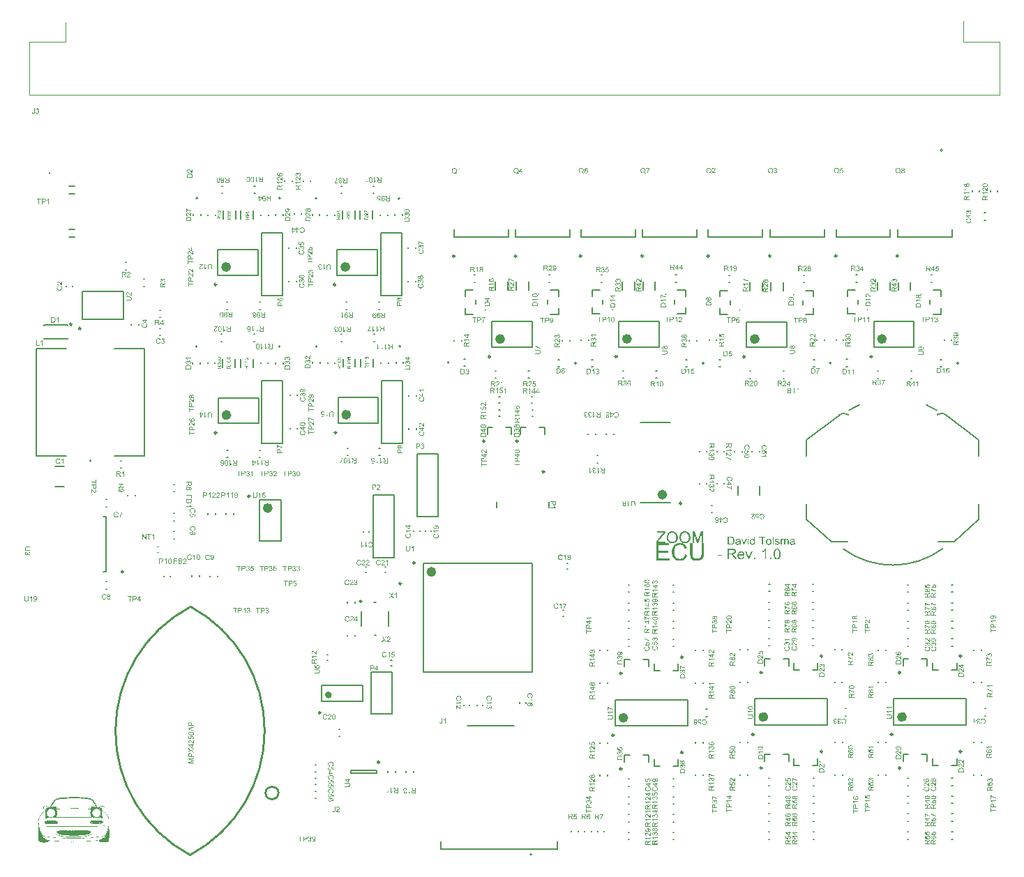
<source format=gto>
G04*
G04 #@! TF.GenerationSoftware,Altium Limited,Altium Designer,18.1.9 (240)*
G04*
G04 Layer_Color=65535*
%FSLAX25Y25*%
%MOIN*%
G70*
G01*
G75*
%ADD10C,0.00787*%
%ADD11C,0.00984*%
%ADD12C,0.01575*%
%ADD13C,0.02362*%
%ADD14C,0.00600*%
%ADD15C,0.01000*%
%ADD16C,0.00500*%
%ADD17C,0.00394*%
%ADD18C,0.00000*%
G36*
X61070Y62487D02*
X63082D01*
Y62426D01*
X64363D01*
Y62365D01*
X65217D01*
Y62304D01*
X65827D01*
Y62243D01*
X66254D01*
Y62182D01*
X66681D01*
Y62121D01*
X67107D01*
Y62060D01*
X67413D01*
Y61999D01*
X67717D01*
Y61938D01*
X67961D01*
Y61877D01*
X68205D01*
Y61816D01*
X68388D01*
Y61755D01*
X68571D01*
Y61694D01*
X68693D01*
Y61633D01*
X68815D01*
Y61572D01*
X68998D01*
Y61511D01*
X69059D01*
Y61450D01*
X69181D01*
Y61389D01*
X69303D01*
Y61328D01*
X69364D01*
Y61267D01*
X69425D01*
Y61206D01*
X69486D01*
Y61145D01*
X69547D01*
Y61084D01*
X69608D01*
Y61023D01*
X69669D01*
Y60962D01*
Y60901D01*
X69730D01*
Y60840D01*
X69791D01*
Y60779D01*
Y60718D01*
X69852D01*
Y60658D01*
X69913D01*
Y60597D01*
Y60536D01*
X69974D01*
Y60474D01*
Y60413D01*
X70035D01*
Y60352D01*
X70096D01*
Y60291D01*
Y60230D01*
X70157D01*
Y60170D01*
Y60109D01*
X70218D01*
Y60048D01*
X70279D01*
Y59987D01*
Y59926D01*
X70340D01*
Y59865D01*
Y59804D01*
X70401D01*
Y59743D01*
Y59682D01*
X70462D01*
Y59621D01*
Y59560D01*
X70523D01*
Y59499D01*
X70584D01*
Y59438D01*
Y59377D01*
X70645D01*
Y59316D01*
Y59255D01*
X70706D01*
Y59194D01*
Y59133D01*
X70767D01*
Y59072D01*
Y59011D01*
X70828D01*
Y58950D01*
X70889D01*
Y58889D01*
Y58828D01*
X70950D01*
Y58767D01*
Y58706D01*
X71011D01*
Y58645D01*
Y58584D01*
X71072D01*
Y58523D01*
Y58462D01*
X71133D01*
Y58401D01*
Y58340D01*
X71194D01*
Y58279D01*
Y58218D01*
X71255D01*
Y58157D01*
Y58096D01*
X71316D01*
Y58035D01*
Y57974D01*
X71377D01*
Y57913D01*
X71438D01*
Y57852D01*
Y57791D01*
Y57730D01*
X71499D01*
Y57669D01*
X71682D01*
Y57608D01*
X72231D01*
Y57669D01*
Y57730D01*
X72292D01*
Y57791D01*
Y57852D01*
X72353D01*
Y57913D01*
X72475D01*
Y57974D01*
X72536D01*
Y58035D01*
X72658D01*
Y58096D01*
X72840D01*
Y58157D01*
X73268D01*
Y58218D01*
X74487D01*
Y58157D01*
X74609D01*
Y58096D01*
X74731D01*
Y58035D01*
X74792D01*
Y57974D01*
X74853D01*
Y57913D01*
Y57852D01*
X74914D01*
Y57791D01*
Y57730D01*
X74975D01*
Y57669D01*
Y57608D01*
Y57547D01*
X75036D01*
Y57486D01*
Y57425D01*
Y57364D01*
Y57303D01*
Y57242D01*
Y57181D01*
Y57120D01*
Y57059D01*
Y56998D01*
Y56937D01*
X74975D01*
Y56876D01*
Y56815D01*
Y56754D01*
Y56693D01*
X74914D01*
Y56632D01*
Y56571D01*
X74853D01*
Y56510D01*
X74792D01*
Y56449D01*
X74731D01*
Y56388D01*
X74670D01*
Y56449D01*
X74609D01*
Y56510D01*
X74670D01*
Y56571D01*
X74731D01*
Y56632D01*
X74792D01*
Y56693D01*
Y56754D01*
X74853D01*
Y56815D01*
Y56876D01*
Y56937D01*
Y56998D01*
Y57059D01*
Y57120D01*
X74914D01*
Y57181D01*
X74853D01*
Y57242D01*
X74914D01*
Y57303D01*
X74853D01*
Y57364D01*
Y57425D01*
Y57486D01*
Y57547D01*
Y57608D01*
X74792D01*
Y57669D01*
Y57730D01*
X74731D01*
Y57791D01*
Y57852D01*
X74670D01*
Y57913D01*
X74548D01*
Y57974D01*
X74426D01*
Y58035D01*
X74121D01*
Y58096D01*
X73572D01*
Y58035D01*
X72962D01*
Y57974D01*
X72719D01*
Y57913D01*
X72597D01*
Y57852D01*
X72536D01*
Y57791D01*
X72475D01*
Y57730D01*
X72414D01*
Y57669D01*
X72353D01*
Y57608D01*
Y57547D01*
X72536D01*
Y57486D01*
X72840D01*
Y57425D01*
X73084D01*
Y57364D01*
X73329D01*
Y57303D01*
X73511D01*
Y57242D01*
X73572D01*
Y57181D01*
Y57120D01*
X73633D01*
Y57059D01*
Y56998D01*
Y56937D01*
Y56876D01*
Y56815D01*
Y56754D01*
Y56693D01*
Y56632D01*
Y56571D01*
Y56510D01*
X73694D01*
Y56449D01*
X73633D01*
Y56388D01*
X73694D01*
Y56327D01*
X73633D01*
Y56266D01*
X73694D01*
Y56205D01*
X73999D01*
Y56266D01*
X74243D01*
Y56327D01*
X74426D01*
Y56388D01*
X74548D01*
Y56449D01*
X74609D01*
Y56388D01*
X74670D01*
Y56327D01*
X74609D01*
Y56266D01*
X74487D01*
Y56205D01*
X74243D01*
Y56144D01*
X74060D01*
Y56083D01*
X73816D01*
Y56022D01*
Y55961D01*
X73877D01*
Y55900D01*
X74060D01*
Y55839D01*
X74182D01*
Y55778D01*
X74304D01*
Y55717D01*
X74365D01*
Y55656D01*
X74487D01*
Y55595D01*
X74609D01*
Y55534D01*
X74670D01*
Y55473D01*
X74731D01*
Y55412D01*
X74792D01*
Y55351D01*
X74914D01*
Y55290D01*
X74975D01*
Y55229D01*
X75036D01*
Y55168D01*
X75097D01*
Y55107D01*
X75158D01*
Y55046D01*
Y54985D01*
X75219D01*
Y54924D01*
X75280D01*
Y54863D01*
X75341D01*
Y54802D01*
X75402D01*
Y54741D01*
Y54680D01*
X75463D01*
Y54619D01*
X75524D01*
Y54558D01*
X75585D01*
Y54497D01*
X75646D01*
Y54436D01*
Y54375D01*
X75707D01*
Y54315D01*
X75768D01*
Y54254D01*
X75829D01*
Y54193D01*
X75890D01*
Y54132D01*
X75951D01*
Y54071D01*
Y54010D01*
X76012D01*
Y53949D01*
X76073D01*
Y53888D01*
Y53827D01*
X76134D01*
Y53766D01*
X76195D01*
Y53705D01*
X76256D01*
Y53644D01*
X76317D01*
Y53583D01*
X76378D01*
Y53522D01*
Y53461D01*
X76439D01*
Y53400D01*
X76500D01*
Y53339D01*
X76561D01*
Y53278D01*
Y53217D01*
X76622D01*
Y53156D01*
X76683D01*
Y53095D01*
Y53034D01*
X76744D01*
Y52973D01*
Y52912D01*
X76805D01*
Y52851D01*
Y52790D01*
X76866D01*
Y52729D01*
Y52668D01*
Y52607D01*
X76927D01*
Y52546D01*
Y52485D01*
Y52424D01*
Y52363D01*
X76988D01*
Y52302D01*
Y52241D01*
Y52180D01*
Y52119D01*
X77049D01*
Y52058D01*
Y51997D01*
Y51936D01*
Y51875D01*
Y51814D01*
Y51753D01*
Y51692D01*
Y51631D01*
Y51570D01*
Y51509D01*
X77110D01*
Y51448D01*
Y51387D01*
Y51326D01*
Y51265D01*
Y51204D01*
Y51143D01*
Y51082D01*
Y51021D01*
Y50960D01*
Y50899D01*
Y50838D01*
Y50777D01*
Y50716D01*
Y50655D01*
Y50594D01*
Y50533D01*
Y50472D01*
Y50411D01*
Y50350D01*
Y50289D01*
Y50228D01*
Y50167D01*
Y50106D01*
Y50045D01*
Y49984D01*
X77049D01*
Y49923D01*
Y49862D01*
Y49801D01*
Y49740D01*
X76988D01*
Y49679D01*
Y49618D01*
X76927D01*
Y49557D01*
Y49496D01*
X76805D01*
Y49435D01*
X76866D01*
Y49374D01*
Y49313D01*
X76927D01*
Y49252D01*
Y49191D01*
X76988D01*
Y49130D01*
Y49069D01*
Y49008D01*
Y48947D01*
Y48886D01*
Y48825D01*
Y48764D01*
X77049D01*
Y48703D01*
Y48643D01*
Y48581D01*
Y48520D01*
Y48460D01*
Y48399D01*
Y48338D01*
Y48276D01*
Y48215D01*
Y48155D01*
Y48094D01*
X77110D01*
Y48033D01*
Y47972D01*
Y47911D01*
Y47850D01*
Y47789D01*
Y47728D01*
Y47667D01*
Y47606D01*
Y47545D01*
Y47484D01*
Y47423D01*
Y47362D01*
Y47301D01*
Y47240D01*
Y47179D01*
Y47118D01*
Y47057D01*
Y46996D01*
Y46935D01*
X77171D01*
Y46874D01*
Y46813D01*
Y46752D01*
Y46691D01*
Y46630D01*
Y46569D01*
Y46508D01*
Y46447D01*
Y46386D01*
Y46325D01*
Y46264D01*
Y46203D01*
Y46142D01*
Y46081D01*
Y46020D01*
Y45959D01*
Y45898D01*
Y45837D01*
Y45776D01*
Y45715D01*
Y45654D01*
Y45593D01*
Y45532D01*
Y45471D01*
Y45410D01*
Y45349D01*
Y45288D01*
Y45227D01*
Y45166D01*
Y45105D01*
Y45044D01*
Y44983D01*
Y44922D01*
Y44861D01*
Y44800D01*
Y44739D01*
Y44678D01*
Y44617D01*
Y44556D01*
Y44495D01*
Y44434D01*
Y44373D01*
Y44312D01*
Y44251D01*
Y44190D01*
Y44129D01*
Y44068D01*
Y44007D01*
Y43946D01*
Y43885D01*
Y43824D01*
Y43763D01*
Y43702D01*
Y43641D01*
Y43580D01*
Y43519D01*
Y43458D01*
Y43397D01*
Y43336D01*
Y43275D01*
Y43214D01*
Y43153D01*
Y43092D01*
Y43031D01*
Y42970D01*
X77110D01*
Y42909D01*
Y42848D01*
Y42787D01*
Y42726D01*
Y42665D01*
Y42605D01*
Y42544D01*
Y42483D01*
Y42421D01*
Y42360D01*
Y42300D01*
Y42239D01*
Y42178D01*
Y42116D01*
Y42055D01*
X77049D01*
Y41995D01*
Y41934D01*
Y41873D01*
Y41812D01*
Y41751D01*
X76988D01*
Y41690D01*
Y41629D01*
Y41568D01*
Y41507D01*
Y41446D01*
X76927D01*
Y41385D01*
X76866D01*
Y41446D01*
X76805D01*
Y41385D01*
X76866D01*
Y41324D01*
X76805D01*
Y41263D01*
X76744D01*
Y41324D01*
X76683D01*
Y41263D01*
X76744D01*
Y41202D01*
X76683D01*
Y41141D01*
X76561D01*
Y41080D01*
X76378D01*
Y41019D01*
X76134D01*
Y41080D01*
X76073D01*
Y41019D01*
X76134D01*
Y40958D01*
X75829D01*
Y40897D01*
X75280D01*
Y40836D01*
X73023D01*
Y40897D01*
X72780D01*
Y40958D01*
X72658D01*
Y41019D01*
X72597D01*
Y41080D01*
X72536D01*
Y41141D01*
X72475D01*
Y41202D01*
X72414D01*
Y41263D01*
Y41324D01*
X72353D01*
Y41385D01*
Y41446D01*
X72292D01*
Y41507D01*
Y41568D01*
Y41629D01*
X72231D01*
Y41690D01*
Y41751D01*
Y41812D01*
X72170D01*
Y41873D01*
X71987D01*
Y41812D01*
X71682D01*
Y41751D01*
X71255D01*
Y41690D01*
X70706D01*
Y41629D01*
X70279D01*
Y41690D01*
X70218D01*
Y41629D01*
Y41568D01*
X69608D01*
Y41507D01*
X68937D01*
Y41446D01*
X68144D01*
Y41385D01*
X68083D01*
Y41446D01*
X68022D01*
Y41385D01*
X67352D01*
Y41324D01*
X67291D01*
Y41385D01*
X67229D01*
Y41324D01*
X66193D01*
Y41263D01*
X65278D01*
Y41324D01*
X65217D01*
Y41263D01*
X65156D01*
Y41202D01*
X63631D01*
Y41141D01*
X60887D01*
Y41080D01*
X60826D01*
Y41141D01*
X60764D01*
Y41080D01*
X60704D01*
Y41141D01*
X60643D01*
Y41080D01*
X60582D01*
Y41141D01*
X60521D01*
Y41080D01*
X60460D01*
Y41141D01*
X60399D01*
Y41080D01*
X60338D01*
Y41141D01*
X60277D01*
Y41080D01*
X60216D01*
Y41141D01*
X60155D01*
Y41080D01*
X60094D01*
Y41141D01*
X60033D01*
Y41080D01*
X59850D01*
Y41141D01*
X59789D01*
Y41080D01*
X59728D01*
Y41141D01*
X59667D01*
Y41080D01*
X59606D01*
Y41141D01*
X59545D01*
Y41080D01*
X59484D01*
Y41141D01*
X59423D01*
Y41080D01*
X59362D01*
Y41141D01*
X59301D01*
Y41080D01*
X59240D01*
Y41141D01*
X59179D01*
Y41080D01*
X59118D01*
Y41141D01*
X59057D01*
Y41080D01*
X58996D01*
Y41141D01*
X58935D01*
Y41080D01*
X58874D01*
Y41141D01*
X56007D01*
Y41202D01*
X55946D01*
Y41141D01*
X55885D01*
Y41202D01*
X54239D01*
Y41263D01*
X54178D01*
Y41202D01*
X54117D01*
Y41263D01*
X53080D01*
Y41324D01*
X53019D01*
Y41263D01*
X52958D01*
Y41324D01*
X51921D01*
Y41385D01*
X51860D01*
Y41324D01*
X51799D01*
Y41385D01*
X51006D01*
Y41446D01*
X50335D01*
Y41507D01*
X49725D01*
Y41568D01*
X49115D01*
Y41629D01*
X48567D01*
Y41690D01*
X48262D01*
Y41629D01*
Y41568D01*
Y41507D01*
X48201D01*
Y41446D01*
Y41385D01*
Y41324D01*
X48140D01*
Y41263D01*
Y41202D01*
X48079D01*
Y41141D01*
Y41080D01*
X48018D01*
Y41019D01*
X47957D01*
Y40958D01*
X47896D01*
Y40897D01*
X47774D01*
Y40836D01*
X47530D01*
Y40775D01*
X46737D01*
Y40714D01*
X46676D01*
Y40775D01*
X46615D01*
Y40714D01*
X46554D01*
Y40775D01*
X46493D01*
Y40714D01*
X46432D01*
Y40775D01*
X46371D01*
Y40714D01*
X46310D01*
Y40775D01*
X46249D01*
Y40714D01*
X45456D01*
Y40775D01*
X45029D01*
Y40836D01*
X44968D01*
Y40775D01*
X44907D01*
Y40836D01*
X44541D01*
Y40897D01*
X44297D01*
Y40958D01*
X44053D01*
Y41019D01*
X43931D01*
Y41080D01*
X43809D01*
Y41141D01*
X43687D01*
Y41202D01*
X43626D01*
Y41263D01*
X43565D01*
Y41324D01*
Y41385D01*
X43504D01*
Y41446D01*
Y41507D01*
Y41568D01*
Y41629D01*
Y41690D01*
X43443D01*
Y41751D01*
Y41812D01*
Y41873D01*
Y41934D01*
Y41995D01*
Y42055D01*
Y42116D01*
Y42178D01*
X43382D01*
Y42239D01*
X43443D01*
Y42300D01*
X43382D01*
Y42360D01*
Y42421D01*
Y42483D01*
Y42544D01*
Y42605D01*
Y42665D01*
Y42726D01*
Y42787D01*
Y42848D01*
Y42909D01*
Y42970D01*
Y43031D01*
Y43092D01*
Y43153D01*
Y43214D01*
Y43275D01*
X43321D01*
Y43336D01*
Y43397D01*
Y43458D01*
Y43519D01*
Y43580D01*
Y43641D01*
Y43702D01*
Y43763D01*
Y43824D01*
Y43885D01*
Y43946D01*
Y44007D01*
Y44068D01*
Y44129D01*
Y44190D01*
Y44251D01*
Y44312D01*
Y44373D01*
Y44434D01*
Y44495D01*
Y44556D01*
Y44617D01*
Y44678D01*
Y44739D01*
Y44800D01*
Y44861D01*
Y44922D01*
Y44983D01*
Y45044D01*
Y45105D01*
Y45166D01*
Y45227D01*
Y45288D01*
Y45349D01*
Y45410D01*
Y45471D01*
Y45532D01*
Y45593D01*
Y45654D01*
Y45715D01*
Y45776D01*
Y45837D01*
Y45898D01*
Y45959D01*
Y46020D01*
Y46081D01*
Y46142D01*
Y46203D01*
Y46264D01*
Y46325D01*
X43382D01*
Y46386D01*
Y46447D01*
Y46508D01*
Y46569D01*
Y46630D01*
Y46691D01*
Y46752D01*
Y46813D01*
Y46874D01*
Y46935D01*
Y46996D01*
Y47057D01*
Y47118D01*
Y47179D01*
Y47240D01*
Y47301D01*
Y47362D01*
Y47423D01*
Y47484D01*
Y47545D01*
Y47606D01*
Y47667D01*
Y47728D01*
Y47789D01*
Y47850D01*
X43443D01*
Y47911D01*
Y47972D01*
Y48033D01*
Y48094D01*
Y48155D01*
Y48215D01*
Y48276D01*
Y48338D01*
Y48399D01*
Y48460D01*
Y48520D01*
Y48581D01*
Y48643D01*
X43504D01*
Y48703D01*
Y48764D01*
Y48825D01*
X43443D01*
Y48886D01*
X43504D01*
Y48947D01*
X43443D01*
Y49008D01*
Y49069D01*
Y49130D01*
Y49191D01*
Y49252D01*
Y49313D01*
Y49374D01*
X43382D01*
Y49435D01*
Y49496D01*
Y49557D01*
X43321D01*
Y49618D01*
Y49679D01*
Y49740D01*
Y49801D01*
Y49862D01*
X43260D01*
Y49923D01*
Y49984D01*
Y50045D01*
Y50106D01*
Y50167D01*
Y50228D01*
Y50289D01*
Y50350D01*
Y50411D01*
Y50472D01*
Y50533D01*
Y50594D01*
Y50655D01*
X43321D01*
Y50716D01*
X43260D01*
Y50777D01*
X43321D01*
Y50838D01*
Y50899D01*
Y50960D01*
Y51021D01*
Y51082D01*
Y51143D01*
Y51204D01*
Y51265D01*
Y51326D01*
Y51387D01*
Y51448D01*
Y51509D01*
Y51570D01*
Y51631D01*
Y51692D01*
X43382D01*
Y51753D01*
Y51814D01*
Y51875D01*
Y51936D01*
Y51997D01*
Y52058D01*
Y52119D01*
X43443D01*
Y52180D01*
Y52241D01*
Y52302D01*
Y52363D01*
X43504D01*
Y52424D01*
Y52485D01*
Y52546D01*
X43565D01*
Y52607D01*
Y52668D01*
Y52729D01*
X43626D01*
Y52790D01*
Y52851D01*
X43687D01*
Y52912D01*
Y52973D01*
X43809D01*
Y53034D01*
X43748D01*
Y53095D01*
X43809D01*
Y53156D01*
Y53217D01*
X43870D01*
Y53278D01*
X43931D01*
Y53339D01*
Y53400D01*
X43992D01*
Y53461D01*
X44053D01*
Y53522D01*
X44114D01*
Y53583D01*
X44175D01*
Y53644D01*
X44236D01*
Y53705D01*
X44297D01*
Y53766D01*
Y53827D01*
X44419D01*
Y53888D01*
Y53949D01*
X44480D01*
Y54010D01*
X44541D01*
Y54071D01*
X44602D01*
Y54132D01*
Y54193D01*
X44663D01*
Y54254D01*
X44724D01*
Y54315D01*
Y54375D01*
X44785D01*
Y54436D01*
X44846D01*
Y54497D01*
Y54558D01*
X44907D01*
Y54619D01*
X44968D01*
Y54680D01*
X45029D01*
Y54741D01*
Y54802D01*
X45090D01*
Y54863D01*
X45151D01*
Y54924D01*
Y54985D01*
X45212D01*
Y55046D01*
X45273D01*
Y55107D01*
X45334D01*
Y55168D01*
X45395D01*
Y55229D01*
X45456D01*
Y55168D01*
X45517D01*
Y55229D01*
X45456D01*
Y55290D01*
X45517D01*
Y55351D01*
X45639D01*
Y55412D01*
X45700D01*
Y55473D01*
X45761D01*
Y55534D01*
X45883D01*
Y55595D01*
X45944D01*
Y55656D01*
X46127D01*
Y55717D01*
X46188D01*
Y55778D01*
X46371D01*
Y55839D01*
X46676D01*
Y55900D01*
X46737D01*
Y55961D01*
Y56022D01*
Y56083D01*
Y56144D01*
Y56205D01*
X46554D01*
Y56266D01*
X46432D01*
Y56327D01*
X46310D01*
Y56388D01*
X46188D01*
Y56449D01*
X46127D01*
Y56510D01*
X46066D01*
Y56571D01*
X46005D01*
Y56632D01*
X45944D01*
Y56693D01*
X45883D01*
Y56754D01*
X45822D01*
Y56815D01*
Y56876D01*
X45761D01*
Y56937D01*
Y56998D01*
Y57059D01*
Y57120D01*
Y57181D01*
Y57242D01*
Y57303D01*
Y57364D01*
Y57425D01*
Y57486D01*
Y57547D01*
Y57608D01*
Y57669D01*
Y57730D01*
Y57791D01*
X45822D01*
Y57852D01*
Y57913D01*
X45883D01*
Y57974D01*
Y58035D01*
X45944D01*
Y58096D01*
X46005D01*
Y58157D01*
X46127D01*
Y58218D01*
X46249D01*
Y58279D01*
X46554D01*
Y58340D01*
X46920D01*
Y58279D01*
X47286D01*
Y58218D01*
X47591D01*
Y58157D01*
X47774D01*
Y58096D01*
X47957D01*
Y58035D01*
X48079D01*
Y57974D01*
X48201D01*
Y57913D01*
X48262D01*
Y57852D01*
X48323D01*
Y57791D01*
X48384D01*
Y57730D01*
Y57669D01*
X48750D01*
Y57730D01*
X48932D01*
Y57791D01*
Y57852D01*
Y57913D01*
X48994D01*
Y57974D01*
Y58035D01*
X49055D01*
Y58096D01*
Y58157D01*
X49115D01*
Y58218D01*
Y58279D01*
X49176D01*
Y58340D01*
Y58401D01*
X49237D01*
Y58462D01*
Y58523D01*
Y58584D01*
X49299D01*
Y58645D01*
X49359D01*
Y58706D01*
Y58767D01*
Y58828D01*
X49420D01*
Y58889D01*
Y58950D01*
X49481D01*
Y59011D01*
Y59072D01*
X49542D01*
Y59133D01*
X49603D01*
Y59194D01*
Y59255D01*
X49664D01*
Y59316D01*
Y59377D01*
X49725D01*
Y59438D01*
X49786D01*
Y59499D01*
Y59560D01*
X49847D01*
Y59621D01*
Y59682D01*
X49908D01*
Y59743D01*
Y59804D01*
X49969D01*
Y59865D01*
X50030D01*
Y59926D01*
Y59987D01*
X50091D01*
Y60048D01*
X50152D01*
Y59987D01*
X50213D01*
Y60048D01*
X50152D01*
Y60109D01*
Y60170D01*
X50213D01*
Y60230D01*
Y60291D01*
X50274D01*
Y60352D01*
X50335D01*
Y60291D01*
X50396D01*
Y60352D01*
X50335D01*
Y60413D01*
X50396D01*
Y60474D01*
Y60536D01*
X50457D01*
Y60597D01*
X50518D01*
Y60658D01*
Y60718D01*
X50579D01*
Y60779D01*
X50640D01*
Y60840D01*
X50701D01*
Y60901D01*
Y60962D01*
X50762D01*
Y61023D01*
X50823D01*
Y61084D01*
X50884D01*
Y61145D01*
Y61206D01*
X50945D01*
Y61267D01*
X51006D01*
Y61328D01*
X51067D01*
Y61389D01*
X51189D01*
Y61450D01*
X51250D01*
Y61511D01*
X51433D01*
Y61572D01*
X51555D01*
Y61633D01*
X51738D01*
Y61694D01*
X51860D01*
Y61755D01*
X52043D01*
Y61816D01*
X52226D01*
Y61877D01*
X52470D01*
Y61938D01*
X52714D01*
Y61999D01*
X52958D01*
Y62060D01*
X53385D01*
Y62121D01*
X53812D01*
Y62182D01*
X54361D01*
Y62243D01*
X55032D01*
Y62304D01*
X55824D01*
Y62365D01*
X56739D01*
Y62426D01*
X58020D01*
Y62487D01*
X59789D01*
Y62548D01*
X59850D01*
Y62487D01*
X59911D01*
Y62548D01*
X60948D01*
Y62487D01*
X61009D01*
Y62548D01*
X61070D01*
Y62487D01*
D02*
G37*
G36*
X382712Y186448D02*
X382241D01*
Y186986D01*
X382712D01*
Y186448D01*
D02*
G37*
G36*
X385671Y183146D02*
X385232D01*
Y183495D01*
X385227Y183490D01*
X385221Y183479D01*
X385204Y183457D01*
X385182Y183429D01*
X385154Y183401D01*
X385121Y183368D01*
X385082Y183329D01*
X385032Y183290D01*
X384982Y183251D01*
X384927Y183212D01*
X384860Y183179D01*
X384788Y183151D01*
X384716Y183124D01*
X384633Y183101D01*
X384544Y183090D01*
X384450Y183085D01*
X384416D01*
X384394Y183090D01*
X384328Y183096D01*
X384250Y183107D01*
X384155Y183129D01*
X384050Y183162D01*
X383945Y183207D01*
X383839Y183268D01*
X383834D01*
X383828Y183279D01*
X383795Y183301D01*
X383745Y183346D01*
X383684Y183401D01*
X383611Y183473D01*
X383539Y183562D01*
X383467Y183662D01*
X383406Y183779D01*
Y183784D01*
X383401Y183795D01*
X383395Y183812D01*
X383384Y183834D01*
X383373Y183867D01*
X383356Y183906D01*
X383345Y183945D01*
X383334Y183995D01*
X383306Y184106D01*
X383278Y184234D01*
X383262Y184378D01*
X383256Y184533D01*
Y184539D01*
Y184550D01*
Y184572D01*
Y184606D01*
X383262Y184639D01*
Y184683D01*
X383273Y184783D01*
X383290Y184900D01*
X383317Y185027D01*
X383351Y185161D01*
X383395Y185288D01*
Y185294D01*
X383401Y185305D01*
X383412Y185321D01*
X383423Y185344D01*
X383456Y185405D01*
X383501Y185482D01*
X383556Y185566D01*
X383628Y185649D01*
X383711Y185738D01*
X383811Y185810D01*
X383817D01*
X383822Y185815D01*
X383839Y185827D01*
X383861Y185838D01*
X383917Y185865D01*
X383995Y185904D01*
X384083Y185938D01*
X384189Y185965D01*
X384305Y185987D01*
X384427Y185993D01*
X384472D01*
X384516Y185987D01*
X384577Y185982D01*
X384649Y185965D01*
X384727Y185949D01*
X384805Y185921D01*
X384877Y185882D01*
X384888Y185877D01*
X384910Y185865D01*
X384944Y185838D01*
X384988Y185810D01*
X385043Y185771D01*
X385093Y185721D01*
X385149Y185671D01*
X385199Y185610D01*
Y186986D01*
X385671D01*
Y183146D01*
D02*
G37*
G36*
X401039Y185987D02*
X401077D01*
X401116Y185982D01*
X401211Y185965D01*
X401310Y185938D01*
X401416Y185893D01*
X401521Y185838D01*
X401610Y185760D01*
X401621Y185749D01*
X401644Y185715D01*
X401682Y185666D01*
X401699Y185627D01*
X401721Y185588D01*
X401743Y185538D01*
X401760Y185488D01*
X401782Y185433D01*
X401799Y185366D01*
X401810Y185299D01*
X401821Y185222D01*
X401832Y185144D01*
Y185055D01*
Y183146D01*
X401360D01*
Y184894D01*
Y184900D01*
Y184905D01*
Y184939D01*
Y184988D01*
X401355Y185049D01*
X401349Y185116D01*
X401344Y185183D01*
X401333Y185249D01*
X401316Y185299D01*
Y185305D01*
X401305Y185321D01*
X401294Y185344D01*
X401277Y185371D01*
X401255Y185405D01*
X401227Y185438D01*
X401194Y185471D01*
X401150Y185505D01*
X401144Y185510D01*
X401127Y185516D01*
X401105Y185527D01*
X401066Y185544D01*
X401027Y185560D01*
X400978Y185571D01*
X400927Y185577D01*
X400867Y185582D01*
X400839D01*
X400816Y185577D01*
X400761Y185571D01*
X400694Y185560D01*
X400617Y185532D01*
X400533Y185499D01*
X400450Y185449D01*
X400373Y185382D01*
X400367Y185371D01*
X400345Y185344D01*
X400312Y185299D01*
X400278Y185233D01*
X400239Y185144D01*
X400212Y185038D01*
X400189Y184911D01*
X400178Y184761D01*
Y183146D01*
X399707D01*
Y184950D01*
Y184955D01*
Y184966D01*
Y184977D01*
Y185000D01*
X399701Y185061D01*
X399690Y185127D01*
X399679Y185205D01*
X399657Y185283D01*
X399629Y185355D01*
X399590Y185421D01*
X399584Y185427D01*
X399568Y185449D01*
X399540Y185471D01*
X399501Y185505D01*
X399451Y185532D01*
X399385Y185560D01*
X399307Y185577D01*
X399213Y185582D01*
X399179D01*
X399140Y185577D01*
X399096Y185571D01*
X399041Y185555D01*
X398974Y185538D01*
X398913Y185510D01*
X398846Y185477D01*
X398841Y185471D01*
X398818Y185455D01*
X398791Y185433D01*
X398752Y185399D01*
X398713Y185355D01*
X398674Y185299D01*
X398635Y185238D01*
X398602Y185166D01*
X398597Y185155D01*
X398591Y185127D01*
X398580Y185083D01*
X398563Y185022D01*
X398547Y184939D01*
X398535Y184839D01*
X398530Y184722D01*
X398524Y184589D01*
Y183146D01*
X398053D01*
Y185932D01*
X398474D01*
Y185532D01*
X398480Y185544D01*
X398497Y185566D01*
X398530Y185605D01*
X398569Y185649D01*
X398619Y185704D01*
X398680Y185760D01*
X398746Y185815D01*
X398824Y185865D01*
X398835Y185871D01*
X398863Y185888D01*
X398907Y185904D01*
X398968Y185932D01*
X399041Y185954D01*
X399124Y185971D01*
X399218Y185987D01*
X399318Y185993D01*
X399368D01*
X399429Y185987D01*
X399496Y185976D01*
X399579Y185960D01*
X399662Y185938D01*
X399745Y185904D01*
X399823Y185860D01*
X399834Y185854D01*
X399856Y185838D01*
X399890Y185810D01*
X399934Y185766D01*
X399978Y185715D01*
X400028Y185654D01*
X400073Y185582D01*
X400106Y185499D01*
X400112Y185505D01*
X400123Y185521D01*
X400139Y185544D01*
X400167Y185577D01*
X400201Y185616D01*
X400239Y185654D01*
X400284Y185699D01*
X400339Y185749D01*
X400400Y185793D01*
X400461Y185838D01*
X400533Y185877D01*
X400611Y185915D01*
X400694Y185949D01*
X400783Y185971D01*
X400872Y185987D01*
X400972Y185993D01*
X401011D01*
X401039Y185987D01*
D02*
G37*
G36*
X396399D02*
X396482Y185982D01*
X396571Y185971D01*
X396665Y185949D01*
X396765Y185926D01*
X396859Y185893D01*
X396865D01*
X396870Y185888D01*
X396898Y185877D01*
X396943Y185854D01*
X396998Y185827D01*
X397059Y185788D01*
X397120Y185743D01*
X397176Y185693D01*
X397226Y185638D01*
X397231Y185632D01*
X397242Y185610D01*
X397265Y185571D01*
X397292Y185527D01*
X397320Y185460D01*
X397348Y185388D01*
X397370Y185305D01*
X397392Y185211D01*
X396932Y185149D01*
Y185161D01*
X396926Y185183D01*
X396915Y185222D01*
X396898Y185272D01*
X396870Y185321D01*
X396837Y185377D01*
X396798Y185433D01*
X396743Y185482D01*
X396737Y185488D01*
X396715Y185499D01*
X396682Y185521D01*
X396632Y185544D01*
X396576Y185566D01*
X396504Y185588D01*
X396415Y185599D01*
X396321Y185605D01*
X396266D01*
X396210Y185599D01*
X396138Y185593D01*
X396066Y185577D01*
X395988Y185560D01*
X395916Y185532D01*
X395855Y185494D01*
X395849Y185488D01*
X395833Y185477D01*
X395810Y185455D01*
X395788Y185421D01*
X395760Y185388D01*
X395738Y185344D01*
X395722Y185294D01*
X395716Y185244D01*
Y185238D01*
Y185227D01*
X395722Y185211D01*
Y185188D01*
X395738Y185133D01*
X395772Y185077D01*
X395777Y185072D01*
X395783Y185066D01*
X395794Y185049D01*
X395816Y185033D01*
X395838Y185016D01*
X395871Y184994D01*
X395910Y184977D01*
X395955Y184955D01*
X395960D01*
X395971Y184950D01*
X395994Y184944D01*
X396032Y184927D01*
X396088Y184911D01*
X396160Y184894D01*
X396204Y184878D01*
X396254Y184866D01*
X396310Y184850D01*
X396371Y184833D01*
X396376D01*
X396393Y184827D01*
X396421Y184822D01*
X396454Y184811D01*
X396493Y184800D01*
X396543Y184789D01*
X396649Y184755D01*
X396765Y184722D01*
X396882Y184683D01*
X396987Y184644D01*
X397031Y184628D01*
X397070Y184611D01*
X397081Y184606D01*
X397104Y184594D01*
X397137Y184578D01*
X397187Y184550D01*
X397237Y184517D01*
X397287Y184472D01*
X397337Y184422D01*
X397381Y184367D01*
X397387Y184361D01*
X397398Y184339D01*
X397420Y184306D01*
X397442Y184256D01*
X397459Y184195D01*
X397481Y184128D01*
X397492Y184051D01*
X397498Y183962D01*
Y183951D01*
Y183923D01*
X397492Y183879D01*
X397481Y183817D01*
X397464Y183751D01*
X397437Y183679D01*
X397403Y183595D01*
X397359Y183518D01*
X397353Y183507D01*
X397331Y183484D01*
X397303Y183446D01*
X397259Y183401D01*
X397198Y183351D01*
X397131Y183296D01*
X397054Y183246D01*
X396959Y183196D01*
X396954D01*
X396948Y183190D01*
X396915Y183179D01*
X396859Y183162D01*
X396787Y183140D01*
X396698Y183118D01*
X396599Y183101D01*
X396493Y183090D01*
X396371Y183085D01*
X396321D01*
X396282Y183090D01*
X396238D01*
X396182Y183096D01*
X396127Y183101D01*
X396066Y183113D01*
X395933Y183140D01*
X395794Y183179D01*
X395661Y183235D01*
X395600Y183268D01*
X395544Y183307D01*
X395538Y183312D01*
X395533Y183318D01*
X395500Y183351D01*
X395450Y183401D01*
X395394Y183479D01*
X395333Y183573D01*
X395272Y183684D01*
X395222Y183823D01*
X395183Y183978D01*
X395650Y184051D01*
Y184045D01*
Y184039D01*
X395661Y184006D01*
X395672Y183951D01*
X395694Y183890D01*
X395722Y183823D01*
X395755Y183751D01*
X395805Y183679D01*
X395866Y183618D01*
X395877Y183612D01*
X395899Y183595D01*
X395944Y183573D01*
X395999Y183545D01*
X396071Y183518D01*
X396154Y183495D01*
X396254Y183479D01*
X396371Y183473D01*
X396427D01*
X396482Y183479D01*
X396554Y183490D01*
X396632Y183507D01*
X396715Y183529D01*
X396787Y183557D01*
X396854Y183601D01*
X396859Y183607D01*
X396882Y183623D01*
X396904Y183651D01*
X396937Y183690D01*
X396965Y183734D01*
X396993Y183790D01*
X397009Y183845D01*
X397015Y183912D01*
Y183917D01*
Y183940D01*
X397009Y183967D01*
X396998Y184006D01*
X396982Y184045D01*
X396954Y184084D01*
X396920Y184128D01*
X396870Y184161D01*
X396865Y184167D01*
X396848Y184173D01*
X396820Y184189D01*
X396776Y184206D01*
X396709Y184228D01*
X396671Y184245D01*
X396626Y184256D01*
X396576Y184273D01*
X396521Y184289D01*
X396460Y184306D01*
X396388Y184323D01*
X396382D01*
X396365Y184328D01*
X396338Y184334D01*
X396304Y184345D01*
X396260Y184356D01*
X396210Y184372D01*
X396105Y184400D01*
X395983Y184439D01*
X395866Y184472D01*
X395755Y184511D01*
X395705Y184533D01*
X395666Y184550D01*
X395655Y184556D01*
X395633Y184567D01*
X395600Y184589D01*
X395555Y184617D01*
X395505Y184655D01*
X395455Y184700D01*
X395405Y184750D01*
X395361Y184811D01*
X395355Y184816D01*
X395344Y184839D01*
X395328Y184878D01*
X395311Y184922D01*
X395294Y184977D01*
X395278Y185044D01*
X395267Y185111D01*
X395261Y185188D01*
Y185199D01*
Y185222D01*
X395267Y185255D01*
X395272Y185305D01*
X395283Y185355D01*
X395294Y185416D01*
X395317Y185471D01*
X395344Y185532D01*
X395350Y185538D01*
X395361Y185560D01*
X395377Y185588D01*
X395405Y185627D01*
X395439Y185666D01*
X395477Y185715D01*
X395522Y185760D01*
X395577Y185799D01*
X395583Y185804D01*
X395600Y185810D01*
X395622Y185827D01*
X395655Y185843D01*
X395699Y185865D01*
X395749Y185888D01*
X395810Y185910D01*
X395877Y185932D01*
X395888Y185938D01*
X395910Y185943D01*
X395949Y185954D01*
X395999Y185965D01*
X396060Y185976D01*
X396127Y185982D01*
X396204Y185993D01*
X396338D01*
X396399Y185987D01*
D02*
G37*
G36*
X380759Y183146D02*
X380309D01*
X379260Y185932D01*
X379760D01*
X380359Y184261D01*
Y184256D01*
X380365Y184250D01*
X380370Y184234D01*
X380376Y184217D01*
X380393Y184161D01*
X380415Y184089D01*
X380443Y184006D01*
X380476Y183912D01*
X380504Y183806D01*
X380537Y183701D01*
X380542Y183712D01*
X380548Y183740D01*
X380565Y183784D01*
X380581Y183851D01*
X380609Y183923D01*
X380637Y184017D01*
X380676Y184117D01*
X380714Y184228D01*
X381330Y185932D01*
X381819D01*
X380759Y183146D01*
D02*
G37*
G36*
X403830Y185987D02*
X403913Y185982D01*
X404008Y185971D01*
X404102Y185954D01*
X404197Y185932D01*
X404285Y185904D01*
X404296Y185899D01*
X404324Y185888D01*
X404363Y185871D01*
X404413Y185849D01*
X404468Y185815D01*
X404524Y185782D01*
X404574Y185738D01*
X404618Y185693D01*
X404624Y185688D01*
X404635Y185671D01*
X404652Y185643D01*
X404674Y185610D01*
X404702Y185560D01*
X404724Y185510D01*
X404746Y185449D01*
X404763Y185377D01*
Y185371D01*
X404768Y185355D01*
X404774Y185321D01*
X404779Y185277D01*
Y185216D01*
X404785Y185144D01*
X404790Y185049D01*
Y184944D01*
Y184311D01*
Y184306D01*
Y184284D01*
Y184250D01*
Y184206D01*
Y184156D01*
Y184095D01*
X404796Y183962D01*
Y183823D01*
X404801Y183684D01*
X404807Y183623D01*
Y183568D01*
X404812Y183518D01*
X404818Y183479D01*
Y183473D01*
X404824Y183451D01*
X404829Y183418D01*
X404846Y183373D01*
X404857Y183324D01*
X404879Y183268D01*
X404907Y183207D01*
X404935Y183146D01*
X404441D01*
X404435Y183151D01*
X404430Y183174D01*
X404419Y183201D01*
X404402Y183246D01*
X404385Y183296D01*
X404374Y183357D01*
X404363Y183423D01*
X404352Y183495D01*
X404346D01*
X404341Y183484D01*
X404308Y183457D01*
X404257Y183418D01*
X404191Y183368D01*
X404108Y183318D01*
X404024Y183262D01*
X403936Y183212D01*
X403841Y183174D01*
X403830Y183168D01*
X403797Y183162D01*
X403747Y183146D01*
X403686Y183129D01*
X403608Y183113D01*
X403519Y183101D01*
X403419Y183090D01*
X403320Y183085D01*
X403275D01*
X403242Y183090D01*
X403203D01*
X403159Y183096D01*
X403059Y183113D01*
X402948Y183140D01*
X402826Y183179D01*
X402715Y183235D01*
X402615Y183307D01*
X402604Y183318D01*
X402576Y183346D01*
X402537Y183396D01*
X402493Y183462D01*
X402448Y183545D01*
X402409Y183640D01*
X402382Y183756D01*
X402376Y183812D01*
X402371Y183879D01*
Y183890D01*
Y183912D01*
X402376Y183951D01*
X402382Y184001D01*
X402393Y184062D01*
X402409Y184123D01*
X402432Y184189D01*
X402459Y184250D01*
X402465Y184256D01*
X402476Y184278D01*
X402498Y184311D01*
X402526Y184350D01*
X402559Y184395D01*
X402604Y184439D01*
X402648Y184483D01*
X402704Y184522D01*
X402709Y184528D01*
X402731Y184539D01*
X402759Y184561D01*
X402803Y184583D01*
X402853Y184606D01*
X402914Y184633D01*
X402976Y184655D01*
X403048Y184678D01*
X403053D01*
X403075Y184683D01*
X403109Y184694D01*
X403153Y184700D01*
X403209Y184711D01*
X403281Y184722D01*
X403364Y184739D01*
X403464Y184750D01*
X403469D01*
X403492Y184755D01*
X403519D01*
X403558Y184761D01*
X403603Y184766D01*
X403658Y184778D01*
X403719Y184783D01*
X403786Y184794D01*
X403919Y184822D01*
X404063Y184850D01*
X404191Y184883D01*
X404252Y184900D01*
X404308Y184916D01*
Y184922D01*
Y184933D01*
X404313Y184966D01*
Y185005D01*
Y185027D01*
Y185038D01*
Y185044D01*
Y185049D01*
Y185083D01*
X404308Y185138D01*
X404296Y185199D01*
X404280Y185266D01*
X404252Y185333D01*
X404219Y185394D01*
X404174Y185444D01*
X404169Y185449D01*
X404141Y185471D01*
X404097Y185494D01*
X404041Y185527D01*
X403963Y185555D01*
X403875Y185582D01*
X403764Y185599D01*
X403636Y185605D01*
X403580D01*
X403525Y185599D01*
X403447Y185588D01*
X403370Y185577D01*
X403286Y185555D01*
X403209Y185527D01*
X403142Y185488D01*
X403136Y185482D01*
X403114Y185466D01*
X403087Y185438D01*
X403053Y185394D01*
X403020Y185338D01*
X402981Y185266D01*
X402948Y185177D01*
X402914Y185077D01*
X402454Y185138D01*
Y185144D01*
X402459Y185149D01*
Y185166D01*
X402465Y185188D01*
X402482Y185238D01*
X402504Y185310D01*
X402531Y185382D01*
X402565Y185460D01*
X402609Y185538D01*
X402659Y185610D01*
X402665Y185616D01*
X402687Y185638D01*
X402720Y185671D01*
X402765Y185715D01*
X402826Y185760D01*
X402898Y185804D01*
X402981Y185854D01*
X403075Y185893D01*
X403081D01*
X403087Y185899D01*
X403103Y185904D01*
X403125Y185910D01*
X403181Y185926D01*
X403259Y185943D01*
X403347Y185960D01*
X403458Y185976D01*
X403575Y185987D01*
X403708Y185993D01*
X403769D01*
X403830Y185987D01*
D02*
G37*
G36*
X394639Y183146D02*
X394168D01*
Y186986D01*
X394639D01*
Y183146D01*
D02*
G37*
G36*
X390727Y186531D02*
X389461D01*
Y183146D01*
X388951D01*
Y186531D01*
X387685D01*
Y186986D01*
X390727D01*
Y186531D01*
D02*
G37*
G36*
X382712Y183146D02*
X382241D01*
Y185932D01*
X382712D01*
Y183146D01*
D02*
G37*
G36*
X377867Y185987D02*
X377951Y185982D01*
X378045Y185971D01*
X378139Y185954D01*
X378234Y185932D01*
X378322Y185904D01*
X378333Y185899D01*
X378361Y185888D01*
X378400Y185871D01*
X378450Y185849D01*
X378505Y185815D01*
X378561Y185782D01*
X378611Y185738D01*
X378655Y185693D01*
X378661Y185688D01*
X378672Y185671D01*
X378689Y185643D01*
X378711Y185610D01*
X378739Y185560D01*
X378761Y185510D01*
X378783Y185449D01*
X378800Y185377D01*
Y185371D01*
X378805Y185355D01*
X378811Y185321D01*
X378816Y185277D01*
Y185216D01*
X378822Y185144D01*
X378827Y185049D01*
Y184944D01*
Y184311D01*
Y184306D01*
Y184284D01*
Y184250D01*
Y184206D01*
Y184156D01*
Y184095D01*
X378833Y183962D01*
Y183823D01*
X378838Y183684D01*
X378844Y183623D01*
Y183568D01*
X378850Y183518D01*
X378855Y183479D01*
Y183473D01*
X378861Y183451D01*
X378866Y183418D01*
X378883Y183373D01*
X378894Y183324D01*
X378916Y183268D01*
X378944Y183207D01*
X378972Y183146D01*
X378478D01*
X378472Y183151D01*
X378467Y183174D01*
X378456Y183201D01*
X378439Y183246D01*
X378422Y183296D01*
X378411Y183357D01*
X378400Y183423D01*
X378389Y183495D01*
X378383D01*
X378378Y183484D01*
X378345Y183457D01*
X378295Y183418D01*
X378228Y183368D01*
X378145Y183318D01*
X378062Y183262D01*
X377973Y183212D01*
X377878Y183174D01*
X377867Y183168D01*
X377834Y183162D01*
X377784Y183146D01*
X377723Y183129D01*
X377645Y183113D01*
X377556Y183101D01*
X377457Y183090D01*
X377357Y183085D01*
X377312D01*
X377279Y183090D01*
X377240D01*
X377196Y183096D01*
X377096Y183113D01*
X376985Y183140D01*
X376863Y183179D01*
X376752Y183235D01*
X376652Y183307D01*
X376641Y183318D01*
X376613Y183346D01*
X376574Y183396D01*
X376530Y183462D01*
X376485Y183545D01*
X376447Y183640D01*
X376419Y183756D01*
X376413Y183812D01*
X376408Y183879D01*
Y183890D01*
Y183912D01*
X376413Y183951D01*
X376419Y184001D01*
X376430Y184062D01*
X376447Y184123D01*
X376469Y184189D01*
X376496Y184250D01*
X376502Y184256D01*
X376513Y184278D01*
X376535Y184311D01*
X376563Y184350D01*
X376596Y184395D01*
X376641Y184439D01*
X376685Y184483D01*
X376741Y184522D01*
X376746Y184528D01*
X376768Y184539D01*
X376796Y184561D01*
X376840Y184583D01*
X376890Y184606D01*
X376952Y184633D01*
X377013Y184655D01*
X377085Y184678D01*
X377090D01*
X377113Y184683D01*
X377146Y184694D01*
X377190Y184700D01*
X377246Y184711D01*
X377318Y184722D01*
X377401Y184739D01*
X377501Y184750D01*
X377506D01*
X377529Y184755D01*
X377556D01*
X377595Y184761D01*
X377640Y184766D01*
X377695Y184778D01*
X377756Y184783D01*
X377823Y184794D01*
X377956Y184822D01*
X378100Y184850D01*
X378228Y184883D01*
X378289Y184900D01*
X378345Y184916D01*
Y184922D01*
Y184933D01*
X378350Y184966D01*
Y185005D01*
Y185027D01*
Y185038D01*
Y185044D01*
Y185049D01*
Y185083D01*
X378345Y185138D01*
X378333Y185199D01*
X378317Y185266D01*
X378289Y185333D01*
X378256Y185394D01*
X378211Y185444D01*
X378206Y185449D01*
X378178Y185471D01*
X378134Y185494D01*
X378078Y185527D01*
X378000Y185555D01*
X377912Y185582D01*
X377801Y185599D01*
X377673Y185605D01*
X377618D01*
X377562Y185599D01*
X377484Y185588D01*
X377407Y185577D01*
X377323Y185555D01*
X377246Y185527D01*
X377179Y185488D01*
X377173Y185482D01*
X377151Y185466D01*
X377124Y185438D01*
X377090Y185394D01*
X377057Y185338D01*
X377018Y185266D01*
X376985Y185177D01*
X376952Y185077D01*
X376491Y185138D01*
Y185144D01*
X376496Y185149D01*
Y185166D01*
X376502Y185188D01*
X376519Y185238D01*
X376541Y185310D01*
X376569Y185382D01*
X376602Y185460D01*
X376646Y185538D01*
X376696Y185610D01*
X376702Y185616D01*
X376724Y185638D01*
X376757Y185671D01*
X376802Y185715D01*
X376863Y185760D01*
X376935Y185804D01*
X377018Y185854D01*
X377113Y185893D01*
X377118D01*
X377124Y185899D01*
X377140Y185904D01*
X377162Y185910D01*
X377218Y185926D01*
X377296Y185943D01*
X377384Y185960D01*
X377495Y185976D01*
X377612Y185987D01*
X377745Y185993D01*
X377806D01*
X377867Y185987D01*
D02*
G37*
G36*
X374332Y186981D02*
X374443Y186975D01*
X374554Y186964D01*
X374665Y186948D01*
X374759Y186931D01*
X374765D01*
X374776Y186925D01*
X374793D01*
X374815Y186914D01*
X374876Y186898D01*
X374954Y186870D01*
X375042Y186831D01*
X375137Y186781D01*
X375231Y186726D01*
X375320Y186653D01*
X375325Y186648D01*
X375331Y186642D01*
X375348Y186626D01*
X375370Y186609D01*
X375425Y186554D01*
X375492Y186476D01*
X375564Y186381D01*
X375642Y186270D01*
X375714Y186143D01*
X375775Y185999D01*
Y185993D01*
X375781Y185982D01*
X375792Y185960D01*
X375797Y185926D01*
X375814Y185888D01*
X375825Y185843D01*
X375836Y185793D01*
X375853Y185732D01*
X375869Y185671D01*
X375880Y185599D01*
X375908Y185444D01*
X375925Y185272D01*
X375930Y185083D01*
Y185077D01*
Y185066D01*
Y185038D01*
Y185011D01*
X375925Y184972D01*
Y184927D01*
X375919Y184822D01*
X375903Y184700D01*
X375886Y184572D01*
X375858Y184439D01*
X375825Y184306D01*
Y184300D01*
X375819Y184289D01*
X375814Y184273D01*
X375808Y184250D01*
X375786Y184189D01*
X375753Y184112D01*
X375719Y184023D01*
X375675Y183934D01*
X375620Y183840D01*
X375564Y183751D01*
X375558Y183740D01*
X375536Y183712D01*
X375503Y183673D01*
X375459Y183623D01*
X375409Y183568D01*
X375348Y183512D01*
X375287Y183451D01*
X375214Y183401D01*
X375203Y183396D01*
X375181Y183379D01*
X375142Y183357D01*
X375087Y183329D01*
X375020Y183296D01*
X374942Y183268D01*
X374854Y183235D01*
X374754Y183207D01*
X374743D01*
X374726Y183201D01*
X374709Y183196D01*
X374654Y183190D01*
X374576Y183179D01*
X374487Y183168D01*
X374382Y183157D01*
X374265Y183151D01*
X374138Y183146D01*
X372756D01*
Y186986D01*
X374232D01*
X374332Y186981D01*
D02*
G37*
G36*
X392414Y185987D02*
X392464Y185982D01*
X392519Y185971D01*
X392580Y185960D01*
X392653Y185949D01*
X392802Y185899D01*
X392880Y185871D01*
X392958Y185832D01*
X393035Y185793D01*
X393113Y185738D01*
X393185Y185682D01*
X393257Y185616D01*
X393263Y185610D01*
X393274Y185599D01*
X393291Y185577D01*
X393313Y185549D01*
X393341Y185510D01*
X393374Y185460D01*
X393407Y185405D01*
X393441Y185344D01*
X393474Y185277D01*
X393507Y185194D01*
X393541Y185111D01*
X393568Y185016D01*
X393590Y184916D01*
X393607Y184811D01*
X393618Y184700D01*
X393624Y184578D01*
Y184572D01*
Y184556D01*
Y184528D01*
Y184489D01*
X393618Y184445D01*
X393613Y184389D01*
Y184334D01*
X393601Y184273D01*
X393585Y184134D01*
X393552Y183995D01*
X393513Y183856D01*
X393457Y183729D01*
Y183723D01*
X393452Y183718D01*
X393441Y183701D01*
X393429Y183679D01*
X393391Y183623D01*
X393341Y183557D01*
X393274Y183479D01*
X393191Y183401D01*
X393096Y183324D01*
X392986Y183251D01*
X392980D01*
X392974Y183246D01*
X392958Y183235D01*
X392930Y183224D01*
X392902Y183212D01*
X392869Y183201D01*
X392786Y183168D01*
X392691Y183140D01*
X392575Y183113D01*
X392453Y183090D01*
X392319Y183085D01*
X392264D01*
X392220Y183090D01*
X392170Y183096D01*
X392114Y183107D01*
X392048Y183118D01*
X391981Y183129D01*
X391831Y183174D01*
X391748Y183207D01*
X391670Y183240D01*
X391592Y183285D01*
X391515Y183335D01*
X391443Y183390D01*
X391370Y183457D01*
X391365Y183462D01*
X391354Y183473D01*
X391337Y183495D01*
X391315Y183529D01*
X391287Y183568D01*
X391259Y183612D01*
X391226Y183668D01*
X391193Y183734D01*
X391160Y183806D01*
X391126Y183890D01*
X391098Y183978D01*
X391071Y184073D01*
X391049Y184178D01*
X391032Y184289D01*
X391021Y184411D01*
X391015Y184539D01*
Y184550D01*
Y184572D01*
X391021Y184611D01*
Y184667D01*
X391026Y184728D01*
X391037Y184805D01*
X391049Y184883D01*
X391071Y184972D01*
X391093Y185061D01*
X391121Y185155D01*
X391154Y185255D01*
X391198Y185349D01*
X391243Y185438D01*
X391304Y185527D01*
X391365Y185610D01*
X391443Y185682D01*
X391448Y185688D01*
X391459Y185693D01*
X391481Y185710D01*
X391509Y185732D01*
X391543Y185754D01*
X391587Y185782D01*
X391631Y185810D01*
X391687Y185838D01*
X391748Y185865D01*
X391814Y185893D01*
X391964Y185943D01*
X392136Y185982D01*
X392225Y185987D01*
X392319Y185993D01*
X392375D01*
X392414Y185987D01*
D02*
G37*
G36*
X361102Y183924D02*
X360397D01*
Y188562D01*
X358779Y183924D01*
X358122D01*
X356520Y188642D01*
Y183924D01*
X355816D01*
Y189467D01*
X356913D01*
X358226Y185534D01*
Y185526D01*
X358235Y185510D01*
X358243Y185486D01*
X358259Y185446D01*
X358291Y185350D01*
X358331Y185230D01*
X358371Y185094D01*
X358419Y184958D01*
X358459Y184829D01*
X358491Y184717D01*
X358499Y184733D01*
X358507Y184774D01*
X358531Y184845D01*
X358563Y184942D01*
X358603Y185070D01*
X358659Y185222D01*
X358715Y185398D01*
X358787Y185607D01*
X360117Y189467D01*
X361102D01*
Y183924D01*
D02*
G37*
G36*
X342911Y188811D02*
X339779Y184974D01*
X339451Y184581D01*
X343000D01*
Y183924D01*
X338610D01*
Y184605D01*
X341454Y188146D01*
Y188154D01*
X341470Y188162D01*
X341510Y188210D01*
X341566Y188282D01*
X341638Y188370D01*
X341726Y188474D01*
X341822Y188586D01*
X341926Y188698D01*
X342030Y188811D01*
X338931D01*
Y189467D01*
X342911D01*
Y188811D01*
D02*
G37*
G36*
X352371Y189555D02*
X352443D01*
X352515Y189547D01*
X352611Y189531D01*
X352708Y189515D01*
X352916Y189475D01*
X353156Y189411D01*
X353389Y189315D01*
X353509Y189259D01*
X353629Y189195D01*
X353637Y189187D01*
X353653Y189179D01*
X353685Y189155D01*
X353733Y189131D01*
X353781Y189091D01*
X353845Y189043D01*
X353981Y188931D01*
X354125Y188786D01*
X354286Y188610D01*
X354438Y188402D01*
X354566Y188170D01*
Y188162D01*
X354582Y188138D01*
X354598Y188106D01*
X354614Y188057D01*
X354646Y187994D01*
X354670Y187921D01*
X354702Y187833D01*
X354734Y187737D01*
X354758Y187633D01*
X354790Y187521D01*
X354822Y187393D01*
X354846Y187265D01*
X354878Y186984D01*
X354894Y186680D01*
Y186672D01*
Y186640D01*
Y186600D01*
X354886Y186536D01*
Y186464D01*
X354878Y186375D01*
X354862Y186279D01*
X354854Y186175D01*
X354814Y185943D01*
X354750Y185687D01*
X354662Y185430D01*
X354614Y185302D01*
X354550Y185174D01*
Y185166D01*
X354534Y185142D01*
X354518Y185110D01*
X354486Y185062D01*
X354454Y185006D01*
X354414Y184950D01*
X354302Y184798D01*
X354166Y184637D01*
X354005Y184469D01*
X353813Y184309D01*
X353589Y184165D01*
X353581D01*
X353565Y184149D01*
X353525Y184133D01*
X353477Y184109D01*
X353420Y184085D01*
X353357Y184061D01*
X353276Y184028D01*
X353188Y183996D01*
X353092Y183964D01*
X352988Y183932D01*
X352756Y183884D01*
X352507Y183844D01*
X352243Y183828D01*
X352163D01*
X352115Y183836D01*
X352043D01*
X351963Y183852D01*
X351875Y183860D01*
X351770Y183876D01*
X351554Y183924D01*
X351322Y183988D01*
X351082Y184085D01*
X350961Y184141D01*
X350841Y184205D01*
X350833Y184213D01*
X350817Y184221D01*
X350785Y184245D01*
X350737Y184277D01*
X350689Y184309D01*
X350633Y184357D01*
X350497Y184477D01*
X350345Y184621D01*
X350184Y184798D01*
X350040Y184998D01*
X349904Y185230D01*
Y185238D01*
X349888Y185262D01*
X349872Y185294D01*
X349856Y185342D01*
X349832Y185406D01*
X349808Y185478D01*
X349776Y185558D01*
X349752Y185646D01*
X349720Y185751D01*
X349688Y185855D01*
X349640Y186095D01*
X349608Y186343D01*
X349592Y186616D01*
Y186624D01*
Y186632D01*
Y186680D01*
X349600Y186752D01*
Y186848D01*
X349616Y186960D01*
X349632Y187096D01*
X349656Y187249D01*
X349688Y187409D01*
X349720Y187577D01*
X349768Y187753D01*
X349832Y187929D01*
X349904Y188114D01*
X349984Y188290D01*
X350088Y188466D01*
X350201Y188626D01*
X350329Y188778D01*
X350337Y188786D01*
X350361Y188811D01*
X350409Y188850D01*
X350465Y188899D01*
X350537Y188963D01*
X350625Y189027D01*
X350729Y189099D01*
X350849Y189171D01*
X350977Y189243D01*
X351122Y189315D01*
X351282Y189379D01*
X351450Y189443D01*
X351634Y189491D01*
X351827Y189531D01*
X352027Y189555D01*
X352243Y189563D01*
X352315D01*
X352371Y189555D01*
D02*
G37*
G36*
X346348D02*
X346420D01*
X346492Y189547D01*
X346588Y189531D01*
X346684Y189515D01*
X346892Y189475D01*
X347133Y189411D01*
X347365Y189315D01*
X347485Y189259D01*
X347605Y189195D01*
X347613Y189187D01*
X347629Y189179D01*
X347661Y189155D01*
X347709Y189131D01*
X347758Y189091D01*
X347821Y189043D01*
X347958Y188931D01*
X348102Y188786D01*
X348262Y188610D01*
X348414Y188402D01*
X348542Y188170D01*
Y188162D01*
X348558Y188138D01*
X348574Y188106D01*
X348590Y188057D01*
X348623Y187994D01*
X348647Y187921D01*
X348679Y187833D01*
X348711Y187737D01*
X348735Y187633D01*
X348767Y187521D01*
X348799Y187393D01*
X348823Y187265D01*
X348855Y186984D01*
X348871Y186680D01*
Y186672D01*
Y186640D01*
Y186600D01*
X348863Y186536D01*
Y186464D01*
X348855Y186375D01*
X348839Y186279D01*
X348831Y186175D01*
X348791Y185943D01*
X348727Y185687D01*
X348639Y185430D01*
X348590Y185302D01*
X348526Y185174D01*
Y185166D01*
X348510Y185142D01*
X348494Y185110D01*
X348462Y185062D01*
X348430Y185006D01*
X348390Y184950D01*
X348278Y184798D01*
X348142Y184637D01*
X347982Y184469D01*
X347790Y184309D01*
X347565Y184165D01*
X347557D01*
X347541Y184149D01*
X347501Y184133D01*
X347453Y184109D01*
X347397Y184085D01*
X347333Y184061D01*
X347253Y184028D01*
X347165Y183996D01*
X347069Y183964D01*
X346965Y183932D01*
X346732Y183884D01*
X346484Y183844D01*
X346219Y183828D01*
X346139D01*
X346091Y183836D01*
X346019D01*
X345939Y183852D01*
X345851Y183860D01*
X345747Y183876D01*
X345531Y183924D01*
X345298Y183988D01*
X345058Y184085D01*
X344938Y184141D01*
X344818Y184205D01*
X344810Y184213D01*
X344794Y184221D01*
X344762Y184245D01*
X344714Y184277D01*
X344666Y184309D01*
X344609Y184357D01*
X344473Y184477D01*
X344321Y184621D01*
X344161Y184798D01*
X344017Y184998D01*
X343881Y185230D01*
Y185238D01*
X343865Y185262D01*
X343849Y185294D01*
X343833Y185342D01*
X343809Y185406D01*
X343784Y185478D01*
X343753Y185558D01*
X343728Y185646D01*
X343696Y185751D01*
X343664Y185855D01*
X343616Y186095D01*
X343584Y186343D01*
X343568Y186616D01*
Y186624D01*
Y186632D01*
Y186680D01*
X343576Y186752D01*
Y186848D01*
X343592Y186960D01*
X343608Y187096D01*
X343632Y187249D01*
X343664Y187409D01*
X343696Y187577D01*
X343744Y187753D01*
X343809Y187929D01*
X343881Y188114D01*
X343961Y188290D01*
X344065Y188466D01*
X344177Y188626D01*
X344305Y188778D01*
X344313Y188786D01*
X344337Y188811D01*
X344385Y188850D01*
X344441Y188899D01*
X344513Y188963D01*
X344601Y189027D01*
X344706Y189099D01*
X344826Y189171D01*
X344954Y189243D01*
X345098Y189315D01*
X345258Y189379D01*
X345427Y189443D01*
X345611Y189491D01*
X345803Y189531D01*
X346003Y189555D01*
X346219Y189563D01*
X346292D01*
X346348Y189555D01*
D02*
G37*
G36*
X350122Y184041D02*
X350230Y184029D01*
X350362Y184017D01*
X350495Y184004D01*
X350651Y183968D01*
X350975Y183896D01*
X351336Y183788D01*
X351516Y183716D01*
X351684Y183632D01*
X351853Y183524D01*
X352021Y183416D01*
X352033Y183404D01*
X352057Y183391D01*
X352105Y183355D01*
X352165Y183295D01*
X352225Y183235D01*
X352309Y183151D01*
X352394Y183055D01*
X352490Y182959D01*
X352586Y182839D01*
X352682Y182694D01*
X352790Y182550D01*
X352887Y182394D01*
X352971Y182214D01*
X353067Y182033D01*
X353139Y181841D01*
X353211Y181625D01*
X352129Y181372D01*
Y181384D01*
X352117Y181408D01*
X352093Y181456D01*
X352069Y181516D01*
X352045Y181588D01*
X352009Y181685D01*
X351913Y181877D01*
X351793Y182093D01*
X351648Y182310D01*
X351468Y182514D01*
X351276Y182694D01*
X351252Y182718D01*
X351180Y182766D01*
X351059Y182827D01*
X350903Y182911D01*
X350699Y182983D01*
X350470Y183055D01*
X350194Y183103D01*
X349893Y183115D01*
X349797D01*
X349737Y183103D01*
X349653D01*
X349557Y183091D01*
X349328Y183055D01*
X349076Y183007D01*
X348812Y182923D01*
X348535Y182802D01*
X348283Y182646D01*
X348271D01*
X348259Y182622D01*
X348175Y182562D01*
X348066Y182466D01*
X347934Y182322D01*
X347778Y182141D01*
X347634Y181937D01*
X347501Y181685D01*
X347381Y181408D01*
Y181396D01*
X347369Y181372D01*
X347357Y181336D01*
X347345Y181276D01*
X347321Y181204D01*
X347297Y181120D01*
X347261Y180915D01*
X347213Y180675D01*
X347165Y180411D01*
X347141Y180122D01*
X347129Y179810D01*
Y179798D01*
Y179762D01*
Y179701D01*
Y179629D01*
X347141Y179545D01*
Y179437D01*
X347153Y179317D01*
X347165Y179184D01*
X347201Y178896D01*
X347261Y178584D01*
X347333Y178271D01*
X347429Y177959D01*
Y177946D01*
X347441Y177922D01*
X347465Y177886D01*
X347490Y177826D01*
X347562Y177682D01*
X347670Y177514D01*
X347802Y177321D01*
X347970Y177117D01*
X348163Y176937D01*
X348391Y176769D01*
X348403D01*
X348427Y176757D01*
X348463Y176732D01*
X348511Y176708D01*
X348571Y176684D01*
X348643Y176648D01*
X348812Y176576D01*
X349028Y176504D01*
X349268Y176444D01*
X349533Y176396D01*
X349809Y176384D01*
X349893D01*
X349966Y176396D01*
X350050D01*
X350134Y176408D01*
X350350Y176456D01*
X350603Y176516D01*
X350855Y176612D01*
X351119Y176744D01*
X351252Y176817D01*
X351372Y176913D01*
X351384Y176925D01*
X351396Y176937D01*
X351432Y176973D01*
X351480Y177009D01*
X351528Y177069D01*
X351588Y177141D01*
X351660Y177213D01*
X351720Y177309D01*
X351793Y177418D01*
X351877Y177538D01*
X351949Y177658D01*
X352021Y177802D01*
X352081Y177959D01*
X352141Y178127D01*
X352201Y178307D01*
X352249Y178499D01*
X353355Y178223D01*
Y178211D01*
X353343Y178163D01*
X353319Y178091D01*
X353283Y177995D01*
X353247Y177886D01*
X353199Y177754D01*
X353139Y177610D01*
X353067Y177454D01*
X352899Y177117D01*
X352682Y176780D01*
X352550Y176612D01*
X352418Y176444D01*
X352274Y176300D01*
X352105Y176155D01*
X352093Y176144D01*
X352069Y176119D01*
X352009Y176095D01*
X351949Y176047D01*
X351853Y175987D01*
X351757Y175927D01*
X351624Y175867D01*
X351492Y175807D01*
X351336Y175735D01*
X351168Y175675D01*
X350987Y175615D01*
X350795Y175555D01*
X350591Y175506D01*
X350374Y175482D01*
X350146Y175458D01*
X349905Y175446D01*
X349773D01*
X349677Y175458D01*
X349569D01*
X349437Y175470D01*
X349292Y175494D01*
X349124Y175518D01*
X348776Y175578D01*
X348415Y175675D01*
X348054Y175807D01*
X347886Y175891D01*
X347718Y175987D01*
X347706Y175999D01*
X347682Y176011D01*
X347634Y176047D01*
X347586Y176095D01*
X347514Y176144D01*
X347429Y176216D01*
X347333Y176300D01*
X347237Y176396D01*
X347141Y176504D01*
X347033Y176612D01*
X346816Y176889D01*
X346612Y177213D01*
X346432Y177574D01*
Y177586D01*
X346408Y177622D01*
X346396Y177682D01*
X346360Y177754D01*
X346336Y177850D01*
X346300Y177971D01*
X346251Y178103D01*
X346215Y178247D01*
X346179Y178403D01*
X346131Y178584D01*
X346071Y178956D01*
X346023Y179377D01*
X345999Y179810D01*
Y179822D01*
Y179870D01*
Y179942D01*
X346011Y180026D01*
Y180146D01*
X346023Y180266D01*
X346035Y180423D01*
X346059Y180579D01*
X346119Y180927D01*
X346203Y181312D01*
X346323Y181697D01*
X346492Y182069D01*
X346504Y182081D01*
X346516Y182117D01*
X346540Y182166D01*
X346588Y182226D01*
X346636Y182310D01*
X346696Y182406D01*
X346852Y182622D01*
X347057Y182863D01*
X347297Y183103D01*
X347574Y183344D01*
X347898Y183548D01*
X347910Y183560D01*
X347946Y183572D01*
X347994Y183596D01*
X348054Y183632D01*
X348151Y183668D01*
X348247Y183704D01*
X348367Y183752D01*
X348499Y183800D01*
X348643Y183848D01*
X348800Y183896D01*
X349136Y183968D01*
X349521Y184029D01*
X349918Y184053D01*
X350038D01*
X350122Y184041D01*
D02*
G37*
G36*
X361264Y179100D02*
Y179088D01*
Y179040D01*
Y178980D01*
Y178896D01*
X361252Y178788D01*
Y178668D01*
X361240Y178523D01*
X361228Y178379D01*
X361192Y178055D01*
X361144Y177718D01*
X361072Y177394D01*
X361024Y177237D01*
X360976Y177093D01*
Y177081D01*
X360964Y177057D01*
X360940Y177021D01*
X360916Y176973D01*
X360844Y176841D01*
X360736Y176672D01*
X360591Y176480D01*
X360423Y176288D01*
X360207Y176083D01*
X359942Y175903D01*
X359930D01*
X359906Y175879D01*
X359870Y175867D01*
X359810Y175831D01*
X359738Y175795D01*
X359642Y175759D01*
X359546Y175723D01*
X359425Y175675D01*
X359293Y175627D01*
X359149Y175591D01*
X358993Y175555D01*
X358812Y175518D01*
X358632Y175494D01*
X358440Y175470D01*
X358007Y175446D01*
X357899D01*
X357815Y175458D01*
X357718D01*
X357598Y175470D01*
X357466Y175482D01*
X357334Y175494D01*
X357033Y175542D01*
X356709Y175615D01*
X356396Y175711D01*
X356096Y175843D01*
X356084D01*
X356060Y175867D01*
X356024Y175891D01*
X355976Y175915D01*
X355843Y176011D01*
X355687Y176144D01*
X355507Y176312D01*
X355339Y176504D01*
X355170Y176744D01*
X355038Y177009D01*
Y177021D01*
X355026Y177045D01*
X355014Y177093D01*
X354990Y177153D01*
X354966Y177225D01*
X354942Y177321D01*
X354906Y177430D01*
X354882Y177562D01*
X354858Y177706D01*
X354822Y177862D01*
X354798Y178031D01*
X354774Y178211D01*
X354750Y178415D01*
X354738Y178632D01*
X354726Y178860D01*
Y179100D01*
Y183908D01*
X355831D01*
Y179100D01*
Y179088D01*
Y179052D01*
Y178992D01*
Y178920D01*
X355843Y178836D01*
Y178728D01*
X355855Y178499D01*
X355879Y178235D01*
X355915Y177971D01*
X355964Y177718D01*
X355988Y177610D01*
X356024Y177502D01*
X356036Y177478D01*
X356060Y177418D01*
X356120Y177333D01*
X356192Y177213D01*
X356276Y177093D01*
X356396Y176961D01*
X356540Y176829D01*
X356709Y176720D01*
X356733Y176708D01*
X356793Y176672D01*
X356901Y176636D01*
X357045Y176588D01*
X357214Y176528D01*
X357430Y176492D01*
X357658Y176456D01*
X357911Y176444D01*
X358031D01*
X358103Y176456D01*
X358211D01*
X358319Y176468D01*
X358584Y176516D01*
X358872Y176576D01*
X359149Y176672D01*
X359413Y176805D01*
X359534Y176889D01*
X359642Y176985D01*
X359654Y176997D01*
X359666Y177009D01*
X359690Y177045D01*
X359726Y177093D01*
X359762Y177165D01*
X359810Y177237D01*
X359858Y177346D01*
X359906Y177454D01*
X359954Y177586D01*
X359990Y177742D01*
X360038Y177922D01*
X360074Y178115D01*
X360110Y178331D01*
X360135Y178560D01*
X360159Y178824D01*
Y179100D01*
Y183908D01*
X361264D01*
Y179100D01*
D02*
G37*
G36*
X344605Y182923D02*
X339688D01*
Y180386D01*
X344292D01*
Y179401D01*
X339688D01*
Y176576D01*
X344797D01*
Y175591D01*
X338583D01*
Y183908D01*
X344605D01*
Y182923D01*
D02*
G37*
G36*
X369840Y177787D02*
X367922D01*
Y178407D01*
X369840D01*
Y177787D01*
D02*
G37*
G36*
X383071Y176271D02*
X382481D01*
X381103Y179930D01*
X381759D01*
X382546Y177736D01*
Y177729D01*
X382554Y177722D01*
X382561Y177700D01*
X382568Y177678D01*
X382590Y177605D01*
X382619Y177510D01*
X382656Y177401D01*
X382699Y177277D01*
X382736Y177138D01*
X382779Y177000D01*
X382787Y177015D01*
X382794Y177051D01*
X382816Y177109D01*
X382838Y177197D01*
X382874Y177292D01*
X382911Y177415D01*
X382962Y177547D01*
X383013Y177692D01*
X383822Y179930D01*
X384463D01*
X383071Y176271D01*
D02*
G37*
G36*
X393744D02*
X393037D01*
Y176978D01*
X393744D01*
Y176271D01*
D02*
G37*
G36*
X391097D02*
X390478D01*
Y180215D01*
X390470Y180208D01*
X390434Y180178D01*
X390390Y180135D01*
X390317Y180084D01*
X390237Y180018D01*
X390135Y179945D01*
X390018Y179865D01*
X389887Y179785D01*
X389880D01*
X389873Y179777D01*
X389829Y179748D01*
X389756Y179712D01*
X389668Y179668D01*
X389566Y179617D01*
X389457Y179566D01*
X389348Y179515D01*
X389238Y179471D01*
Y180069D01*
X389246D01*
X389260Y180084D01*
X389289Y180091D01*
X389326Y180113D01*
X389370Y180135D01*
X389421Y180164D01*
X389545Y180237D01*
X389690Y180317D01*
X389836Y180419D01*
X389989Y180535D01*
X390142Y180659D01*
X390150Y180667D01*
X390157Y180674D01*
X390179Y180696D01*
X390208Y180718D01*
X390274Y180791D01*
X390361Y180878D01*
X390448Y180980D01*
X390543Y181097D01*
X390623Y181213D01*
X390696Y181337D01*
X391097D01*
Y176271D01*
D02*
G37*
G36*
X385900D02*
X385192D01*
Y176978D01*
X385900D01*
Y176271D01*
D02*
G37*
G36*
X374965Y181308D02*
X375030D01*
X375183Y181301D01*
X375344Y181279D01*
X375519Y181257D01*
X375679Y181221D01*
X375759Y181199D01*
X375825Y181177D01*
X375832D01*
X375839Y181170D01*
X375883Y181148D01*
X375949Y181119D01*
X376029Y181068D01*
X376116Y181002D01*
X376211Y180915D01*
X376299Y180813D01*
X376386Y180696D01*
Y180689D01*
X376393Y180681D01*
X376423Y180638D01*
X376452Y180565D01*
X376496Y180470D01*
X376532Y180361D01*
X376568Y180229D01*
X376590Y180091D01*
X376597Y179938D01*
Y179930D01*
Y179916D01*
Y179887D01*
X376590Y179850D01*
Y179799D01*
X376583Y179748D01*
X376554Y179624D01*
X376510Y179479D01*
X376452Y179325D01*
X376364Y179172D01*
X376306Y179099D01*
X376248Y179026D01*
X376240Y179019D01*
X376233Y179012D01*
X376211Y178990D01*
X376182Y178968D01*
X376146Y178939D01*
X376102Y178910D01*
X376044Y178873D01*
X375985Y178830D01*
X375912Y178793D01*
X375832Y178757D01*
X375745Y178713D01*
X375650Y178677D01*
X375540Y178647D01*
X375431Y178611D01*
X375307Y178589D01*
X375176Y178567D01*
X375190Y178560D01*
X375220Y178545D01*
X375264Y178516D01*
X375322Y178487D01*
X375453Y178407D01*
X375519Y178356D01*
X375577Y178312D01*
X375591Y178297D01*
X375628Y178261D01*
X375686Y178203D01*
X375759Y178130D01*
X375839Y178028D01*
X375934Y177918D01*
X376029Y177787D01*
X376131Y177641D01*
X376998Y176271D01*
X376167D01*
X375504Y177321D01*
Y177328D01*
X375489Y177342D01*
X375475Y177364D01*
X375453Y177394D01*
X375402Y177474D01*
X375336Y177576D01*
X375256Y177685D01*
X375176Y177802D01*
X375096Y177911D01*
X375023Y178013D01*
X375016Y178021D01*
X374994Y178050D01*
X374957Y178093D01*
X374906Y178144D01*
X374797Y178254D01*
X374739Y178305D01*
X374680Y178349D01*
X374673Y178356D01*
X374658Y178363D01*
X374629Y178378D01*
X374586Y178400D01*
X374542Y178421D01*
X374491Y178443D01*
X374374Y178480D01*
X374367D01*
X374352Y178487D01*
X374323D01*
X374287Y178494D01*
X374236Y178502D01*
X374177D01*
X374097Y178509D01*
X373237D01*
Y176271D01*
X372566D01*
Y181316D01*
X374906D01*
X374965Y181308D01*
D02*
G37*
G36*
X379186Y180003D02*
X379244Y179996D01*
X379317Y179982D01*
X379397Y179967D01*
X379492Y179945D01*
X379579Y179923D01*
X379681Y179887D01*
X379776Y179850D01*
X379878Y179799D01*
X379980Y179741D01*
X380082Y179675D01*
X380177Y179595D01*
X380264Y179508D01*
X380272Y179500D01*
X380286Y179486D01*
X380308Y179457D01*
X380337Y179413D01*
X380374Y179362D01*
X380410Y179304D01*
X380454Y179231D01*
X380498Y179143D01*
X380541Y179048D01*
X380585Y178946D01*
X380622Y178830D01*
X380658Y178706D01*
X380687Y178567D01*
X380709Y178421D01*
X380724Y178268D01*
X380731Y178101D01*
Y178093D01*
Y178064D01*
Y178013D01*
X380724Y177940D01*
X377990D01*
Y177933D01*
Y177911D01*
X377997Y177882D01*
Y177838D01*
X378005Y177787D01*
X378019Y177729D01*
X378041Y177598D01*
X378085Y177452D01*
X378143Y177292D01*
X378223Y177146D01*
X378325Y177015D01*
X378332D01*
X378340Y177000D01*
X378384Y176963D01*
X378449Y176912D01*
X378537Y176861D01*
X378653Y176803D01*
X378784Y176752D01*
X378930Y176716D01*
X379011Y176708D01*
X379098Y176701D01*
X379156D01*
X379222Y176708D01*
X379302Y176723D01*
X379390Y176745D01*
X379492Y176774D01*
X379586Y176818D01*
X379681Y176876D01*
X379689Y176883D01*
X379725Y176912D01*
X379769Y176956D01*
X379820Y177015D01*
X379878Y177095D01*
X379944Y177197D01*
X380009Y177313D01*
X380068Y177452D01*
X380709Y177372D01*
Y177364D01*
X380702Y177350D01*
X380695Y177321D01*
X380680Y177277D01*
X380658Y177233D01*
X380636Y177175D01*
X380578Y177051D01*
X380505Y176912D01*
X380403Y176767D01*
X380286Y176628D01*
X380140Y176497D01*
X380133D01*
X380119Y176482D01*
X380097Y176468D01*
X380068Y176446D01*
X380024Y176424D01*
X379980Y176402D01*
X379922Y176373D01*
X379856Y176344D01*
X379783Y176315D01*
X379710Y176286D01*
X379528Y176242D01*
X379324Y176205D01*
X379098Y176191D01*
X379018D01*
X378967Y176198D01*
X378901Y176205D01*
X378821Y176220D01*
X378733Y176234D01*
X378639Y176249D01*
X378435Y176307D01*
X378325Y176351D01*
X378223Y176395D01*
X378114Y176453D01*
X378012Y176519D01*
X377917Y176592D01*
X377822Y176679D01*
X377815Y176686D01*
X377800Y176701D01*
X377779Y176730D01*
X377749Y176774D01*
X377713Y176825D01*
X377676Y176883D01*
X377633Y176956D01*
X377589Y177036D01*
X377545Y177131D01*
X377502Y177233D01*
X377465Y177350D01*
X377429Y177474D01*
X377399Y177605D01*
X377378Y177751D01*
X377363Y177904D01*
X377356Y178064D01*
Y178071D01*
Y178108D01*
Y178152D01*
X377363Y178217D01*
X377370Y178297D01*
X377378Y178385D01*
X377392Y178487D01*
X377414Y178589D01*
X377472Y178822D01*
X377509Y178939D01*
X377553Y179063D01*
X377611Y179180D01*
X377676Y179289D01*
X377749Y179398D01*
X377830Y179500D01*
X377837Y179508D01*
X377851Y179522D01*
X377881Y179544D01*
X377917Y179581D01*
X377961Y179617D01*
X378019Y179661D01*
X378085Y179712D01*
X378165Y179755D01*
X378245Y179806D01*
X378340Y179850D01*
X378442Y179894D01*
X378551Y179930D01*
X378668Y179967D01*
X378792Y179989D01*
X378923Y180003D01*
X379062Y180011D01*
X379134D01*
X379186Y180003D01*
D02*
G37*
G36*
X396441Y181330D02*
X396536Y181316D01*
X396645Y181294D01*
X396762Y181265D01*
X396886Y181228D01*
X397002Y181170D01*
X397009D01*
X397017Y181163D01*
X397053Y181141D01*
X397112Y181104D01*
X397184Y181053D01*
X397265Y180980D01*
X397352Y180900D01*
X397432Y180805D01*
X397513Y180696D01*
X397520Y180681D01*
X397549Y180645D01*
X397578Y180579D01*
X397629Y180484D01*
X397673Y180375D01*
X397731Y180251D01*
X397782Y180105D01*
X397826Y179945D01*
Y179938D01*
X397833Y179923D01*
X397841Y179901D01*
X397848Y179865D01*
X397855Y179821D01*
X397862Y179770D01*
X397877Y179704D01*
X397884Y179632D01*
X397899Y179551D01*
X397906Y179464D01*
X397914Y179362D01*
X397928Y179260D01*
X397935Y179143D01*
Y179026D01*
X397943Y178895D01*
Y178757D01*
Y178750D01*
Y178720D01*
Y178669D01*
Y178611D01*
X397935Y178531D01*
Y178443D01*
X397928Y178349D01*
X397921Y178246D01*
X397899Y178013D01*
X397862Y177773D01*
X397819Y177539D01*
X397790Y177430D01*
X397753Y177321D01*
Y177313D01*
X397746Y177299D01*
X397731Y177270D01*
X397717Y177233D01*
X397702Y177182D01*
X397673Y177131D01*
X397615Y177007D01*
X397542Y176876D01*
X397447Y176730D01*
X397338Y176599D01*
X397206Y176475D01*
X397199D01*
X397192Y176460D01*
X397170Y176446D01*
X397141Y176431D01*
X397104Y176409D01*
X397068Y176380D01*
X396958Y176329D01*
X396827Y176278D01*
X396674Y176227D01*
X396492Y176198D01*
X396295Y176183D01*
X396222D01*
X396171Y176191D01*
X396113Y176198D01*
X396040Y176213D01*
X395960Y176227D01*
X395872Y176249D01*
X395785Y176278D01*
X395690Y176307D01*
X395595Y176351D01*
X395500Y176402D01*
X395406Y176460D01*
X395311Y176533D01*
X395223Y176613D01*
X395143Y176701D01*
X395136Y176708D01*
X395121Y176730D01*
X395099Y176767D01*
X395063Y176825D01*
X395027Y176891D01*
X394990Y176978D01*
X394939Y177080D01*
X394895Y177197D01*
X394852Y177328D01*
X394808Y177481D01*
X394764Y177649D01*
X394728Y177838D01*
X394691Y178042D01*
X394669Y178261D01*
X394655Y178502D01*
X394648Y178757D01*
Y178764D01*
Y178793D01*
Y178844D01*
Y178903D01*
X394655Y178983D01*
Y179070D01*
X394662Y179165D01*
X394669Y179274D01*
X394691Y179500D01*
X394728Y179741D01*
X394772Y179982D01*
X394801Y180091D01*
X394830Y180200D01*
Y180208D01*
X394837Y180222D01*
X394852Y180251D01*
X394866Y180288D01*
X394881Y180339D01*
X394910Y180390D01*
X394968Y180514D01*
X395041Y180645D01*
X395136Y180783D01*
X395245Y180922D01*
X395377Y181039D01*
X395384D01*
X395391Y181053D01*
X395413Y181068D01*
X395442Y181082D01*
X395479Y181112D01*
X395522Y181133D01*
X395632Y181192D01*
X395763Y181243D01*
X395916Y181294D01*
X396098Y181323D01*
X396295Y181337D01*
X396361D01*
X396441Y181330D01*
D02*
G37*
G36*
X236434Y98448D02*
Y98444D01*
Y98433D01*
Y98419D01*
Y98397D01*
X236430Y98368D01*
Y98339D01*
X236423Y98270D01*
X236415Y98190D01*
X236401Y98106D01*
X236379Y98029D01*
X236353Y97957D01*
Y97953D01*
X236350Y97949D01*
X236339Y97927D01*
X236321Y97898D01*
X236295Y97858D01*
X236259Y97818D01*
X236219Y97774D01*
X236168Y97731D01*
X236109Y97694D01*
X236102Y97691D01*
X236080Y97680D01*
X236048Y97665D01*
X236000Y97651D01*
X235942Y97633D01*
X235877Y97618D01*
X235804Y97607D01*
X235724Y97603D01*
X235691D01*
X235669Y97607D01*
X235640Y97611D01*
X235611Y97614D01*
X235534Y97629D01*
X235454Y97651D01*
X235371Y97684D01*
X235327Y97705D01*
X235287Y97731D01*
X235250Y97760D01*
X235214Y97793D01*
X235210Y97796D01*
X235207Y97800D01*
X235199Y97815D01*
X235189Y97829D01*
X235174Y97847D01*
X235159Y97873D01*
X235145Y97902D01*
X235127Y97935D01*
X235112Y97971D01*
X235098Y98015D01*
X235083Y98058D01*
X235068Y98109D01*
X235061Y98164D01*
X235050Y98226D01*
X235047Y98288D01*
Y98357D01*
X235349Y98401D01*
Y98397D01*
Y98390D01*
Y98375D01*
X235352Y98353D01*
X235356Y98331D01*
Y98306D01*
X235367Y98244D01*
X235378Y98179D01*
X235400Y98113D01*
X235422Y98055D01*
X235436Y98029D01*
X235454Y98008D01*
X235458Y98004D01*
X235472Y97993D01*
X235494Y97975D01*
X235524Y97957D01*
X235563Y97935D01*
X235607Y97920D01*
X235662Y97906D01*
X235720Y97902D01*
X235742D01*
X235764Y97906D01*
X235796Y97909D01*
X235829Y97917D01*
X235866Y97924D01*
X235902Y97938D01*
X235939Y97957D01*
X235942Y97960D01*
X235953Y97967D01*
X235968Y97982D01*
X235989Y97997D01*
X236008Y98022D01*
X236029Y98048D01*
X236048Y98077D01*
X236062Y98113D01*
Y98117D01*
X236069Y98131D01*
X236073Y98157D01*
X236080Y98190D01*
X236088Y98233D01*
X236091Y98288D01*
X236099Y98353D01*
Y98430D01*
Y100166D01*
X236434D01*
Y98448D01*
D02*
G37*
G36*
X238017Y97647D02*
X237707D01*
Y99616D01*
X237704Y99613D01*
X237686Y99598D01*
X237664Y99576D01*
X237627Y99551D01*
X237587Y99518D01*
X237536Y99482D01*
X237478Y99442D01*
X237413Y99402D01*
X237409D01*
X237405Y99398D01*
X237384Y99383D01*
X237347Y99365D01*
X237303Y99343D01*
X237252Y99318D01*
X237198Y99292D01*
X237143Y99267D01*
X237089Y99245D01*
Y99544D01*
X237092D01*
X237100Y99551D01*
X237114Y99555D01*
X237132Y99565D01*
X237154Y99576D01*
X237180Y99591D01*
X237242Y99627D01*
X237314Y99667D01*
X237387Y99718D01*
X237464Y99777D01*
X237540Y99838D01*
X237544Y99842D01*
X237547Y99846D01*
X237558Y99857D01*
X237573Y99867D01*
X237606Y99904D01*
X237649Y99948D01*
X237693Y99999D01*
X237740Y100057D01*
X237780Y100115D01*
X237817Y100177D01*
X238017D01*
Y97647D01*
D02*
G37*
G36*
X49052Y361421D02*
Y361418D01*
X49049Y361410D01*
X49042Y361396D01*
X49038Y361378D01*
X49027Y361356D01*
X49016Y361327D01*
X48994Y361268D01*
X48969Y361203D01*
X48940Y361137D01*
X48910Y361075D01*
X48885Y361024D01*
X48889D01*
X48900D01*
X48914Y361028D01*
X48936D01*
X48961Y361032D01*
X48991Y361035D01*
X49056Y361039D01*
X49125Y361046D01*
X49198Y361054D01*
X49260Y361057D01*
X49289D01*
X49314D01*
Y360810D01*
X49311D01*
X49307D01*
X49296D01*
X49285D01*
X49245Y360813D01*
X49198Y360817D01*
X49136Y360824D01*
X49060Y360828D01*
X48976Y360839D01*
X48885Y360850D01*
Y360846D01*
X48889Y360842D01*
X48892Y360832D01*
X48900Y360817D01*
X48918Y360781D01*
X48940Y360733D01*
X48965Y360675D01*
X48994Y360606D01*
X49023Y360529D01*
X49052Y360446D01*
X48809Y360366D01*
Y360369D01*
X48805Y360377D01*
X48801Y360387D01*
X48798Y360402D01*
X48790Y360424D01*
X48783Y360446D01*
X48768Y360500D01*
X48754Y360566D01*
X48736Y360639D01*
X48721Y360715D01*
X48710Y360795D01*
X48707Y360791D01*
X48692Y360777D01*
X48670Y360752D01*
X48638Y360719D01*
X48590Y360675D01*
X48536Y360628D01*
X48466Y360566D01*
X48386Y360500D01*
X48244Y360704D01*
X48252Y360708D01*
X48270Y360722D01*
X48299Y360744D01*
X48339Y360773D01*
X48394Y360806D01*
X48456Y360846D01*
X48528Y360893D01*
X48608Y360941D01*
X48605D01*
X48597Y360944D01*
X48586Y360952D01*
X48568Y360963D01*
X48525Y360984D01*
X48474Y361014D01*
X48415Y361050D01*
X48354Y361086D01*
X48295Y361126D01*
X48244Y361163D01*
X48386Y361363D01*
X48390Y361359D01*
X48397Y361356D01*
X48408Y361345D01*
X48426Y361330D01*
X48470Y361297D01*
X48521Y361254D01*
X48576Y361207D01*
X48627Y361159D01*
X48674Y361116D01*
X48696Y361097D01*
X48710Y361079D01*
Y361083D01*
X48714Y361090D01*
Y361101D01*
X48718Y361116D01*
X48721Y361137D01*
X48728Y361159D01*
X48739Y361214D01*
X48754Y361279D01*
X48768Y361348D01*
X48809Y361498D01*
X49052Y361421D01*
D02*
G37*
G36*
X115814Y98371D02*
X115839Y98367D01*
X115872Y98364D01*
X115908Y98356D01*
X115948Y98349D01*
X116032Y98324D01*
X116076Y98309D01*
X116123Y98287D01*
X116171Y98262D01*
X116214Y98236D01*
X116258Y98203D01*
X116302Y98167D01*
X116305Y98163D01*
X116313Y98156D01*
X116323Y98145D01*
X116334Y98127D01*
X116352Y98105D01*
X116371Y98076D01*
X116393Y98040D01*
X116411Y98000D01*
X116433Y97952D01*
X116454Y97898D01*
X116473Y97839D01*
X116487Y97770D01*
X116502Y97698D01*
X116513Y97618D01*
X116520Y97527D01*
X116524Y97432D01*
Y96788D01*
X117546D01*
Y96453D01*
X115028D01*
Y97487D01*
X115031Y97541D01*
X115035Y97603D01*
X115039Y97668D01*
X115046Y97730D01*
X115053Y97785D01*
Y97792D01*
X115060Y97818D01*
X115068Y97851D01*
X115078Y97894D01*
X115097Y97941D01*
X115119Y97992D01*
X115144Y98047D01*
X115173Y98094D01*
X115177Y98102D01*
X115188Y98116D01*
X115210Y98138D01*
X115235Y98167D01*
X115268Y98200D01*
X115312Y98233D01*
X115359Y98269D01*
X115413Y98298D01*
X115421Y98302D01*
X115439Y98309D01*
X115472Y98324D01*
X115515Y98338D01*
X115566Y98349D01*
X115624Y98364D01*
X115690Y98371D01*
X115759Y98375D01*
X115763D01*
X115774D01*
X115788D01*
X115814Y98371D01*
D02*
G37*
G36*
X117546Y95805D02*
X116782Y95510D01*
Y94454D01*
X117546Y94181D01*
Y93828D01*
X115028Y94789D01*
Y95153D01*
X117546Y96183D01*
Y95805D01*
D02*
G37*
G36*
X116418Y93661D02*
X116462D01*
X116509Y93657D01*
X116560Y93654D01*
X116676Y93643D01*
X116797Y93624D01*
X116913Y93603D01*
X116968Y93588D01*
X117022Y93570D01*
X117026D01*
X117033Y93566D01*
X117048Y93559D01*
X117066Y93552D01*
X117092Y93544D01*
X117117Y93530D01*
X117179Y93501D01*
X117244Y93464D01*
X117317Y93417D01*
X117383Y93362D01*
X117445Y93297D01*
Y93293D01*
X117452Y93290D01*
X117459Y93279D01*
X117466Y93264D01*
X117477Y93246D01*
X117492Y93228D01*
X117517Y93173D01*
X117543Y93108D01*
X117568Y93031D01*
X117583Y92940D01*
X117590Y92842D01*
Y92805D01*
X117587Y92780D01*
X117583Y92751D01*
X117576Y92714D01*
X117568Y92674D01*
X117557Y92631D01*
X117543Y92587D01*
X117528Y92540D01*
X117506Y92492D01*
X117481Y92445D01*
X117452Y92398D01*
X117415Y92350D01*
X117375Y92307D01*
X117332Y92267D01*
X117328Y92263D01*
X117317Y92256D01*
X117299Y92245D01*
X117270Y92227D01*
X117237Y92208D01*
X117193Y92190D01*
X117142Y92165D01*
X117084Y92143D01*
X117019Y92121D01*
X116942Y92099D01*
X116858Y92077D01*
X116764Y92059D01*
X116662Y92041D01*
X116553Y92030D01*
X116433Y92023D01*
X116305Y92019D01*
X116302D01*
X116287D01*
X116261D01*
X116232D01*
X116192Y92023D01*
X116149D01*
X116101Y92027D01*
X116047Y92030D01*
X115934Y92041D01*
X115814Y92059D01*
X115694Y92081D01*
X115639Y92096D01*
X115585Y92110D01*
X115581D01*
X115574Y92114D01*
X115559Y92121D01*
X115541Y92128D01*
X115515Y92136D01*
X115490Y92150D01*
X115428Y92179D01*
X115362Y92216D01*
X115293Y92263D01*
X115224Y92318D01*
X115166Y92383D01*
Y92387D01*
X115159Y92391D01*
X115151Y92401D01*
X115144Y92416D01*
X115129Y92434D01*
X115119Y92456D01*
X115089Y92511D01*
X115064Y92576D01*
X115039Y92652D01*
X115024Y92744D01*
X115017Y92842D01*
Y92875D01*
X115020Y92915D01*
X115028Y92962D01*
X115039Y93016D01*
X115053Y93075D01*
X115071Y93137D01*
X115100Y93195D01*
Y93199D01*
X115104Y93202D01*
X115115Y93220D01*
X115133Y93249D01*
X115159Y93286D01*
X115195Y93326D01*
X115235Y93370D01*
X115282Y93410D01*
X115337Y93450D01*
X115344Y93453D01*
X115362Y93468D01*
X115395Y93483D01*
X115443Y93508D01*
X115497Y93530D01*
X115559Y93559D01*
X115632Y93584D01*
X115712Y93606D01*
X115716D01*
X115723Y93610D01*
X115734Y93613D01*
X115752Y93617D01*
X115774Y93621D01*
X115799Y93624D01*
X115832Y93632D01*
X115868Y93635D01*
X115908Y93643D01*
X115952Y93646D01*
X116003Y93650D01*
X116054Y93657D01*
X116112Y93661D01*
X116171D01*
X116236Y93664D01*
X116305D01*
X116309D01*
X116323D01*
X116349D01*
X116378D01*
X116418Y93661D01*
D02*
G37*
G36*
X116753Y91728D02*
X116782Y91724D01*
X116815Y91721D01*
X116855Y91713D01*
X116895Y91706D01*
X116990Y91684D01*
X117088Y91648D01*
X117139Y91626D01*
X117186Y91597D01*
X117237Y91568D01*
X117284Y91531D01*
X117288Y91528D01*
X117299Y91521D01*
X117314Y91506D01*
X117332Y91488D01*
X117353Y91462D01*
X117383Y91433D01*
X117408Y91397D01*
X117437Y91357D01*
X117466Y91313D01*
X117492Y91262D01*
X117517Y91207D01*
X117543Y91149D01*
X117561Y91087D01*
X117576Y91018D01*
X117587Y90945D01*
X117590Y90869D01*
Y90836D01*
X117587Y90811D01*
X117583Y90782D01*
X117579Y90749D01*
X117576Y90709D01*
X117565Y90669D01*
X117543Y90578D01*
X117510Y90487D01*
X117488Y90439D01*
X117463Y90392D01*
X117434Y90348D01*
X117401Y90305D01*
X117397Y90301D01*
X117394Y90294D01*
X117379Y90286D01*
X117365Y90272D01*
X117346Y90254D01*
X117324Y90236D01*
X117295Y90214D01*
X117262Y90196D01*
X117230Y90174D01*
X117190Y90152D01*
X117102Y90112D01*
X117000Y90079D01*
X116946Y90068D01*
X116888Y90061D01*
X116862Y90385D01*
X116866D01*
X116873D01*
X116884Y90389D01*
X116902Y90392D01*
X116942Y90403D01*
X116997Y90418D01*
X117051Y90439D01*
X117113Y90469D01*
X117168Y90505D01*
X117219Y90549D01*
X117222Y90556D01*
X117237Y90570D01*
X117255Y90600D01*
X117277Y90640D01*
X117299Y90683D01*
X117317Y90738D01*
X117332Y90800D01*
X117335Y90869D01*
Y90891D01*
X117332Y90905D01*
X117328Y90949D01*
X117314Y91000D01*
X117295Y91062D01*
X117266Y91124D01*
X117222Y91189D01*
X117197Y91218D01*
X117168Y91247D01*
X117164Y91251D01*
X117161Y91255D01*
X117150Y91262D01*
X117139Y91273D01*
X117099Y91299D01*
X117048Y91328D01*
X116986Y91353D01*
X116909Y91378D01*
X116818Y91397D01*
X116771Y91404D01*
X116720D01*
X116717D01*
X116709D01*
X116695D01*
X116676Y91400D01*
X116655D01*
X116629Y91397D01*
X116571Y91386D01*
X116502Y91368D01*
X116433Y91342D01*
X116367Y91306D01*
X116305Y91255D01*
X116302D01*
X116298Y91247D01*
X116280Y91229D01*
X116254Y91197D01*
X116225Y91153D01*
X116200Y91095D01*
X116174Y91029D01*
X116156Y90953D01*
X116149Y90909D01*
Y90840D01*
X116152Y90811D01*
X116156Y90774D01*
X116167Y90731D01*
X116178Y90687D01*
X116196Y90640D01*
X116218Y90592D01*
X116221Y90589D01*
X116229Y90574D01*
X116247Y90552D01*
X116265Y90523D01*
X116291Y90494D01*
X116323Y90465D01*
X116356Y90432D01*
X116396Y90407D01*
X116356Y90115D01*
X115060Y90359D01*
Y91611D01*
X115355D01*
Y90603D01*
X116036Y90469D01*
X116032Y90472D01*
X116029Y90479D01*
X116021Y90490D01*
X116010Y90509D01*
X115999Y90530D01*
X115985Y90556D01*
X115956Y90614D01*
X115927Y90687D01*
X115901Y90767D01*
X115883Y90854D01*
X115876Y90898D01*
Y90978D01*
X115879Y91000D01*
X115883Y91029D01*
X115887Y91062D01*
X115894Y91098D01*
X115905Y91138D01*
X115930Y91226D01*
X115948Y91273D01*
X115974Y91320D01*
X115999Y91368D01*
X116029Y91415D01*
X116065Y91459D01*
X116105Y91502D01*
X116109Y91506D01*
X116116Y91513D01*
X116127Y91524D01*
X116145Y91539D01*
X116171Y91557D01*
X116196Y91575D01*
X116229Y91597D01*
X116265Y91619D01*
X116305Y91637D01*
X116349Y91659D01*
X116400Y91677D01*
X116451Y91695D01*
X116505Y91710D01*
X116567Y91721D01*
X116629Y91728D01*
X116695Y91732D01*
X116698D01*
X116709D01*
X116727D01*
X116753Y91728D01*
D02*
G37*
G36*
X117546Y88059D02*
X117543D01*
X117528D01*
X117506D01*
X117477Y88063D01*
X117445Y88066D01*
X117408Y88073D01*
X117372Y88081D01*
X117332Y88095D01*
X117328D01*
X117324Y88099D01*
X117303Y88106D01*
X117270Y88121D01*
X117226Y88143D01*
X117175Y88172D01*
X117117Y88208D01*
X117059Y88248D01*
X116997Y88299D01*
X116993D01*
X116990Y88306D01*
X116968Y88325D01*
X116935Y88357D01*
X116888Y88405D01*
X116833Y88459D01*
X116768Y88528D01*
X116695Y88612D01*
X116618Y88703D01*
X116615Y88707D01*
X116604Y88721D01*
X116586Y88743D01*
X116564Y88769D01*
X116534Y88801D01*
X116502Y88841D01*
X116465Y88881D01*
X116425Y88929D01*
X116338Y89020D01*
X116251Y89111D01*
X116207Y89154D01*
X116163Y89195D01*
X116123Y89231D01*
X116083Y89260D01*
X116079D01*
X116076Y89267D01*
X116065Y89275D01*
X116050Y89282D01*
X116010Y89307D01*
X115963Y89337D01*
X115905Y89362D01*
X115843Y89388D01*
X115774Y89402D01*
X115708Y89409D01*
X115705D01*
X115701D01*
X115679Y89406D01*
X115643Y89402D01*
X115603Y89391D01*
X115552Y89376D01*
X115501Y89351D01*
X115450Y89318D01*
X115399Y89275D01*
X115392Y89267D01*
X115377Y89249D01*
X115359Y89224D01*
X115333Y89184D01*
X115312Y89133D01*
X115290Y89074D01*
X115275Y89005D01*
X115271Y88929D01*
Y88907D01*
X115275Y88892D01*
X115279Y88849D01*
X115290Y88798D01*
X115304Y88743D01*
X115330Y88681D01*
X115362Y88623D01*
X115406Y88569D01*
X115413Y88561D01*
X115432Y88547D01*
X115461Y88525D01*
X115504Y88503D01*
X115555Y88477D01*
X115621Y88456D01*
X115694Y88441D01*
X115777Y88434D01*
X115745Y88117D01*
X115741D01*
X115730Y88121D01*
X115712D01*
X115686Y88124D01*
X115657Y88132D01*
X115624Y88139D01*
X115585Y88150D01*
X115544Y88161D01*
X115457Y88190D01*
X115370Y88234D01*
X115326Y88259D01*
X115282Y88292D01*
X115242Y88325D01*
X115206Y88361D01*
X115202Y88365D01*
X115199Y88372D01*
X115188Y88383D01*
X115177Y88401D01*
X115162Y88423D01*
X115148Y88448D01*
X115129Y88477D01*
X115111Y88514D01*
X115093Y88554D01*
X115075Y88598D01*
X115060Y88645D01*
X115046Y88696D01*
X115035Y88750D01*
X115024Y88809D01*
X115020Y88871D01*
X115017Y88936D01*
Y88973D01*
X115020Y88998D01*
X115024Y89027D01*
X115028Y89064D01*
X115035Y89104D01*
X115042Y89144D01*
X115068Y89238D01*
X115104Y89333D01*
X115126Y89380D01*
X115151Y89428D01*
X115184Y89471D01*
X115220Y89511D01*
X115224Y89515D01*
X115228Y89522D01*
X115242Y89529D01*
X115257Y89544D01*
X115275Y89562D01*
X115301Y89580D01*
X115326Y89599D01*
X115359Y89620D01*
X115428Y89657D01*
X115515Y89693D01*
X115559Y89708D01*
X115610Y89715D01*
X115661Y89722D01*
X115716Y89726D01*
X115723D01*
X115741D01*
X115770Y89722D01*
X115810Y89719D01*
X115854Y89711D01*
X115905Y89697D01*
X115959Y89682D01*
X116014Y89661D01*
X116021Y89657D01*
X116040Y89649D01*
X116069Y89635D01*
X116109Y89613D01*
X116152Y89584D01*
X116207Y89548D01*
X116261Y89504D01*
X116323Y89453D01*
X116331Y89446D01*
X116352Y89428D01*
X116371Y89409D01*
X116389Y89391D01*
X116411Y89369D01*
X116440Y89340D01*
X116469Y89311D01*
X116502Y89275D01*
X116538Y89238D01*
X116578Y89195D01*
X116618Y89147D01*
X116666Y89096D01*
X116713Y89038D01*
X116764Y88980D01*
X116768Y88976D01*
X116775Y88969D01*
X116786Y88954D01*
X116800Y88936D01*
X116822Y88914D01*
X116844Y88889D01*
X116891Y88831D01*
X116946Y88769D01*
X117000Y88710D01*
X117048Y88660D01*
X117066Y88638D01*
X117084Y88619D01*
X117088Y88616D01*
X117099Y88605D01*
X117113Y88590D01*
X117135Y88572D01*
X117161Y88554D01*
X117186Y88532D01*
X117248Y88488D01*
Y89730D01*
X117546D01*
Y88059D01*
D02*
G37*
G36*
X116942Y87444D02*
X117546D01*
Y87134D01*
X116942D01*
Y86039D01*
X116658D01*
X115028Y87193D01*
Y87444D01*
X116658D01*
Y87786D01*
X116942D01*
Y87444D01*
D02*
G37*
G36*
X117546Y85562D02*
X116651Y84925D01*
X116647Y84921D01*
X116636Y84914D01*
X116622Y84907D01*
X116604Y84892D01*
X116553Y84859D01*
X116498Y84823D01*
X116502Y84819D01*
X116516Y84808D01*
X116538Y84794D01*
X116567Y84776D01*
X116625Y84736D01*
X116651Y84717D01*
X116673Y84703D01*
X117546Y84066D01*
Y83665D01*
X116243Y84637D01*
X115028Y83778D01*
Y84175D01*
X115675Y84634D01*
X115679D01*
X115683Y84641D01*
X115694Y84648D01*
X115708Y84659D01*
X115745Y84681D01*
X115788Y84714D01*
X115839Y84746D01*
X115890Y84779D01*
X115938Y84808D01*
X115981Y84834D01*
X115974Y84838D01*
X115959Y84848D01*
X115930Y84867D01*
X115894Y84892D01*
X115854Y84921D01*
X115803Y84958D01*
X115752Y84994D01*
X115697Y85038D01*
X115028Y85540D01*
Y85904D01*
X116225Y85030D01*
X117546Y85973D01*
Y85562D01*
D02*
G37*
G36*
X115814Y83494D02*
X115839Y83491D01*
X115872Y83487D01*
X115908Y83480D01*
X115948Y83473D01*
X116032Y83447D01*
X116076Y83432D01*
X116123Y83411D01*
X116171Y83385D01*
X116214Y83360D01*
X116258Y83327D01*
X116302Y83290D01*
X116305Y83287D01*
X116313Y83280D01*
X116323Y83269D01*
X116334Y83250D01*
X116352Y83229D01*
X116371Y83200D01*
X116393Y83163D01*
X116411Y83123D01*
X116433Y83076D01*
X116454Y83021D01*
X116473Y82963D01*
X116487Y82894D01*
X116502Y82821D01*
X116513Y82741D01*
X116520Y82650D01*
X116524Y82555D01*
Y81911D01*
X117546D01*
Y81576D01*
X115028D01*
Y82610D01*
X115031Y82664D01*
X115035Y82726D01*
X115039Y82792D01*
X115046Y82854D01*
X115053Y82908D01*
Y82916D01*
X115060Y82941D01*
X115068Y82974D01*
X115078Y83017D01*
X115097Y83065D01*
X115119Y83116D01*
X115144Y83170D01*
X115173Y83218D01*
X115177Y83225D01*
X115188Y83240D01*
X115210Y83261D01*
X115235Y83290D01*
X115268Y83323D01*
X115312Y83356D01*
X115359Y83392D01*
X115413Y83421D01*
X115421Y83425D01*
X115439Y83432D01*
X115472Y83447D01*
X115515Y83461D01*
X115566Y83473D01*
X115624Y83487D01*
X115690Y83494D01*
X115759Y83498D01*
X115763D01*
X115774D01*
X115788D01*
X115814Y83494D01*
D02*
G37*
G36*
X117546Y80713D02*
X115439D01*
X117546Y79978D01*
Y79680D01*
X115402Y78952D01*
X117546D01*
Y78631D01*
X115028D01*
Y79130D01*
X116815Y79727D01*
X116818D01*
X116826Y79731D01*
X116837Y79734D01*
X116855Y79742D01*
X116899Y79756D01*
X116953Y79774D01*
X117015Y79792D01*
X117077Y79814D01*
X117135Y79833D01*
X117186Y79847D01*
X117179Y79851D01*
X117161Y79854D01*
X117128Y79865D01*
X117084Y79880D01*
X117026Y79898D01*
X116957Y79923D01*
X116877Y79949D01*
X116782Y79982D01*
X115028Y80586D01*
Y81034D01*
X117546D01*
Y80713D01*
D02*
G37*
G36*
X226916Y231516D02*
X226963Y231508D01*
X227021Y231497D01*
X227087Y231479D01*
X227152Y231457D01*
X227218Y231428D01*
X227221D01*
X227225Y231424D01*
X227247Y231414D01*
X227280Y231392D01*
X227316Y231366D01*
X227360Y231330D01*
X227403Y231290D01*
X227447Y231242D01*
X227484Y231188D01*
X227487Y231181D01*
X227498Y231162D01*
X227513Y231130D01*
X227531Y231090D01*
X227549Y231042D01*
X227564Y230988D01*
X227574Y230926D01*
X227578Y230864D01*
Y230857D01*
Y230835D01*
X227574Y230806D01*
X227567Y230766D01*
X227556Y230718D01*
X227538Y230667D01*
X227516Y230616D01*
X227487Y230566D01*
X227484Y230558D01*
X227473Y230544D01*
X227451Y230518D01*
X227422Y230489D01*
X227385Y230456D01*
X227342Y230420D01*
X227291Y230387D01*
X227229Y230354D01*
X227232D01*
X227240Y230351D01*
X227251Y230347D01*
X227265Y230343D01*
X227305Y230329D01*
X227356Y230307D01*
X227414Y230278D01*
X227473Y230241D01*
X227527Y230194D01*
X227578Y230140D01*
X227582Y230132D01*
X227596Y230111D01*
X227618Y230074D01*
X227640Y230027D01*
X227662Y229969D01*
X227684Y229899D01*
X227698Y229819D01*
X227702Y229732D01*
Y229728D01*
Y229717D01*
Y229699D01*
X227698Y229677D01*
X227695Y229648D01*
X227687Y229615D01*
X227680Y229579D01*
X227673Y229539D01*
X227644Y229452D01*
X227622Y229404D01*
X227600Y229361D01*
X227571Y229313D01*
X227538Y229266D01*
X227502Y229219D01*
X227458Y229175D01*
X227454Y229171D01*
X227447Y229164D01*
X227433Y229153D01*
X227414Y229139D01*
X227393Y229120D01*
X227363Y229102D01*
X227331Y229080D01*
X227291Y229062D01*
X227251Y229040D01*
X227203Y229018D01*
X227156Y229000D01*
X227101Y228982D01*
X227043Y228967D01*
X226981Y228957D01*
X226919Y228949D01*
X226850Y228946D01*
X226817D01*
X226796Y228949D01*
X226766Y228953D01*
X226734Y228957D01*
X226697Y228964D01*
X226657Y228971D01*
X226570Y228993D01*
X226479Y229029D01*
X226432Y229051D01*
X226388Y229077D01*
X226344Y229110D01*
X226301Y229142D01*
X226297Y229146D01*
X226290Y229153D01*
X226279Y229164D01*
X226268Y229179D01*
X226250Y229197D01*
X226231Y229222D01*
X226209Y229248D01*
X226188Y229280D01*
X226166Y229317D01*
X226144Y229353D01*
X226104Y229441D01*
X226071Y229543D01*
X226060Y229597D01*
X226053Y229656D01*
X226362Y229696D01*
Y229692D01*
X226366Y229685D01*
X226370Y229670D01*
X226373Y229652D01*
X226377Y229630D01*
X226384Y229605D01*
X226402Y229550D01*
X226428Y229484D01*
X226461Y229422D01*
X226497Y229364D01*
X226541Y229313D01*
X226548Y229310D01*
X226563Y229295D01*
X226592Y229277D01*
X226628Y229259D01*
X226672Y229237D01*
X226726Y229219D01*
X226788Y229204D01*
X226854Y229201D01*
X226876D01*
X226890Y229204D01*
X226930Y229208D01*
X226981Y229219D01*
X227039Y229237D01*
X227101Y229262D01*
X227163Y229299D01*
X227221Y229350D01*
X227229Y229357D01*
X227247Y229379D01*
X227269Y229412D01*
X227298Y229455D01*
X227327Y229510D01*
X227349Y229572D01*
X227367Y229644D01*
X227374Y229725D01*
Y229728D01*
Y229735D01*
Y229747D01*
X227371Y229761D01*
X227367Y229801D01*
X227356Y229848D01*
X227342Y229907D01*
X227316Y229965D01*
X227280Y230023D01*
X227232Y230078D01*
X227225Y230085D01*
X227207Y230100D01*
X227178Y230121D01*
X227138Y230147D01*
X227087Y230172D01*
X227025Y230194D01*
X226956Y230209D01*
X226879Y230216D01*
X226847D01*
X226821Y230212D01*
X226788Y230209D01*
X226752Y230202D01*
X226708Y230194D01*
X226661Y230183D01*
X226697Y230456D01*
X226715D01*
X226730Y230453D01*
X226777D01*
X226817Y230460D01*
X226865Y230467D01*
X226919Y230478D01*
X226981Y230496D01*
X227039Y230522D01*
X227101Y230555D01*
X227105D01*
X227109Y230558D01*
X227127Y230573D01*
X227152Y230598D01*
X227181Y230631D01*
X227210Y230678D01*
X227236Y230733D01*
X227254Y230795D01*
X227261Y230831D01*
Y230871D01*
Y230875D01*
Y230878D01*
Y230900D01*
X227254Y230929D01*
X227247Y230970D01*
X227232Y231013D01*
X227214Y231061D01*
X227185Y231108D01*
X227145Y231152D01*
X227141Y231155D01*
X227123Y231170D01*
X227098Y231188D01*
X227065Y231210D01*
X227021Y231228D01*
X226970Y231246D01*
X226912Y231261D01*
X226847Y231264D01*
X226817D01*
X226785Y231257D01*
X226741Y231250D01*
X226694Y231235D01*
X226646Y231217D01*
X226595Y231188D01*
X226548Y231152D01*
X226544Y231148D01*
X226530Y231130D01*
X226508Y231104D01*
X226483Y231068D01*
X226457Y231020D01*
X226432Y230962D01*
X226410Y230893D01*
X226395Y230813D01*
X226086Y230868D01*
Y230871D01*
X226089Y230882D01*
X226093Y230897D01*
X226097Y230919D01*
X226104Y230944D01*
X226115Y230973D01*
X226137Y231042D01*
X226173Y231122D01*
X226217Y231203D01*
X226271Y231279D01*
X226341Y231348D01*
X226344Y231352D01*
X226351Y231355D01*
X226362Y231363D01*
X226377Y231374D01*
X226395Y231388D01*
X226421Y231403D01*
X226446Y231417D01*
X226479Y231435D01*
X226552Y231465D01*
X226635Y231494D01*
X226734Y231512D01*
X226785Y231519D01*
X226876D01*
X226916Y231516D01*
D02*
G37*
G36*
X224917Y231505D02*
X224979Y231501D01*
X225045Y231497D01*
X225107Y231490D01*
X225161Y231483D01*
X225168D01*
X225194Y231475D01*
X225227Y231468D01*
X225270Y231457D01*
X225318Y231439D01*
X225369Y231417D01*
X225423Y231392D01*
X225471Y231363D01*
X225478Y231359D01*
X225493Y231348D01*
X225514Y231326D01*
X225543Y231301D01*
X225576Y231268D01*
X225609Y231224D01*
X225645Y231177D01*
X225674Y231122D01*
X225678Y231115D01*
X225685Y231097D01*
X225700Y231064D01*
X225714Y231020D01*
X225725Y230970D01*
X225740Y230911D01*
X225747Y230846D01*
X225751Y230777D01*
Y230773D01*
Y230762D01*
Y230748D01*
X225747Y230722D01*
X225744Y230697D01*
X225740Y230664D01*
X225733Y230627D01*
X225725Y230587D01*
X225700Y230504D01*
X225685Y230460D01*
X225663Y230413D01*
X225638Y230365D01*
X225613Y230322D01*
X225580Y230278D01*
X225543Y230234D01*
X225540Y230231D01*
X225533Y230223D01*
X225522Y230212D01*
X225503Y230202D01*
X225482Y230183D01*
X225452Y230165D01*
X225416Y230143D01*
X225376Y230125D01*
X225329Y230103D01*
X225274Y230081D01*
X225216Y230063D01*
X225147Y230049D01*
X225074Y230034D01*
X224994Y230023D01*
X224903Y230016D01*
X224808Y230012D01*
X224164D01*
Y228989D01*
X223829D01*
Y231508D01*
X224863D01*
X224917Y231505D01*
D02*
G37*
G36*
X308591Y73235D02*
X308617Y73231D01*
X308649Y73227D01*
X308686Y73220D01*
X308726Y73209D01*
X308810Y73184D01*
X308857Y73166D01*
X308901Y73140D01*
X308948Y73115D01*
X308992Y73085D01*
X309035Y73049D01*
X309079Y73009D01*
X309083Y73005D01*
X309090Y72998D01*
X309101Y72987D01*
X309112Y72969D01*
X309130Y72944D01*
X309148Y72918D01*
X309166Y72885D01*
X309188Y72849D01*
X309210Y72809D01*
X309228Y72761D01*
X309246Y72711D01*
X309265Y72660D01*
X309276Y72601D01*
X309286Y72540D01*
X309294Y72478D01*
X309297Y72408D01*
Y72372D01*
X309294Y72347D01*
X309290Y72314D01*
X309286Y72277D01*
X309279Y72237D01*
X309268Y72194D01*
X309243Y72095D01*
X309225Y72044D01*
X309206Y71997D01*
X309181Y71946D01*
X309152Y71895D01*
X309119Y71848D01*
X309079Y71804D01*
X309075Y71801D01*
X309068Y71793D01*
X309057Y71782D01*
X309039Y71768D01*
X309017Y71753D01*
X308992Y71731D01*
X308962Y71713D01*
X308926Y71691D01*
X308890Y71670D01*
X308846Y71651D01*
X308755Y71615D01*
X308700Y71600D01*
X308646Y71589D01*
X308588Y71582D01*
X308529Y71579D01*
X308526D01*
X308518D01*
X308504D01*
X308489Y71582D01*
X308468D01*
X308442Y71586D01*
X308384Y71593D01*
X308318Y71608D01*
X308253Y71630D01*
X308184Y71662D01*
X308118Y71702D01*
X308114D01*
X308111Y71710D01*
X308092Y71724D01*
X308063Y71753D01*
X308027Y71793D01*
X307991Y71844D01*
X307951Y71906D01*
X307918Y71975D01*
X307892Y72059D01*
Y72055D01*
X307889Y72052D01*
X307885Y72041D01*
X307878Y72026D01*
X307863Y71993D01*
X307841Y71950D01*
X307812Y71903D01*
X307776Y71855D01*
X307736Y71811D01*
X307692Y71771D01*
X307685Y71768D01*
X307670Y71757D01*
X307641Y71742D01*
X307605Y71728D01*
X307558Y71710D01*
X307503Y71695D01*
X307441Y71684D01*
X307376Y71680D01*
X307372D01*
X307365D01*
X307350D01*
X307328Y71684D01*
X307306Y71688D01*
X307277Y71691D01*
X307215Y71706D01*
X307142Y71728D01*
X307066Y71764D01*
X307026Y71786D01*
X306986Y71811D01*
X306950Y71844D01*
X306913Y71877D01*
X306909Y71881D01*
X306906Y71888D01*
X306895Y71899D01*
X306884Y71913D01*
X306870Y71932D01*
X306855Y71957D01*
X306837Y71986D01*
X306819Y72015D01*
X306800Y72052D01*
X306782Y72092D01*
X306768Y72135D01*
X306753Y72183D01*
X306731Y72285D01*
X306728Y72343D01*
X306724Y72401D01*
Y72434D01*
X306728Y72456D01*
X306731Y72485D01*
X306735Y72518D01*
X306738Y72554D01*
X306749Y72590D01*
X306771Y72678D01*
X306804Y72765D01*
X306826Y72809D01*
X306851Y72852D01*
X306884Y72893D01*
X306917Y72933D01*
X306920Y72936D01*
X306924Y72940D01*
X306935Y72951D01*
X306950Y72965D01*
X306971Y72980D01*
X306993Y72998D01*
X307048Y73035D01*
X307117Y73071D01*
X307197Y73104D01*
X307288Y73129D01*
X307335Y73133D01*
X307386Y73136D01*
X307390D01*
X307394D01*
X307416D01*
X307448Y73133D01*
X307488Y73125D01*
X307539Y73115D01*
X307590Y73096D01*
X307641Y73075D01*
X307692Y73042D01*
X307699Y73038D01*
X307714Y73024D01*
X307736Y73002D01*
X307765Y72973D01*
X307798Y72933D01*
X307831Y72885D01*
X307863Y72831D01*
X307892Y72765D01*
Y72769D01*
X307896Y72776D01*
X307900Y72787D01*
X307907Y72802D01*
X307925Y72845D01*
X307951Y72896D01*
X307987Y72951D01*
X308027Y73009D01*
X308078Y73064D01*
X308136Y73115D01*
X308140D01*
X308143Y73118D01*
X308165Y73133D01*
X308202Y73155D01*
X308249Y73176D01*
X308307Y73198D01*
X308377Y73220D01*
X308453Y73235D01*
X308537Y73238D01*
X308540D01*
X308551D01*
X308569D01*
X308591Y73235D01*
D02*
G37*
G36*
X309254Y69580D02*
X309250D01*
X309236D01*
X309214D01*
X309185Y69584D01*
X309152Y69587D01*
X309115Y69595D01*
X309079Y69602D01*
X309039Y69617D01*
X309035D01*
X309032Y69620D01*
X309010Y69627D01*
X308977Y69642D01*
X308933Y69664D01*
X308882Y69693D01*
X308824Y69729D01*
X308766Y69769D01*
X308704Y69820D01*
X308700D01*
X308697Y69828D01*
X308675Y69846D01*
X308642Y69879D01*
X308595Y69926D01*
X308540Y69981D01*
X308475Y70050D01*
X308402Y70133D01*
X308326Y70224D01*
X308322Y70228D01*
X308311Y70243D01*
X308293Y70265D01*
X308271Y70290D01*
X308242Y70323D01*
X308209Y70363D01*
X308173Y70403D01*
X308133Y70450D01*
X308045Y70541D01*
X307958Y70632D01*
X307914Y70676D01*
X307871Y70716D01*
X307831Y70752D01*
X307790Y70781D01*
X307787D01*
X307783Y70789D01*
X307772Y70796D01*
X307758Y70803D01*
X307718Y70829D01*
X307670Y70858D01*
X307612Y70883D01*
X307550Y70909D01*
X307481Y70923D01*
X307416Y70931D01*
X307412D01*
X307408D01*
X307386Y70927D01*
X307350Y70923D01*
X307310Y70912D01*
X307259Y70898D01*
X307208Y70872D01*
X307157Y70840D01*
X307106Y70796D01*
X307099Y70789D01*
X307084Y70770D01*
X307066Y70745D01*
X307041Y70705D01*
X307019Y70654D01*
X306997Y70596D01*
X306982Y70527D01*
X306979Y70450D01*
Y70428D01*
X306982Y70414D01*
X306986Y70370D01*
X306997Y70319D01*
X307012Y70265D01*
X307037Y70203D01*
X307070Y70144D01*
X307113Y70090D01*
X307121Y70082D01*
X307139Y70068D01*
X307168Y70046D01*
X307212Y70024D01*
X307263Y69999D01*
X307328Y69977D01*
X307401Y69962D01*
X307485Y69955D01*
X307452Y69638D01*
X307448D01*
X307437Y69642D01*
X307419D01*
X307394Y69646D01*
X307365Y69653D01*
X307332Y69660D01*
X307292Y69671D01*
X307252Y69682D01*
X307164Y69711D01*
X307077Y69755D01*
X307033Y69780D01*
X306990Y69813D01*
X306950Y69846D01*
X306913Y69882D01*
X306909Y69886D01*
X306906Y69893D01*
X306895Y69904D01*
X306884Y69922D01*
X306870Y69944D01*
X306855Y69970D01*
X306837Y69999D01*
X306819Y70035D01*
X306800Y70075D01*
X306782Y70119D01*
X306768Y70166D01*
X306753Y70217D01*
X306742Y70272D01*
X306731Y70330D01*
X306728Y70392D01*
X306724Y70457D01*
Y70494D01*
X306728Y70519D01*
X306731Y70548D01*
X306735Y70585D01*
X306742Y70625D01*
X306749Y70665D01*
X306775Y70759D01*
X306811Y70854D01*
X306833Y70902D01*
X306859Y70949D01*
X306891Y70992D01*
X306928Y71033D01*
X306931Y71036D01*
X306935Y71043D01*
X306950Y71051D01*
X306964Y71065D01*
X306982Y71083D01*
X307008Y71102D01*
X307033Y71120D01*
X307066Y71142D01*
X307135Y71178D01*
X307223Y71214D01*
X307266Y71229D01*
X307317Y71236D01*
X307368Y71244D01*
X307423Y71247D01*
X307430D01*
X307448D01*
X307477Y71244D01*
X307517Y71240D01*
X307561Y71233D01*
X307612Y71218D01*
X307667Y71204D01*
X307721Y71182D01*
X307729Y71178D01*
X307747Y71171D01*
X307776Y71156D01*
X307816Y71134D01*
X307860Y71105D01*
X307914Y71069D01*
X307969Y71025D01*
X308031Y70974D01*
X308038Y70967D01*
X308060Y70949D01*
X308078Y70931D01*
X308096Y70912D01*
X308118Y70891D01*
X308147Y70861D01*
X308176Y70832D01*
X308209Y70796D01*
X308245Y70759D01*
X308285Y70716D01*
X308326Y70669D01*
X308373Y70618D01*
X308420Y70559D01*
X308471Y70501D01*
X308475Y70497D01*
X308482Y70490D01*
X308493Y70476D01*
X308507Y70457D01*
X308529Y70436D01*
X308551Y70410D01*
X308598Y70352D01*
X308653Y70290D01*
X308708Y70232D01*
X308755Y70181D01*
X308773Y70159D01*
X308791Y70141D01*
X308795Y70137D01*
X308806Y70126D01*
X308821Y70112D01*
X308842Y70093D01*
X308868Y70075D01*
X308893Y70053D01*
X308955Y70010D01*
Y71251D01*
X309254D01*
Y69580D01*
D02*
G37*
G36*
Y68521D02*
X307284D01*
X307288Y68517D01*
X307303Y68499D01*
X307325Y68477D01*
X307350Y68441D01*
X307383Y68401D01*
X307419Y68350D01*
X307459Y68292D01*
X307499Y68226D01*
Y68222D01*
X307503Y68219D01*
X307517Y68197D01*
X307536Y68161D01*
X307558Y68117D01*
X307583Y68066D01*
X307608Y68011D01*
X307634Y67957D01*
X307656Y67902D01*
X307357D01*
Y67906D01*
X307350Y67913D01*
X307346Y67928D01*
X307335Y67946D01*
X307325Y67968D01*
X307310Y67993D01*
X307274Y68055D01*
X307234Y68128D01*
X307183Y68201D01*
X307124Y68277D01*
X307062Y68353D01*
X307059Y68357D01*
X307055Y68361D01*
X307044Y68372D01*
X307033Y68386D01*
X306997Y68419D01*
X306953Y68463D01*
X306902Y68506D01*
X306844Y68554D01*
X306786Y68594D01*
X306724Y68630D01*
Y68830D01*
X309254D01*
Y68521D01*
D02*
G37*
G36*
Y67054D02*
X308730Y66723D01*
X308726D01*
X308719Y66716D01*
X308708Y66708D01*
X308693Y66697D01*
X308653Y66672D01*
X308602Y66639D01*
X308547Y66599D01*
X308489Y66559D01*
X308435Y66519D01*
X308384Y66483D01*
X308380Y66479D01*
X308366Y66468D01*
X308344Y66450D01*
X308318Y66424D01*
X308264Y66370D01*
X308238Y66341D01*
X308216Y66311D01*
X308213Y66308D01*
X308209Y66300D01*
X308202Y66286D01*
X308191Y66264D01*
X308180Y66242D01*
X308169Y66217D01*
X308151Y66159D01*
Y66155D01*
X308147Y66148D01*
Y66133D01*
X308143Y66115D01*
X308140Y66089D01*
Y66060D01*
X308136Y66020D01*
Y65591D01*
X309254D01*
Y65256D01*
X306735D01*
Y66424D01*
X306738Y66453D01*
Y66486D01*
X306742Y66563D01*
X306753Y66643D01*
X306764Y66730D01*
X306782Y66810D01*
X306793Y66850D01*
X306804Y66883D01*
Y66887D01*
X306808Y66890D01*
X306819Y66912D01*
X306833Y66945D01*
X306859Y66985D01*
X306891Y67028D01*
X306935Y67076D01*
X306986Y67119D01*
X307044Y67163D01*
X307048D01*
X307051Y67167D01*
X307073Y67181D01*
X307110Y67196D01*
X307157Y67218D01*
X307212Y67236D01*
X307277Y67254D01*
X307346Y67265D01*
X307423Y67269D01*
X307426D01*
X307434D01*
X307448D01*
X307466Y67265D01*
X307492D01*
X307517Y67261D01*
X307579Y67247D01*
X307652Y67225D01*
X307729Y67196D01*
X307805Y67152D01*
X307841Y67123D01*
X307878Y67094D01*
X307881Y67090D01*
X307885Y67087D01*
X307896Y67076D01*
X307907Y67061D01*
X307922Y67043D01*
X307936Y67021D01*
X307954Y66992D01*
X307976Y66963D01*
X307994Y66927D01*
X308012Y66887D01*
X308034Y66843D01*
X308052Y66796D01*
X308067Y66741D01*
X308085Y66686D01*
X308096Y66624D01*
X308107Y66559D01*
X308111Y66566D01*
X308118Y66581D01*
X308133Y66603D01*
X308147Y66632D01*
X308187Y66697D01*
X308213Y66730D01*
X308235Y66759D01*
X308242Y66766D01*
X308260Y66785D01*
X308289Y66814D01*
X308326Y66850D01*
X308377Y66890D01*
X308431Y66938D01*
X308497Y66985D01*
X308569Y67036D01*
X309254Y67469D01*
Y67054D01*
D02*
G37*
G36*
X406767Y255558D02*
X406458D01*
Y257527D01*
X406454Y257524D01*
X406436Y257509D01*
X406414Y257488D01*
X406378Y257462D01*
X406338Y257429D01*
X406287Y257393D01*
X406228Y257353D01*
X406163Y257313D01*
X406159D01*
X406155Y257309D01*
X406134Y257295D01*
X406097Y257276D01*
X406054Y257255D01*
X406003Y257229D01*
X405948Y257204D01*
X405894Y257178D01*
X405839Y257156D01*
Y257455D01*
X405842D01*
X405850Y257462D01*
X405864Y257466D01*
X405883Y257476D01*
X405904Y257488D01*
X405930Y257502D01*
X405992Y257538D01*
X406065Y257578D01*
X406137Y257629D01*
X406214Y257688D01*
X406290Y257750D01*
X406294Y257753D01*
X406297Y257757D01*
X406308Y257768D01*
X406323Y257779D01*
X406356Y257815D01*
X406399Y257859D01*
X406443Y257910D01*
X406490Y257968D01*
X406531Y258026D01*
X406567Y258088D01*
X406767D01*
Y255558D01*
D02*
G37*
G36*
X405384Y257779D02*
X404554D01*
Y255558D01*
X404219D01*
Y257779D01*
X403389D01*
Y258077D01*
X405384D01*
Y257779D01*
D02*
G37*
G36*
X402232Y258073D02*
X402261D01*
X402326Y258066D01*
X402399Y258059D01*
X402476Y258044D01*
X402552Y258026D01*
X402621Y258001D01*
X402625D01*
X402628Y257997D01*
X402650Y257986D01*
X402683Y257968D01*
X402719Y257943D01*
X402763Y257910D01*
X402810Y257870D01*
X402854Y257819D01*
X402894Y257764D01*
X402898Y257757D01*
X402909Y257735D01*
X402927Y257706D01*
X402945Y257662D01*
X402963Y257611D01*
X402982Y257557D01*
X402992Y257495D01*
X402996Y257433D01*
Y257426D01*
Y257407D01*
X402992Y257375D01*
X402985Y257335D01*
X402974Y257287D01*
X402956Y257236D01*
X402934Y257185D01*
X402905Y257131D01*
X402901Y257123D01*
X402890Y257109D01*
X402869Y257080D01*
X402840Y257051D01*
X402803Y257014D01*
X402759Y256974D01*
X402705Y256938D01*
X402643Y256901D01*
X402647D01*
X402654Y256898D01*
X402665Y256894D01*
X402679Y256887D01*
X402723Y256872D01*
X402774Y256847D01*
X402829Y256814D01*
X402890Y256774D01*
X402945Y256727D01*
X402996Y256668D01*
X403000Y256661D01*
X403014Y256639D01*
X403036Y256607D01*
X403058Y256563D01*
X403080Y256505D01*
X403102Y256443D01*
X403116Y256370D01*
X403120Y256290D01*
Y256286D01*
Y256283D01*
Y256261D01*
X403116Y256224D01*
X403109Y256181D01*
X403102Y256130D01*
X403087Y256075D01*
X403069Y256017D01*
X403043Y255959D01*
X403040Y255951D01*
X403029Y255933D01*
X403014Y255908D01*
X402992Y255871D01*
X402963Y255835D01*
X402934Y255795D01*
X402898Y255755D01*
X402858Y255722D01*
X402854Y255718D01*
X402840Y255708D01*
X402814Y255693D01*
X402781Y255678D01*
X402741Y255657D01*
X402694Y255635D01*
X402643Y255616D01*
X402581Y255598D01*
X402574D01*
X402552Y255591D01*
X402516Y255587D01*
X402468Y255580D01*
X402410Y255573D01*
X402341Y255566D01*
X402264Y255562D01*
X402177Y255558D01*
X401216D01*
Y258077D01*
X402206D01*
X402232Y258073D01*
D02*
G37*
G36*
X220878Y181093D02*
Y181089D01*
Y181074D01*
Y181056D01*
Y181031D01*
X220874Y180998D01*
Y180962D01*
X220870Y180918D01*
X220867Y180874D01*
X220856Y180776D01*
X220841Y180674D01*
X220819Y180576D01*
X220805Y180528D01*
X220790Y180485D01*
Y180481D01*
X220787Y180474D01*
X220779Y180463D01*
X220772Y180448D01*
X220750Y180408D01*
X220718Y180357D01*
X220674Y180299D01*
X220623Y180241D01*
X220557Y180179D01*
X220477Y180124D01*
X220474D01*
X220466Y180117D01*
X220456Y180113D01*
X220437Y180103D01*
X220415Y180092D01*
X220386Y180081D01*
X220357Y180070D01*
X220321Y180055D01*
X220281Y180041D01*
X220237Y180030D01*
X220190Y180019D01*
X220135Y180008D01*
X220081Y180001D01*
X220022Y179993D01*
X219891Y179986D01*
X219859D01*
X219833Y179990D01*
X219804D01*
X219768Y179993D01*
X219728Y179997D01*
X219688Y180001D01*
X219597Y180015D01*
X219498Y180037D01*
X219404Y180066D01*
X219313Y180106D01*
X219309D01*
X219302Y180113D01*
X219291Y180121D01*
X219276Y180128D01*
X219236Y180157D01*
X219189Y180197D01*
X219134Y180248D01*
X219083Y180306D01*
X219032Y180379D01*
X218992Y180459D01*
Y180463D01*
X218989Y180470D01*
X218985Y180485D01*
X218978Y180503D01*
X218970Y180525D01*
X218963Y180554D01*
X218952Y180587D01*
X218945Y180627D01*
X218938Y180670D01*
X218927Y180718D01*
X218919Y180769D01*
X218912Y180823D01*
X218905Y180885D01*
X218901Y180951D01*
X218898Y181020D01*
Y181093D01*
Y182549D01*
X219233D01*
Y181093D01*
Y181089D01*
Y181078D01*
Y181060D01*
Y181038D01*
X219236Y181013D01*
Y180980D01*
X219240Y180911D01*
X219247Y180831D01*
X219258Y180751D01*
X219273Y180674D01*
X219280Y180641D01*
X219291Y180608D01*
X219294Y180601D01*
X219302Y180583D01*
X219320Y180558D01*
X219342Y180521D01*
X219367Y180485D01*
X219404Y180445D01*
X219447Y180405D01*
X219498Y180372D01*
X219506Y180368D01*
X219524Y180357D01*
X219556Y180346D01*
X219600Y180332D01*
X219651Y180314D01*
X219717Y180303D01*
X219786Y180292D01*
X219862Y180288D01*
X219899D01*
X219920Y180292D01*
X219953D01*
X219986Y180296D01*
X220066Y180310D01*
X220153Y180328D01*
X220237Y180357D01*
X220317Y180397D01*
X220354Y180423D01*
X220386Y180452D01*
X220390Y180456D01*
X220394Y180459D01*
X220401Y180470D01*
X220412Y180485D01*
X220423Y180507D01*
X220437Y180528D01*
X220452Y180561D01*
X220466Y180594D01*
X220481Y180634D01*
X220492Y180681D01*
X220507Y180736D01*
X220517Y180794D01*
X220528Y180860D01*
X220536Y180929D01*
X220543Y181009D01*
Y181093D01*
Y182549D01*
X220878D01*
Y181093D01*
D02*
G37*
G36*
X222472Y180030D02*
X222163D01*
Y181999D01*
X222159Y181995D01*
X222141Y181981D01*
X222119Y181959D01*
X222083Y181933D01*
X222043Y181901D01*
X221992Y181864D01*
X221933Y181824D01*
X221868Y181784D01*
X221864D01*
X221861Y181781D01*
X221839Y181766D01*
X221802Y181748D01*
X221759Y181726D01*
X221708Y181701D01*
X221653Y181675D01*
X221599Y181650D01*
X221544Y181628D01*
Y181926D01*
X221548D01*
X221555Y181933D01*
X221569Y181937D01*
X221588Y181948D01*
X221609Y181959D01*
X221635Y181974D01*
X221697Y182010D01*
X221770Y182050D01*
X221842Y182101D01*
X221919Y182159D01*
X221995Y182221D01*
X221999Y182225D01*
X222003Y182228D01*
X222013Y182239D01*
X222028Y182250D01*
X222061Y182287D01*
X222105Y182330D01*
X222148Y182381D01*
X222196Y182439D01*
X222235Y182498D01*
X222272Y182560D01*
X222472D01*
Y180030D01*
D02*
G37*
G36*
X143723Y153039D02*
X143771Y153031D01*
X143829Y153020D01*
X143895Y153002D01*
X143960Y152980D01*
X144026Y152951D01*
X144029D01*
X144033Y152948D01*
X144055Y152937D01*
X144088Y152915D01*
X144124Y152889D01*
X144168Y152853D01*
X144211Y152813D01*
X144255Y152766D01*
X144291Y152711D01*
X144295Y152704D01*
X144306Y152685D01*
X144320Y152653D01*
X144339Y152613D01*
X144357Y152565D01*
X144371Y152511D01*
X144382Y152449D01*
X144386Y152387D01*
Y152380D01*
Y152358D01*
X144382Y152329D01*
X144375Y152289D01*
X144364Y152242D01*
X144346Y152190D01*
X144324Y152139D01*
X144295Y152089D01*
X144291Y152081D01*
X144280Y152067D01*
X144259Y152041D01*
X144229Y152012D01*
X144193Y151979D01*
X144149Y151943D01*
X144098Y151910D01*
X144036Y151877D01*
X144040D01*
X144047Y151874D01*
X144058Y151870D01*
X144073Y151866D01*
X144113Y151852D01*
X144164Y151830D01*
X144222Y151801D01*
X144280Y151765D01*
X144335Y151717D01*
X144386Y151663D01*
X144390Y151655D01*
X144404Y151634D01*
X144426Y151597D01*
X144448Y151550D01*
X144470Y151492D01*
X144492Y151423D01*
X144506Y151342D01*
X144510Y151255D01*
Y151251D01*
Y151241D01*
Y151222D01*
X144506Y151200D01*
X144502Y151171D01*
X144495Y151138D01*
X144488Y151102D01*
X144481Y151062D01*
X144451Y150975D01*
X144430Y150927D01*
X144408Y150884D01*
X144379Y150836D01*
X144346Y150789D01*
X144309Y150742D01*
X144266Y150698D01*
X144262Y150695D01*
X144255Y150687D01*
X144240Y150676D01*
X144222Y150662D01*
X144200Y150644D01*
X144171Y150625D01*
X144139Y150603D01*
X144098Y150585D01*
X144058Y150563D01*
X144011Y150542D01*
X143964Y150523D01*
X143909Y150505D01*
X143851Y150491D01*
X143789Y150480D01*
X143727Y150472D01*
X143658Y150469D01*
X143625D01*
X143603Y150472D01*
X143574Y150476D01*
X143542Y150480D01*
X143505Y150487D01*
X143465Y150494D01*
X143378Y150516D01*
X143287Y150552D01*
X143239Y150574D01*
X143196Y150600D01*
X143152Y150633D01*
X143108Y150665D01*
X143105Y150669D01*
X143097Y150676D01*
X143087Y150687D01*
X143076Y150702D01*
X143057Y150720D01*
X143039Y150745D01*
X143017Y150771D01*
X142996Y150804D01*
X142974Y150840D01*
X142952Y150876D01*
X142912Y150964D01*
X142879Y151066D01*
X142868Y151120D01*
X142861Y151179D01*
X143170Y151219D01*
Y151215D01*
X143174Y151208D01*
X143177Y151193D01*
X143181Y151175D01*
X143185Y151153D01*
X143192Y151128D01*
X143210Y151073D01*
X143236Y151007D01*
X143269Y150946D01*
X143305Y150887D01*
X143349Y150836D01*
X143356Y150833D01*
X143370Y150818D01*
X143400Y150800D01*
X143436Y150782D01*
X143480Y150760D01*
X143534Y150742D01*
X143596Y150727D01*
X143662Y150724D01*
X143684D01*
X143698Y150727D01*
X143738Y150731D01*
X143789Y150742D01*
X143847Y150760D01*
X143909Y150785D01*
X143971Y150822D01*
X144029Y150873D01*
X144036Y150880D01*
X144055Y150902D01*
X144077Y150935D01*
X144106Y150978D01*
X144135Y151033D01*
X144157Y151095D01*
X144175Y151168D01*
X144182Y151248D01*
Y151251D01*
Y151259D01*
Y151270D01*
X144178Y151284D01*
X144175Y151324D01*
X144164Y151372D01*
X144149Y151430D01*
X144124Y151488D01*
X144088Y151546D01*
X144040Y151601D01*
X144033Y151608D01*
X144015Y151623D01*
X143986Y151645D01*
X143946Y151670D01*
X143895Y151696D01*
X143833Y151717D01*
X143763Y151732D01*
X143687Y151739D01*
X143654D01*
X143629Y151735D01*
X143596Y151732D01*
X143560Y151725D01*
X143516Y151717D01*
X143469Y151706D01*
X143505Y151979D01*
X143523D01*
X143538Y151976D01*
X143585D01*
X143625Y151983D01*
X143673Y151990D01*
X143727Y152001D01*
X143789Y152019D01*
X143847Y152045D01*
X143909Y152078D01*
X143913D01*
X143916Y152081D01*
X143935Y152096D01*
X143960Y152121D01*
X143989Y152154D01*
X144018Y152201D01*
X144044Y152256D01*
X144062Y152318D01*
X144069Y152354D01*
Y152394D01*
Y152398D01*
Y152402D01*
Y152424D01*
X144062Y152453D01*
X144055Y152493D01*
X144040Y152536D01*
X144022Y152584D01*
X143993Y152631D01*
X143953Y152675D01*
X143949Y152678D01*
X143931Y152693D01*
X143905Y152711D01*
X143873Y152733D01*
X143829Y152751D01*
X143778Y152769D01*
X143720Y152784D01*
X143654Y152787D01*
X143625D01*
X143593Y152780D01*
X143549Y152773D01*
X143501Y152758D01*
X143454Y152740D01*
X143403Y152711D01*
X143356Y152675D01*
X143352Y152671D01*
X143338Y152653D01*
X143316Y152627D01*
X143290Y152591D01*
X143265Y152544D01*
X143239Y152485D01*
X143218Y152416D01*
X143203Y152336D01*
X142894Y152391D01*
Y152394D01*
X142897Y152405D01*
X142901Y152420D01*
X142904Y152442D01*
X142912Y152467D01*
X142923Y152496D01*
X142945Y152565D01*
X142981Y152646D01*
X143025Y152726D01*
X143079Y152802D01*
X143148Y152871D01*
X143152Y152875D01*
X143159Y152878D01*
X143170Y152886D01*
X143185Y152897D01*
X143203Y152911D01*
X143228Y152926D01*
X143254Y152940D01*
X143287Y152959D01*
X143359Y152988D01*
X143443Y153017D01*
X143542Y153035D01*
X143593Y153042D01*
X143684D01*
X143723Y153039D01*
D02*
G37*
G36*
X142198Y151401D02*
X142541D01*
Y151117D01*
X142198D01*
Y150512D01*
X141889D01*
Y151117D01*
X140793D01*
Y151401D01*
X141947Y153031D01*
X142198D01*
Y151401D01*
D02*
G37*
G36*
X139767Y153028D02*
X139829Y153024D01*
X139894Y153020D01*
X139956Y153013D01*
X140011Y153006D01*
X140018D01*
X140043Y152999D01*
X140076Y152991D01*
X140120Y152980D01*
X140167Y152962D01*
X140218Y152940D01*
X140273Y152915D01*
X140320Y152886D01*
X140327Y152882D01*
X140342Y152871D01*
X140364Y152849D01*
X140393Y152824D01*
X140426Y152791D01*
X140458Y152747D01*
X140495Y152700D01*
X140524Y152646D01*
X140528Y152638D01*
X140535Y152620D01*
X140549Y152587D01*
X140564Y152544D01*
X140575Y152493D01*
X140589Y152434D01*
X140597Y152369D01*
X140600Y152300D01*
Y152296D01*
Y152285D01*
Y152271D01*
X140597Y152245D01*
X140593Y152220D01*
X140589Y152187D01*
X140582Y152150D01*
X140575Y152110D01*
X140549Y152027D01*
X140535Y151983D01*
X140513Y151936D01*
X140488Y151888D01*
X140462Y151845D01*
X140429Y151801D01*
X140393Y151757D01*
X140389Y151754D01*
X140382Y151746D01*
X140371Y151735D01*
X140353Y151725D01*
X140331Y151706D01*
X140302Y151688D01*
X140266Y151666D01*
X140226Y151648D01*
X140178Y151626D01*
X140123Y151604D01*
X140065Y151586D01*
X139996Y151572D01*
X139923Y151557D01*
X139843Y151546D01*
X139752Y151539D01*
X139658Y151535D01*
X139013D01*
Y150512D01*
X138679D01*
Y153031D01*
X139712D01*
X139767Y153028D01*
D02*
G37*
G36*
X138333Y152733D02*
X137503D01*
Y150512D01*
X137168D01*
Y152733D01*
X136338D01*
Y153031D01*
X138333D01*
Y152733D01*
D02*
G37*
G36*
X327529Y204076D02*
X327558D01*
X327594Y204072D01*
X327635Y204068D01*
X327675Y204065D01*
X327765Y204050D01*
X327864Y204028D01*
X327958Y203999D01*
X328049Y203959D01*
X328053D01*
X328060Y203952D01*
X328071Y203944D01*
X328086Y203937D01*
X328126Y203908D01*
X328173Y203868D01*
X328228Y203817D01*
X328279Y203759D01*
X328330Y203686D01*
X328370Y203606D01*
Y203602D01*
X328373Y203595D01*
X328377Y203580D01*
X328384Y203562D01*
X328392Y203540D01*
X328399Y203511D01*
X328410Y203479D01*
X328417Y203438D01*
X328424Y203395D01*
X328435Y203347D01*
X328443Y203296D01*
X328450Y203242D01*
X328457Y203180D01*
X328461Y203115D01*
X328464Y203045D01*
Y202973D01*
Y201517D01*
X328130D01*
Y202973D01*
Y202976D01*
Y202987D01*
Y203005D01*
Y203027D01*
X328126Y203053D01*
Y203085D01*
X328122Y203155D01*
X328115Y203235D01*
X328104Y203315D01*
X328089Y203391D01*
X328082Y203424D01*
X328071Y203457D01*
X328068Y203464D01*
X328060Y203482D01*
X328042Y203508D01*
X328020Y203544D01*
X327995Y203580D01*
X327958Y203621D01*
X327915Y203660D01*
X327864Y203693D01*
X327856Y203697D01*
X327838Y203708D01*
X327805Y203719D01*
X327762Y203733D01*
X327711Y203751D01*
X327645Y203762D01*
X327576Y203773D01*
X327500Y203777D01*
X327463D01*
X327442Y203773D01*
X327409D01*
X327376Y203770D01*
X327296Y203755D01*
X327209Y203737D01*
X327125Y203708D01*
X327045Y203668D01*
X327008Y203642D01*
X326976Y203613D01*
X326972Y203610D01*
X326968Y203606D01*
X326961Y203595D01*
X326950Y203580D01*
X326939Y203559D01*
X326925Y203537D01*
X326910Y203504D01*
X326895Y203471D01*
X326881Y203431D01*
X326870Y203384D01*
X326855Y203329D01*
X326845Y203271D01*
X326834Y203205D01*
X326826Y203136D01*
X326819Y203056D01*
Y202973D01*
Y201517D01*
X326484D01*
Y202973D01*
Y202976D01*
Y202991D01*
Y203009D01*
Y203034D01*
X326488Y203067D01*
Y203104D01*
X326491Y203147D01*
X326495Y203191D01*
X326506Y203289D01*
X326521Y203391D01*
X326542Y203489D01*
X326557Y203537D01*
X326572Y203580D01*
Y203584D01*
X326575Y203591D01*
X326583Y203602D01*
X326590Y203617D01*
X326612Y203657D01*
X326644Y203708D01*
X326688Y203766D01*
X326739Y203824D01*
X326804Y203886D01*
X326885Y203941D01*
X326888D01*
X326895Y203948D01*
X326906Y203952D01*
X326925Y203963D01*
X326946Y203974D01*
X326976Y203984D01*
X327005Y203995D01*
X327041Y204010D01*
X327081Y204025D01*
X327125Y204035D01*
X327172Y204046D01*
X327227Y204057D01*
X327281Y204065D01*
X327340Y204072D01*
X327471Y204079D01*
X327503D01*
X327529Y204076D01*
D02*
G37*
G36*
X325199Y202066D02*
X325203Y202070D01*
X325221Y202084D01*
X325243Y202106D01*
X325279Y202132D01*
X325319Y202165D01*
X325370Y202201D01*
X325429Y202241D01*
X325494Y202281D01*
X325498D01*
X325501Y202285D01*
X325523Y202299D01*
X325560Y202317D01*
X325603Y202339D01*
X325654Y202365D01*
X325709Y202390D01*
X325764Y202416D01*
X325818Y202437D01*
Y202139D01*
X325815D01*
X325807Y202132D01*
X325793Y202128D01*
X325774Y202117D01*
X325753Y202106D01*
X325727Y202092D01*
X325665Y202055D01*
X325592Y202015D01*
X325520Y201964D01*
X325443Y201906D01*
X325367Y201844D01*
X325363Y201840D01*
X325360Y201837D01*
X325348Y201826D01*
X325334Y201815D01*
X325301Y201779D01*
X325257Y201735D01*
X325214Y201684D01*
X325167Y201626D01*
X325127Y201568D01*
X325090Y201506D01*
X324890D01*
Y204035D01*
X325199D01*
Y202066D01*
D02*
G37*
G36*
X323332Y204076D02*
X323365Y204072D01*
X323401Y204068D01*
X323441Y204061D01*
X323485Y204050D01*
X323583Y204025D01*
X323634Y204006D01*
X323681Y203988D01*
X323732Y203963D01*
X323783Y203934D01*
X323831Y203901D01*
X323874Y203861D01*
X323878Y203857D01*
X323885Y203850D01*
X323896Y203839D01*
X323911Y203821D01*
X323925Y203799D01*
X323947Y203773D01*
X323965Y203744D01*
X323987Y203708D01*
X324009Y203671D01*
X324027Y203628D01*
X324064Y203537D01*
X324078Y203482D01*
X324089Y203428D01*
X324096Y203369D01*
X324100Y203311D01*
Y203307D01*
Y203300D01*
Y203286D01*
X324096Y203271D01*
Y203249D01*
X324093Y203224D01*
X324085Y203166D01*
X324071Y203100D01*
X324049Y203034D01*
X324016Y202965D01*
X323976Y202900D01*
Y202896D01*
X323969Y202892D01*
X323954Y202874D01*
X323925Y202845D01*
X323885Y202809D01*
X323834Y202772D01*
X323772Y202732D01*
X323703Y202700D01*
X323620Y202674D01*
X323623D01*
X323627Y202670D01*
X323638Y202667D01*
X323652Y202660D01*
X323685Y202645D01*
X323729Y202623D01*
X323776Y202594D01*
X323823Y202558D01*
X323867Y202518D01*
X323907Y202474D01*
X323911Y202467D01*
X323922Y202452D01*
X323936Y202423D01*
X323951Y202386D01*
X323969Y202339D01*
X323984Y202285D01*
X323994Y202223D01*
X323998Y202157D01*
Y202154D01*
Y202146D01*
Y202132D01*
X323994Y202110D01*
X323991Y202088D01*
X323987Y202059D01*
X323973Y201997D01*
X323951Y201924D01*
X323914Y201848D01*
X323892Y201808D01*
X323867Y201768D01*
X323834Y201731D01*
X323801Y201695D01*
X323798Y201691D01*
X323791Y201688D01*
X323780Y201677D01*
X323765Y201666D01*
X323747Y201651D01*
X323722Y201637D01*
X323692Y201619D01*
X323663Y201600D01*
X323627Y201582D01*
X323587Y201564D01*
X323543Y201549D01*
X323496Y201535D01*
X323394Y201513D01*
X323336Y201509D01*
X323277Y201506D01*
X323245D01*
X323223Y201509D01*
X323194Y201513D01*
X323161Y201517D01*
X323125Y201520D01*
X323088Y201531D01*
X323001Y201553D01*
X322913Y201586D01*
X322870Y201608D01*
X322826Y201633D01*
X322786Y201666D01*
X322746Y201699D01*
X322742Y201702D01*
X322739Y201706D01*
X322728Y201717D01*
X322713Y201731D01*
X322699Y201753D01*
X322680Y201775D01*
X322644Y201830D01*
X322608Y201899D01*
X322575Y201979D01*
X322549Y202070D01*
X322546Y202117D01*
X322542Y202168D01*
Y202172D01*
Y202175D01*
Y202197D01*
X322546Y202230D01*
X322553Y202270D01*
X322564Y202321D01*
X322582Y202372D01*
X322604Y202423D01*
X322637Y202474D01*
X322640Y202481D01*
X322655Y202496D01*
X322677Y202518D01*
X322706Y202547D01*
X322746Y202579D01*
X322793Y202612D01*
X322848Y202645D01*
X322913Y202674D01*
X322910D01*
X322902Y202678D01*
X322891Y202681D01*
X322877Y202689D01*
X322833Y202707D01*
X322782Y202732D01*
X322728Y202769D01*
X322670Y202809D01*
X322615Y202860D01*
X322564Y202918D01*
Y202922D01*
X322560Y202925D01*
X322546Y202947D01*
X322524Y202983D01*
X322502Y203031D01*
X322480Y203089D01*
X322458Y203158D01*
X322444Y203235D01*
X322440Y203318D01*
Y203322D01*
Y203333D01*
Y203351D01*
X322444Y203373D01*
X322447Y203398D01*
X322451Y203431D01*
X322458Y203468D01*
X322469Y203508D01*
X322495Y203591D01*
X322513Y203639D01*
X322538Y203682D01*
X322564Y203730D01*
X322593Y203773D01*
X322629Y203817D01*
X322670Y203861D01*
X322673Y203864D01*
X322680Y203872D01*
X322691Y203883D01*
X322709Y203893D01*
X322735Y203912D01*
X322761Y203930D01*
X322793Y203948D01*
X322830Y203970D01*
X322870Y203992D01*
X322917Y204010D01*
X322968Y204028D01*
X323019Y204046D01*
X323077Y204057D01*
X323139Y204068D01*
X323201Y204076D01*
X323270Y204079D01*
X323306D01*
X323332Y204076D01*
D02*
G37*
G36*
X187158Y272741D02*
X187191D01*
X187229Y272738D01*
X187268Y272733D01*
X187354Y272726D01*
X187446Y272713D01*
X187533Y272695D01*
X187576Y272682D01*
X187615Y272669D01*
X187617D01*
X187622Y272667D01*
X187632Y272662D01*
X187648Y272657D01*
X187663Y272649D01*
X187683Y272639D01*
X187727Y272613D01*
X187775Y272583D01*
X187826Y272547D01*
X187874Y272501D01*
X187918Y272450D01*
Y272447D01*
X187923Y272442D01*
X187928Y272435D01*
X187933Y272425D01*
X187941Y272409D01*
X187951Y272394D01*
X187961Y272374D01*
X187969Y272353D01*
X187989Y272305D01*
X188007Y272246D01*
X188017Y272182D01*
X188022Y272111D01*
Y272091D01*
X188020Y272078D01*
Y272060D01*
X188017Y272040D01*
X188007Y271991D01*
X187994Y271937D01*
X187974Y271881D01*
X187946Y271825D01*
X187928Y271797D01*
X187908Y271772D01*
X187905Y271769D01*
X187903Y271767D01*
X187895Y271759D01*
X187887Y271751D01*
X187874Y271741D01*
X187859Y271728D01*
X187824Y271703D01*
X187778Y271677D01*
X187722Y271652D01*
X187658Y271632D01*
X187584Y271616D01*
X187566Y271825D01*
X187569D01*
X187574Y271828D01*
X187579D01*
X187589Y271830D01*
X187617Y271838D01*
X187648Y271848D01*
X187683Y271861D01*
X187719Y271879D01*
X187752Y271899D01*
X187780Y271925D01*
X187783Y271927D01*
X187790Y271937D01*
X187801Y271955D01*
X187811Y271976D01*
X187824Y272004D01*
X187834Y272037D01*
X187841Y272075D01*
X187844Y272116D01*
Y272134D01*
X187841Y272152D01*
X187839Y272175D01*
X187834Y272203D01*
X187826Y272231D01*
X187816Y272261D01*
X187801Y272289D01*
X187798Y272292D01*
X187793Y272302D01*
X187783Y272318D01*
X187768Y272333D01*
X187750Y272353D01*
X187729Y272374D01*
X187706Y272394D01*
X187678Y272414D01*
X187676Y272417D01*
X187663Y272422D01*
X187645Y272432D01*
X187622Y272442D01*
X187592Y272455D01*
X187556Y272468D01*
X187515Y272481D01*
X187469Y272493D01*
X187467D01*
X187464Y272496D01*
X187456D01*
X187446Y272498D01*
X187421Y272504D01*
X187388Y272511D01*
X187347Y272516D01*
X187303Y272521D01*
X187255Y272524D01*
X187204Y272527D01*
X187201D01*
X187194D01*
X187181D01*
X187161D01*
X187166Y272524D01*
X187178Y272514D01*
X187196Y272498D01*
X187222Y272481D01*
X187247Y272455D01*
X187275Y272425D01*
X187303Y272389D01*
X187329Y272348D01*
X187331Y272343D01*
X187339Y272328D01*
X187349Y272305D01*
X187359Y272277D01*
X187372Y272238D01*
X187382Y272198D01*
X187390Y272152D01*
X187393Y272103D01*
Y272083D01*
X187390Y272067D01*
X187388Y272047D01*
X187385Y272027D01*
X187380Y272001D01*
X187372Y271976D01*
X187354Y271917D01*
X187342Y271886D01*
X187326Y271856D01*
X187308Y271823D01*
X187285Y271792D01*
X187263Y271761D01*
X187234Y271733D01*
X187232Y271731D01*
X187227Y271726D01*
X187219Y271721D01*
X187206Y271711D01*
X187189Y271698D01*
X187171Y271685D01*
X187148Y271672D01*
X187122Y271659D01*
X187094Y271644D01*
X187064Y271632D01*
X187028Y271619D01*
X186992Y271606D01*
X186951Y271596D01*
X186908Y271591D01*
X186865Y271586D01*
X186816Y271583D01*
X186814D01*
X186803D01*
X186791D01*
X186773Y271586D01*
X186750Y271588D01*
X186722Y271591D01*
X186694Y271596D01*
X186661Y271603D01*
X186594Y271621D01*
X186559Y271634D01*
X186521Y271649D01*
X186485Y271667D01*
X186452Y271690D01*
X186416Y271713D01*
X186385Y271741D01*
X186383Y271744D01*
X186378Y271749D01*
X186370Y271756D01*
X186360Y271769D01*
X186347Y271784D01*
X186332Y271805D01*
X186319Y271825D01*
X186301Y271851D01*
X186286Y271876D01*
X186273Y271907D01*
X186245Y271976D01*
X186235Y272011D01*
X186227Y272052D01*
X186222Y272093D01*
X186220Y272136D01*
Y272154D01*
X186222Y272167D01*
Y272180D01*
X186225Y272198D01*
X186232Y272241D01*
X186243Y272289D01*
X186260Y272343D01*
X186283Y272396D01*
X186314Y272450D01*
Y272453D01*
X186319Y272455D01*
X186324Y272463D01*
X186332Y272473D01*
X186352Y272498D01*
X186380Y272532D01*
X186418Y272565D01*
X186464Y272603D01*
X186518Y272636D01*
X186579Y272667D01*
X186582D01*
X186587Y272669D01*
X186597Y272674D01*
X186610Y272680D01*
X186628Y272685D01*
X186651Y272692D01*
X186676Y272697D01*
X186704Y272705D01*
X186737Y272713D01*
X186776Y272720D01*
X186816Y272726D01*
X186860Y272730D01*
X186908Y272736D01*
X186959Y272741D01*
X187015Y272743D01*
X187074D01*
X187076D01*
X187089D01*
X187107D01*
X187130D01*
X187158Y272741D01*
D02*
G37*
G36*
X187201Y271361D02*
X187232D01*
X187265Y271359D01*
X187301Y271356D01*
X187382Y271349D01*
X187467Y271336D01*
X187548Y271320D01*
X187586Y271310D01*
X187625Y271297D01*
X187627D01*
X187632Y271295D01*
X187643Y271290D01*
X187655Y271285D01*
X187673Y271280D01*
X187691Y271269D01*
X187734Y271249D01*
X187780Y271223D01*
X187831Y271190D01*
X187877Y271152D01*
X187920Y271106D01*
Y271104D01*
X187926Y271101D01*
X187931Y271093D01*
X187936Y271083D01*
X187943Y271071D01*
X187954Y271058D01*
X187971Y271020D01*
X187989Y270974D01*
X188007Y270920D01*
X188017Y270856D01*
X188022Y270787D01*
Y270762D01*
X188020Y270744D01*
X188017Y270724D01*
X188012Y270698D01*
X188007Y270670D01*
X187999Y270640D01*
X187989Y270609D01*
X187979Y270576D01*
X187964Y270543D01*
X187946Y270510D01*
X187926Y270476D01*
X187900Y270443D01*
X187872Y270413D01*
X187841Y270385D01*
X187839Y270382D01*
X187831Y270377D01*
X187819Y270369D01*
X187798Y270356D01*
X187775Y270344D01*
X187744Y270331D01*
X187709Y270313D01*
X187668Y270298D01*
X187622Y270283D01*
X187569Y270267D01*
X187510Y270252D01*
X187444Y270239D01*
X187372Y270227D01*
X187296Y270219D01*
X187212Y270214D01*
X187122Y270211D01*
X187120D01*
X187109D01*
X187092D01*
X187071D01*
X187043Y270214D01*
X187013D01*
X186979Y270216D01*
X186941Y270219D01*
X186862Y270227D01*
X186778Y270239D01*
X186694Y270254D01*
X186656Y270265D01*
X186617Y270275D01*
X186615D01*
X186610Y270277D01*
X186600Y270283D01*
X186587Y270288D01*
X186569Y270293D01*
X186551Y270303D01*
X186508Y270323D01*
X186462Y270349D01*
X186413Y270382D01*
X186365Y270420D01*
X186324Y270466D01*
Y270469D01*
X186319Y270471D01*
X186314Y270479D01*
X186309Y270489D01*
X186299Y270502D01*
X186291Y270517D01*
X186271Y270555D01*
X186253Y270601D01*
X186235Y270655D01*
X186225Y270719D01*
X186220Y270787D01*
Y270810D01*
X186222Y270838D01*
X186227Y270872D01*
X186235Y270910D01*
X186245Y270951D01*
X186258Y270994D01*
X186278Y271035D01*
Y271037D01*
X186281Y271040D01*
X186288Y271053D01*
X186301Y271073D01*
X186319Y271098D01*
X186345Y271127D01*
X186373Y271157D01*
X186406Y271185D01*
X186444Y271213D01*
X186449Y271216D01*
X186462Y271226D01*
X186485Y271236D01*
X186518Y271254D01*
X186556Y271269D01*
X186600Y271290D01*
X186651Y271308D01*
X186707Y271323D01*
X186709D01*
X186714Y271325D01*
X186722Y271328D01*
X186735Y271331D01*
X186750Y271333D01*
X186768Y271336D01*
X186791Y271341D01*
X186816Y271343D01*
X186844Y271349D01*
X186875Y271351D01*
X186911Y271354D01*
X186946Y271359D01*
X186987Y271361D01*
X187028D01*
X187074Y271364D01*
X187122D01*
X187125D01*
X187135D01*
X187153D01*
X187173D01*
X187201Y271361D01*
D02*
G37*
G36*
X187992Y269439D02*
X186612D01*
X186615Y269436D01*
X186625Y269423D01*
X186640Y269408D01*
X186658Y269382D01*
X186681Y269354D01*
X186707Y269319D01*
X186735Y269278D01*
X186763Y269232D01*
Y269229D01*
X186765Y269227D01*
X186776Y269212D01*
X186788Y269186D01*
X186803Y269156D01*
X186821Y269120D01*
X186839Y269081D01*
X186857Y269043D01*
X186872Y269005D01*
X186663D01*
Y269007D01*
X186658Y269013D01*
X186656Y269023D01*
X186648Y269036D01*
X186640Y269051D01*
X186630Y269069D01*
X186605Y269112D01*
X186577Y269163D01*
X186541Y269214D01*
X186500Y269268D01*
X186457Y269321D01*
X186454Y269324D01*
X186452Y269326D01*
X186444Y269334D01*
X186436Y269344D01*
X186411Y269367D01*
X186380Y269398D01*
X186345Y269428D01*
X186304Y269461D01*
X186263Y269490D01*
X186220Y269515D01*
Y269655D01*
X187992D01*
Y269439D01*
D02*
G37*
G36*
Y268411D02*
X187625Y268179D01*
X187622D01*
X187617Y268174D01*
X187609Y268169D01*
X187599Y268161D01*
X187571Y268143D01*
X187535Y268120D01*
X187497Y268092D01*
X187456Y268064D01*
X187418Y268036D01*
X187382Y268010D01*
X187380Y268008D01*
X187370Y268000D01*
X187354Y267988D01*
X187337Y267970D01*
X187298Y267931D01*
X187280Y267911D01*
X187265Y267891D01*
X187263Y267888D01*
X187260Y267883D01*
X187255Y267873D01*
X187247Y267858D01*
X187240Y267842D01*
X187232Y267824D01*
X187219Y267784D01*
Y267781D01*
X187217Y267776D01*
Y267766D01*
X187214Y267753D01*
X187212Y267735D01*
Y267715D01*
X187209Y267687D01*
Y267386D01*
X187992D01*
Y267151D01*
X186227D01*
Y267970D01*
X186230Y267990D01*
Y268013D01*
X186232Y268067D01*
X186240Y268123D01*
X186248Y268184D01*
X186260Y268240D01*
X186268Y268268D01*
X186276Y268291D01*
Y268294D01*
X186278Y268296D01*
X186286Y268311D01*
X186296Y268334D01*
X186314Y268362D01*
X186337Y268393D01*
X186367Y268426D01*
X186403Y268457D01*
X186444Y268487D01*
X186447D01*
X186449Y268490D01*
X186464Y268500D01*
X186490Y268510D01*
X186523Y268526D01*
X186561Y268538D01*
X186607Y268551D01*
X186656Y268559D01*
X186709Y268561D01*
X186712D01*
X186717D01*
X186727D01*
X186740Y268559D01*
X186758D01*
X186776Y268556D01*
X186819Y268546D01*
X186870Y268531D01*
X186923Y268510D01*
X186977Y268480D01*
X187002Y268459D01*
X187028Y268439D01*
X187030Y268436D01*
X187033Y268434D01*
X187041Y268426D01*
X187048Y268416D01*
X187058Y268403D01*
X187069Y268388D01*
X187082Y268368D01*
X187097Y268347D01*
X187109Y268322D01*
X187122Y268294D01*
X187138Y268263D01*
X187150Y268230D01*
X187161Y268192D01*
X187173Y268153D01*
X187181Y268110D01*
X187189Y268064D01*
X187191Y268069D01*
X187196Y268079D01*
X187206Y268095D01*
X187217Y268115D01*
X187245Y268161D01*
X187263Y268184D01*
X187278Y268204D01*
X187283Y268209D01*
X187296Y268222D01*
X187316Y268243D01*
X187342Y268268D01*
X187377Y268296D01*
X187416Y268329D01*
X187461Y268362D01*
X187512Y268398D01*
X187992Y268702D01*
Y268411D01*
D02*
G37*
G36*
X87795Y302169D02*
X87792D01*
X87777D01*
X87755D01*
X87726Y302173D01*
X87693Y302176D01*
X87657Y302184D01*
X87621Y302191D01*
X87581Y302205D01*
X87577D01*
X87573Y302209D01*
X87551Y302217D01*
X87519Y302231D01*
X87475Y302253D01*
X87424Y302282D01*
X87366Y302318D01*
X87308Y302358D01*
X87246Y302409D01*
X87242D01*
X87238Y302417D01*
X87217Y302435D01*
X87184Y302468D01*
X87136Y302515D01*
X87082Y302570D01*
X87016Y302639D01*
X86944Y302722D01*
X86867Y302813D01*
X86863Y302817D01*
X86853Y302832D01*
X86834Y302853D01*
X86813Y302879D01*
X86783Y302912D01*
X86751Y302952D01*
X86714Y302992D01*
X86674Y303039D01*
X86587Y303130D01*
X86499Y303221D01*
X86456Y303265D01*
X86412Y303305D01*
X86372Y303341D01*
X86332Y303370D01*
X86328D01*
X86325Y303378D01*
X86314Y303385D01*
X86299Y303392D01*
X86259Y303418D01*
X86212Y303447D01*
X86154Y303472D01*
X86092Y303498D01*
X86023Y303512D01*
X85957Y303520D01*
X85953D01*
X85950D01*
X85928Y303516D01*
X85891Y303512D01*
X85852Y303501D01*
X85800Y303487D01*
X85750Y303461D01*
X85699Y303429D01*
X85648Y303385D01*
X85640Y303378D01*
X85626Y303359D01*
X85608Y303334D01*
X85582Y303294D01*
X85560Y303243D01*
X85539Y303185D01*
X85524Y303116D01*
X85520Y303039D01*
Y303017D01*
X85524Y303003D01*
X85527Y302959D01*
X85539Y302908D01*
X85553Y302853D01*
X85579Y302792D01*
X85611Y302733D01*
X85655Y302679D01*
X85662Y302672D01*
X85680Y302657D01*
X85710Y302635D01*
X85753Y302613D01*
X85804Y302588D01*
X85870Y302566D01*
X85943Y302551D01*
X86026Y302544D01*
X85993Y302227D01*
X85990D01*
X85979Y302231D01*
X85961D01*
X85935Y302235D01*
X85906Y302242D01*
X85873Y302249D01*
X85833Y302260D01*
X85793Y302271D01*
X85706Y302300D01*
X85619Y302344D01*
X85575Y302369D01*
X85531Y302402D01*
X85491Y302435D01*
X85455Y302471D01*
X85451Y302475D01*
X85448Y302482D01*
X85436Y302493D01*
X85426Y302511D01*
X85411Y302533D01*
X85396Y302559D01*
X85378Y302588D01*
X85360Y302624D01*
X85342Y302664D01*
X85324Y302708D01*
X85309Y302755D01*
X85295Y302806D01*
X85284Y302861D01*
X85273Y302919D01*
X85269Y302981D01*
X85265Y303046D01*
Y303083D01*
X85269Y303108D01*
X85273Y303137D01*
X85276Y303174D01*
X85284Y303214D01*
X85291Y303254D01*
X85316Y303348D01*
X85353Y303443D01*
X85375Y303490D01*
X85400Y303538D01*
X85433Y303582D01*
X85469Y303622D01*
X85473Y303625D01*
X85477Y303632D01*
X85491Y303640D01*
X85506Y303654D01*
X85524Y303673D01*
X85549Y303691D01*
X85575Y303709D01*
X85608Y303731D01*
X85677Y303767D01*
X85764Y303803D01*
X85808Y303818D01*
X85859Y303825D01*
X85910Y303833D01*
X85964Y303836D01*
X85972D01*
X85990D01*
X86019Y303833D01*
X86059Y303829D01*
X86103Y303822D01*
X86154Y303807D01*
X86208Y303793D01*
X86263Y303771D01*
X86270Y303767D01*
X86288Y303760D01*
X86317Y303745D01*
X86357Y303723D01*
X86401Y303694D01*
X86456Y303658D01*
X86510Y303614D01*
X86572Y303563D01*
X86580Y303556D01*
X86601Y303538D01*
X86620Y303520D01*
X86638Y303501D01*
X86660Y303480D01*
X86689Y303450D01*
X86718Y303421D01*
X86751Y303385D01*
X86787Y303348D01*
X86827Y303305D01*
X86867Y303257D01*
X86914Y303207D01*
X86962Y303148D01*
X87013Y303090D01*
X87016Y303086D01*
X87024Y303079D01*
X87034Y303065D01*
X87049Y303046D01*
X87071Y303025D01*
X87093Y302999D01*
X87140Y302941D01*
X87195Y302879D01*
X87249Y302821D01*
X87297Y302770D01*
X87315Y302748D01*
X87333Y302730D01*
X87337Y302726D01*
X87348Y302715D01*
X87362Y302701D01*
X87384Y302682D01*
X87409Y302664D01*
X87435Y302642D01*
X87497Y302599D01*
Y303840D01*
X87795D01*
Y302169D01*
D02*
G37*
G36*
X86827Y301780D02*
X86863D01*
X86907Y301776D01*
X86951Y301772D01*
X87049Y301762D01*
X87151Y301747D01*
X87249Y301725D01*
X87297Y301711D01*
X87340Y301696D01*
X87344D01*
X87351Y301692D01*
X87362Y301685D01*
X87377Y301678D01*
X87417Y301656D01*
X87468Y301623D01*
X87526Y301579D01*
X87584Y301529D01*
X87646Y301463D01*
X87701Y301383D01*
Y301379D01*
X87708Y301372D01*
X87712Y301361D01*
X87722Y301343D01*
X87733Y301321D01*
X87744Y301292D01*
X87755Y301263D01*
X87770Y301226D01*
X87784Y301186D01*
X87795Y301143D01*
X87806Y301095D01*
X87817Y301041D01*
X87824Y300986D01*
X87832Y300928D01*
X87839Y300797D01*
Y300764D01*
X87835Y300739D01*
Y300710D01*
X87832Y300673D01*
X87828Y300633D01*
X87824Y300593D01*
X87810Y300502D01*
X87788Y300404D01*
X87759Y300309D01*
X87719Y300218D01*
Y300215D01*
X87712Y300207D01*
X87704Y300196D01*
X87697Y300182D01*
X87668Y300142D01*
X87628Y300094D01*
X87577Y300040D01*
X87519Y299989D01*
X87446Y299938D01*
X87366Y299898D01*
X87362D01*
X87355Y299894D01*
X87340Y299890D01*
X87322Y299883D01*
X87300Y299876D01*
X87271Y299869D01*
X87238Y299858D01*
X87198Y299851D01*
X87155Y299843D01*
X87107Y299832D01*
X87056Y299825D01*
X87002Y299818D01*
X86940Y299810D01*
X86874Y299807D01*
X86805Y299803D01*
X86732D01*
X85276D01*
Y300138D01*
X86732D01*
X86736D01*
X86747D01*
X86765D01*
X86787D01*
X86813Y300142D01*
X86845D01*
X86914Y300145D01*
X86994Y300153D01*
X87075Y300164D01*
X87151Y300178D01*
X87184Y300185D01*
X87217Y300196D01*
X87224Y300200D01*
X87242Y300207D01*
X87268Y300225D01*
X87304Y300247D01*
X87340Y300273D01*
X87380Y300309D01*
X87420Y300353D01*
X87453Y300404D01*
X87457Y300411D01*
X87468Y300429D01*
X87479Y300462D01*
X87493Y300506D01*
X87511Y300557D01*
X87522Y300622D01*
X87533Y300691D01*
X87537Y300768D01*
Y300804D01*
X87533Y300826D01*
Y300859D01*
X87529Y300891D01*
X87515Y300972D01*
X87497Y301059D01*
X87468Y301143D01*
X87428Y301223D01*
X87402Y301259D01*
X87373Y301292D01*
X87369Y301296D01*
X87366Y301299D01*
X87355Y301307D01*
X87340Y301317D01*
X87318Y301328D01*
X87297Y301343D01*
X87264Y301357D01*
X87231Y301372D01*
X87191Y301386D01*
X87144Y301397D01*
X87089Y301412D01*
X87031Y301423D01*
X86965Y301434D01*
X86896Y301441D01*
X86816Y301448D01*
X86732D01*
X85276D01*
Y301783D01*
X86732D01*
X86736D01*
X86751D01*
X86769D01*
X86794D01*
X86827Y301780D01*
D02*
G37*
G36*
X45333Y278346D02*
X45024D01*
Y280316D01*
X45020Y280312D01*
X45002Y280297D01*
X44980Y280276D01*
X44944Y280250D01*
X44904Y280217D01*
X44853Y280181D01*
X44794Y280141D01*
X44729Y280101D01*
X44725D01*
X44722Y280097D01*
X44700Y280083D01*
X44663Y280065D01*
X44620Y280043D01*
X44569Y280017D01*
X44514Y279992D01*
X44460Y279966D01*
X44405Y279944D01*
Y280243D01*
X44409D01*
X44416Y280250D01*
X44430Y280254D01*
X44449Y280265D01*
X44470Y280276D01*
X44496Y280290D01*
X44558Y280327D01*
X44631Y280367D01*
X44703Y280418D01*
X44780Y280476D01*
X44856Y280538D01*
X44860Y280541D01*
X44864Y280545D01*
X44875Y280556D01*
X44889Y280567D01*
X44922Y280603D01*
X44965Y280647D01*
X45009Y280698D01*
X45057Y280756D01*
X45096Y280814D01*
X45133Y280876D01*
X45333D01*
Y278346D01*
D02*
G37*
G36*
X42658Y278645D02*
X43899D01*
Y278346D01*
X42323D01*
Y280865D01*
X42658D01*
Y278645D01*
D02*
G37*
G36*
X208788Y137935D02*
X209731Y136614D01*
X209320D01*
X208683Y137510D01*
X208679Y137513D01*
X208672Y137524D01*
X208665Y137539D01*
X208650Y137557D01*
X208617Y137608D01*
X208581Y137662D01*
X208577Y137659D01*
X208566Y137644D01*
X208552Y137622D01*
X208534Y137593D01*
X208493Y137535D01*
X208475Y137510D01*
X208461Y137488D01*
X207824Y136614D01*
X207423D01*
X208395Y137917D01*
X207536Y139133D01*
X207933D01*
X208392Y138485D01*
Y138481D01*
X208399Y138478D01*
X208406Y138467D01*
X208417Y138452D01*
X208439Y138416D01*
X208472Y138372D01*
X208504Y138321D01*
X208537Y138270D01*
X208566Y138223D01*
X208592Y138179D01*
X208595Y138187D01*
X208606Y138201D01*
X208625Y138230D01*
X208650Y138267D01*
X208679Y138307D01*
X208716Y138358D01*
X208752Y138409D01*
X208796Y138463D01*
X209298Y139133D01*
X209662D01*
X208788Y137935D01*
D02*
G37*
G36*
X210798Y139140D02*
X210827Y139137D01*
X210863Y139133D01*
X210903Y139126D01*
X210943Y139119D01*
X211038Y139093D01*
X211133Y139057D01*
X211180Y139035D01*
X211227Y139009D01*
X211271Y138977D01*
X211311Y138940D01*
X211315Y138936D01*
X211322Y138933D01*
X211329Y138918D01*
X211344Y138904D01*
X211362Y138885D01*
X211380Y138860D01*
X211398Y138835D01*
X211420Y138802D01*
X211456Y138733D01*
X211493Y138645D01*
X211507Y138602D01*
X211515Y138551D01*
X211522Y138500D01*
X211526Y138445D01*
Y138438D01*
Y138420D01*
X211522Y138391D01*
X211518Y138350D01*
X211511Y138307D01*
X211496Y138256D01*
X211482Y138201D01*
X211460Y138147D01*
X211456Y138139D01*
X211449Y138121D01*
X211435Y138092D01*
X211413Y138052D01*
X211384Y138008D01*
X211347Y137954D01*
X211304Y137899D01*
X211253Y137837D01*
X211245Y137830D01*
X211227Y137808D01*
X211209Y137790D01*
X211191Y137772D01*
X211169Y137750D01*
X211140Y137721D01*
X211111Y137692D01*
X211074Y137659D01*
X211038Y137622D01*
X210994Y137582D01*
X210947Y137542D01*
X210896Y137495D01*
X210838Y137448D01*
X210779Y137397D01*
X210776Y137393D01*
X210769Y137386D01*
X210754Y137375D01*
X210736Y137360D01*
X210714Y137338D01*
X210688Y137317D01*
X210630Y137269D01*
X210568Y137215D01*
X210510Y137160D01*
X210459Y137113D01*
X210437Y137095D01*
X210419Y137076D01*
X210415Y137073D01*
X210404Y137062D01*
X210390Y137047D01*
X210372Y137025D01*
X210353Y137000D01*
X210332Y136975D01*
X210288Y136913D01*
X211529D01*
Y136614D01*
X209858D01*
Y136618D01*
Y136632D01*
Y136654D01*
X209862Y136683D01*
X209866Y136716D01*
X209873Y136752D01*
X209880Y136789D01*
X209895Y136829D01*
Y136833D01*
X209898Y136836D01*
X209906Y136858D01*
X209920Y136891D01*
X209942Y136934D01*
X209971Y136985D01*
X210008Y137044D01*
X210048Y137102D01*
X210099Y137164D01*
Y137168D01*
X210106Y137171D01*
X210124Y137193D01*
X210157Y137226D01*
X210204Y137273D01*
X210259Y137328D01*
X210328Y137393D01*
X210412Y137466D01*
X210503Y137542D01*
X210506Y137546D01*
X210521Y137557D01*
X210543Y137575D01*
X210568Y137597D01*
X210601Y137626D01*
X210641Y137659D01*
X210681Y137695D01*
X210729Y137735D01*
X210820Y137823D01*
X210910Y137910D01*
X210954Y137954D01*
X210994Y137997D01*
X211031Y138037D01*
X211060Y138077D01*
Y138081D01*
X211067Y138085D01*
X211074Y138096D01*
X211082Y138110D01*
X211107Y138150D01*
X211136Y138198D01*
X211162Y138256D01*
X211187Y138318D01*
X211202Y138387D01*
X211209Y138452D01*
Y138456D01*
Y138460D01*
X211205Y138481D01*
X211202Y138518D01*
X211191Y138558D01*
X211176Y138609D01*
X211151Y138660D01*
X211118Y138711D01*
X211074Y138762D01*
X211067Y138769D01*
X211049Y138784D01*
X211023Y138802D01*
X210983Y138827D01*
X210932Y138849D01*
X210874Y138871D01*
X210805Y138885D01*
X210729Y138889D01*
X210707D01*
X210692Y138885D01*
X210648Y138882D01*
X210597Y138871D01*
X210543Y138856D01*
X210481Y138831D01*
X210423Y138798D01*
X210368Y138754D01*
X210361Y138747D01*
X210346Y138729D01*
X210324Y138700D01*
X210303Y138656D01*
X210277Y138605D01*
X210255Y138540D01*
X210241Y138467D01*
X210233Y138383D01*
X209917Y138416D01*
Y138420D01*
X209920Y138431D01*
Y138449D01*
X209924Y138474D01*
X209931Y138503D01*
X209939Y138536D01*
X209949Y138576D01*
X209960Y138616D01*
X209990Y138704D01*
X210033Y138791D01*
X210059Y138835D01*
X210091Y138878D01*
X210124Y138918D01*
X210161Y138955D01*
X210164Y138958D01*
X210172Y138962D01*
X210182Y138973D01*
X210201Y138984D01*
X210223Y138998D01*
X210248Y139013D01*
X210277Y139031D01*
X210314Y139049D01*
X210353Y139067D01*
X210397Y139086D01*
X210444Y139100D01*
X210495Y139115D01*
X210550Y139126D01*
X210608Y139137D01*
X210670Y139140D01*
X210736Y139144D01*
X210772D01*
X210798Y139140D01*
D02*
G37*
G36*
X212205Y159009D02*
X213147Y157687D01*
X212736D01*
X212099Y158583D01*
X212095Y158586D01*
X212088Y158597D01*
X212081Y158612D01*
X212066Y158630D01*
X212034Y158681D01*
X211997Y158736D01*
X211994Y158732D01*
X211983Y158717D01*
X211968Y158695D01*
X211950Y158666D01*
X211910Y158608D01*
X211892Y158583D01*
X211877Y158561D01*
X211240Y157687D01*
X210840D01*
X211812Y158990D01*
X210952Y160206D01*
X211349D01*
X211808Y159558D01*
Y159555D01*
X211815Y159551D01*
X211823Y159540D01*
X211833Y159525D01*
X211855Y159489D01*
X211888Y159445D01*
X211921Y159394D01*
X211953Y159343D01*
X211983Y159296D01*
X212008Y159252D01*
X212012Y159260D01*
X212023Y159274D01*
X212041Y159303D01*
X212066Y159340D01*
X212095Y159380D01*
X212132Y159431D01*
X212168Y159482D01*
X212212Y159536D01*
X212714Y160206D01*
X213078D01*
X212205Y159009D01*
D02*
G37*
G36*
X214483Y157687D02*
X214174D01*
Y159657D01*
X214170Y159653D01*
X214152Y159638D01*
X214130Y159616D01*
X214094Y159591D01*
X214054Y159558D01*
X214003Y159522D01*
X213945Y159482D01*
X213879Y159442D01*
X213876D01*
X213872Y159438D01*
X213850Y159423D01*
X213814Y159405D01*
X213770Y159383D01*
X213719Y159358D01*
X213664Y159333D01*
X213610Y159307D01*
X213555Y159285D01*
Y159584D01*
X213559D01*
X213566Y159591D01*
X213581Y159595D01*
X213599Y159606D01*
X213621Y159616D01*
X213646Y159631D01*
X213708Y159667D01*
X213781Y159707D01*
X213854Y159758D01*
X213930Y159817D01*
X214006Y159879D01*
X214010Y159882D01*
X214014Y159886D01*
X214025Y159897D01*
X214039Y159908D01*
X214072Y159944D01*
X214116Y159988D01*
X214159Y160039D01*
X214207Y160097D01*
X214247Y160155D01*
X214283Y160217D01*
X214483D01*
Y157687D01*
D02*
G37*
G36*
X38594Y157154D02*
Y157150D01*
Y157136D01*
Y157118D01*
Y157092D01*
X38591Y157059D01*
Y157023D01*
X38587Y156979D01*
X38583Y156936D01*
X38572Y156837D01*
X38558Y156735D01*
X38536Y156637D01*
X38522Y156590D01*
X38507Y156546D01*
Y156543D01*
X38503Y156535D01*
X38496Y156524D01*
X38489Y156510D01*
X38467Y156470D01*
X38434Y156419D01*
X38390Y156360D01*
X38339Y156302D01*
X38274Y156240D01*
X38194Y156186D01*
X38190D01*
X38183Y156178D01*
X38172Y156175D01*
X38154Y156164D01*
X38132Y156153D01*
X38103Y156142D01*
X38074Y156131D01*
X38037Y156117D01*
X37997Y156102D01*
X37954Y156091D01*
X37906Y156080D01*
X37852Y156069D01*
X37797Y156062D01*
X37739Y156055D01*
X37608Y156047D01*
X37575D01*
X37550Y156051D01*
X37521D01*
X37484Y156055D01*
X37444Y156058D01*
X37404Y156062D01*
X37313Y156077D01*
X37215Y156098D01*
X37120Y156128D01*
X37029Y156168D01*
X37025D01*
X37018Y156175D01*
X37007Y156182D01*
X36993Y156189D01*
X36953Y156219D01*
X36905Y156258D01*
X36851Y156309D01*
X36800Y156368D01*
X36749Y156441D01*
X36709Y156521D01*
Y156524D01*
X36705Y156532D01*
X36702Y156546D01*
X36694Y156564D01*
X36687Y156586D01*
X36680Y156615D01*
X36669Y156648D01*
X36661Y156688D01*
X36654Y156732D01*
X36643Y156779D01*
X36636Y156830D01*
X36629Y156885D01*
X36621Y156947D01*
X36618Y157012D01*
X36614Y157081D01*
Y157154D01*
Y158610D01*
X36949D01*
Y157154D01*
Y157150D01*
Y157139D01*
Y157121D01*
Y157099D01*
X36953Y157074D01*
Y157041D01*
X36956Y156972D01*
X36964Y156892D01*
X36974Y156812D01*
X36989Y156735D01*
X36996Y156703D01*
X37007Y156670D01*
X37011Y156663D01*
X37018Y156644D01*
X37036Y156619D01*
X37058Y156582D01*
X37084Y156546D01*
X37120Y156506D01*
X37164Y156466D01*
X37215Y156433D01*
X37222Y156430D01*
X37240Y156419D01*
X37273Y156408D01*
X37317Y156393D01*
X37368Y156375D01*
X37433Y156364D01*
X37502Y156353D01*
X37579Y156350D01*
X37615D01*
X37637Y156353D01*
X37670D01*
X37703Y156357D01*
X37783Y156371D01*
X37870Y156390D01*
X37954Y156419D01*
X38034Y156459D01*
X38070Y156484D01*
X38103Y156513D01*
X38107Y156517D01*
X38110Y156521D01*
X38118Y156532D01*
X38128Y156546D01*
X38139Y156568D01*
X38154Y156590D01*
X38168Y156623D01*
X38183Y156655D01*
X38198Y156695D01*
X38208Y156743D01*
X38223Y156797D01*
X38234Y156855D01*
X38245Y156921D01*
X38252Y156990D01*
X38259Y157070D01*
Y157154D01*
Y158610D01*
X38594D01*
Y157154D01*
D02*
G37*
G36*
X41816Y158617D02*
X41834D01*
X41859Y158614D01*
X41921Y158603D01*
X41990Y158588D01*
X42067Y158563D01*
X42143Y158530D01*
X42220Y158486D01*
X42223D01*
X42227Y158479D01*
X42238Y158472D01*
X42252Y158461D01*
X42289Y158432D01*
X42336Y158392D01*
X42384Y158337D01*
X42438Y158272D01*
X42485Y158195D01*
X42529Y158108D01*
Y158104D01*
X42533Y158097D01*
X42540Y158082D01*
X42547Y158064D01*
X42555Y158038D01*
X42566Y158006D01*
X42573Y157969D01*
X42584Y157929D01*
X42595Y157882D01*
X42606Y157827D01*
X42613Y157769D01*
X42620Y157707D01*
X42627Y157638D01*
X42635Y157565D01*
X42638Y157485D01*
Y157402D01*
Y157398D01*
Y157380D01*
Y157354D01*
Y157321D01*
X42635Y157281D01*
Y157234D01*
X42631Y157179D01*
X42624Y157125D01*
X42613Y157001D01*
X42595Y156870D01*
X42569Y156746D01*
X42551Y156684D01*
X42533Y156630D01*
Y156626D01*
X42529Y156619D01*
X42522Y156604D01*
X42515Y156582D01*
X42504Y156561D01*
X42489Y156532D01*
X42453Y156470D01*
X42409Y156401D01*
X42358Y156328D01*
X42293Y156258D01*
X42220Y156197D01*
X42216D01*
X42209Y156189D01*
X42198Y156182D01*
X42183Y156175D01*
X42162Y156164D01*
X42140Y156149D01*
X42111Y156135D01*
X42081Y156124D01*
X42012Y156095D01*
X41929Y156069D01*
X41838Y156055D01*
X41736Y156047D01*
X41706D01*
X41688Y156051D01*
X41663D01*
X41634Y156055D01*
X41565Y156069D01*
X41488Y156088D01*
X41408Y156117D01*
X41328Y156157D01*
X41288Y156182D01*
X41252Y156211D01*
X41248Y156215D01*
X41244Y156219D01*
X41233Y156229D01*
X41222Y156240D01*
X41208Y156258D01*
X41190Y156280D01*
X41153Y156331D01*
X41117Y156397D01*
X41080Y156477D01*
X41051Y156568D01*
X41030Y156674D01*
X41328Y156699D01*
Y156695D01*
X41332Y156688D01*
Y156681D01*
X41335Y156666D01*
X41346Y156626D01*
X41361Y156582D01*
X41379Y156532D01*
X41404Y156481D01*
X41434Y156433D01*
X41470Y156393D01*
X41474Y156390D01*
X41488Y156379D01*
X41514Y156364D01*
X41543Y156350D01*
X41583Y156331D01*
X41630Y156317D01*
X41685Y156306D01*
X41743Y156302D01*
X41768D01*
X41794Y156306D01*
X41827Y156309D01*
X41867Y156317D01*
X41907Y156328D01*
X41950Y156342D01*
X41990Y156364D01*
X41994Y156368D01*
X42009Y156375D01*
X42031Y156390D01*
X42052Y156411D01*
X42081Y156437D01*
X42111Y156466D01*
X42140Y156499D01*
X42169Y156539D01*
X42172Y156543D01*
X42180Y156561D01*
X42194Y156586D01*
X42209Y156619D01*
X42227Y156663D01*
X42245Y156714D01*
X42263Y156772D01*
X42282Y156837D01*
Y156841D01*
X42285Y156845D01*
Y156855D01*
X42289Y156870D01*
X42296Y156906D01*
X42307Y156954D01*
X42314Y157012D01*
X42322Y157074D01*
X42325Y157143D01*
X42329Y157216D01*
Y157220D01*
Y157230D01*
Y157249D01*
Y157278D01*
X42325Y157271D01*
X42311Y157252D01*
X42289Y157227D01*
X42263Y157190D01*
X42227Y157154D01*
X42183Y157114D01*
X42132Y157074D01*
X42074Y157037D01*
X42067Y157034D01*
X42045Y157023D01*
X42012Y157008D01*
X41972Y156994D01*
X41918Y156976D01*
X41859Y156961D01*
X41794Y156950D01*
X41725Y156947D01*
X41696D01*
X41674Y156950D01*
X41645Y156954D01*
X41616Y156957D01*
X41579Y156965D01*
X41543Y156976D01*
X41459Y157001D01*
X41415Y157019D01*
X41372Y157041D01*
X41324Y157067D01*
X41281Y157099D01*
X41237Y157132D01*
X41197Y157172D01*
X41193Y157176D01*
X41186Y157183D01*
X41179Y157194D01*
X41164Y157212D01*
X41146Y157238D01*
X41128Y157263D01*
X41110Y157296D01*
X41091Y157332D01*
X41069Y157372D01*
X41051Y157416D01*
X41033Y157467D01*
X41015Y157518D01*
X41000Y157576D01*
X40993Y157638D01*
X40986Y157700D01*
X40982Y157769D01*
Y157773D01*
Y157787D01*
Y157806D01*
X40986Y157831D01*
X40989Y157864D01*
X40993Y157904D01*
X41000Y157944D01*
X41011Y157991D01*
X41037Y158086D01*
X41055Y158137D01*
X41077Y158191D01*
X41102Y158242D01*
X41135Y158290D01*
X41168Y158341D01*
X41208Y158384D01*
X41212Y158388D01*
X41219Y158395D01*
X41230Y158406D01*
X41248Y158421D01*
X41270Y158439D01*
X41299Y158461D01*
X41328Y158479D01*
X41364Y158504D01*
X41401Y158526D01*
X41445Y158545D01*
X41543Y158584D01*
X41594Y158599D01*
X41652Y158610D01*
X41710Y158617D01*
X41772Y158621D01*
X41798D01*
X41816Y158617D01*
D02*
G37*
G36*
X40189Y156091D02*
X39879D01*
Y158060D01*
X39876Y158057D01*
X39857Y158042D01*
X39836Y158020D01*
X39799Y157995D01*
X39759Y157962D01*
X39708Y157926D01*
X39650Y157886D01*
X39584Y157846D01*
X39581D01*
X39577Y157842D01*
X39555Y157827D01*
X39519Y157809D01*
X39475Y157787D01*
X39424Y157762D01*
X39370Y157736D01*
X39315Y157711D01*
X39260Y157689D01*
Y157988D01*
X39264D01*
X39271Y157995D01*
X39286Y157999D01*
X39304Y158009D01*
X39326Y158020D01*
X39351Y158035D01*
X39413Y158071D01*
X39486Y158111D01*
X39559Y158162D01*
X39635Y158221D01*
X39712Y158282D01*
X39715Y158286D01*
X39719Y158290D01*
X39730Y158301D01*
X39745Y158311D01*
X39777Y158348D01*
X39821Y158392D01*
X39865Y158443D01*
X39912Y158501D01*
X39952Y158559D01*
X39988Y158621D01*
X40189D01*
Y156091D01*
D02*
G37*
G36*
X315677Y105623D02*
X315684Y105616D01*
X315699Y105601D01*
X315721Y105587D01*
X315746Y105565D01*
X315775Y105536D01*
X315812Y105507D01*
X315856Y105474D01*
X315899Y105441D01*
X315950Y105401D01*
X316008Y105361D01*
X316067Y105321D01*
X316132Y105277D01*
X316201Y105234D01*
X316278Y105190D01*
X316354Y105146D01*
X316358Y105143D01*
X316372Y105135D01*
X316394Y105124D01*
X316427Y105106D01*
X316467Y105088D01*
X316511Y105066D01*
X316562Y105041D01*
X316620Y105015D01*
X316685Y104986D01*
X316751Y104953D01*
X316824Y104924D01*
X316900Y104895D01*
X317057Y104837D01*
X317224Y104782D01*
X317228D01*
X317239Y104779D01*
X317257Y104775D01*
X317279Y104768D01*
X317308Y104761D01*
X317344Y104753D01*
X317384Y104742D01*
X317428Y104735D01*
X317479Y104724D01*
X317534Y104713D01*
X317650Y104695D01*
X317777Y104677D01*
X317916Y104666D01*
Y104349D01*
X317912D01*
X317901D01*
X317887D01*
X317865Y104353D01*
X317836D01*
X317799Y104356D01*
X317759Y104360D01*
X317716Y104364D01*
X317665Y104371D01*
X317614Y104378D01*
X317552Y104389D01*
X317490Y104400D01*
X317424Y104411D01*
X317352Y104426D01*
X317202Y104462D01*
X317199D01*
X317184Y104466D01*
X317162Y104473D01*
X317129Y104484D01*
X317093Y104495D01*
X317049Y104509D01*
X316999Y104524D01*
X316944Y104546D01*
X316882Y104568D01*
X316820Y104589D01*
X316682Y104644D01*
X316536Y104709D01*
X316391Y104782D01*
X316387Y104786D01*
X316372Y104793D01*
X316354Y104804D01*
X316325Y104819D01*
X316292Y104837D01*
X316252Y104862D01*
X316209Y104888D01*
X316161Y104917D01*
X316056Y104986D01*
X315947Y105059D01*
X315834Y105143D01*
X315728Y105230D01*
Y103996D01*
X315430D01*
Y105627D01*
X315673D01*
X315677Y105623D01*
D02*
G37*
G36*
X317916Y102871D02*
X315947D01*
X315950Y102868D01*
X315965Y102849D01*
X315986Y102828D01*
X316012Y102791D01*
X316045Y102751D01*
X316081Y102700D01*
X316121Y102642D01*
X316161Y102576D01*
Y102573D01*
X316165Y102569D01*
X316179Y102547D01*
X316198Y102511D01*
X316219Y102467D01*
X316245Y102416D01*
X316270Y102362D01*
X316296Y102307D01*
X316318Y102252D01*
X316019D01*
Y102256D01*
X316012Y102263D01*
X316008Y102278D01*
X315998Y102296D01*
X315986Y102318D01*
X315972Y102343D01*
X315936Y102405D01*
X315896Y102478D01*
X315845Y102551D01*
X315786Y102627D01*
X315724Y102704D01*
X315721Y102708D01*
X315717Y102711D01*
X315706Y102722D01*
X315695Y102737D01*
X315659Y102769D01*
X315615Y102813D01*
X315564Y102857D01*
X315506Y102904D01*
X315448Y102944D01*
X315386Y102980D01*
Y103181D01*
X317916D01*
Y102871D01*
D02*
G37*
G36*
X316948Y101583D02*
X316984D01*
X317028Y101579D01*
X317071Y101576D01*
X317169Y101565D01*
X317271Y101550D01*
X317370Y101528D01*
X317417Y101514D01*
X317461Y101499D01*
X317464D01*
X317472Y101495D01*
X317483Y101488D01*
X317497Y101481D01*
X317537Y101459D01*
X317588Y101426D01*
X317646Y101383D01*
X317705Y101332D01*
X317766Y101266D01*
X317821Y101186D01*
Y101182D01*
X317828Y101175D01*
X317832Y101164D01*
X317843Y101146D01*
X317854Y101124D01*
X317865Y101095D01*
X317876Y101066D01*
X317890Y101030D01*
X317905Y100989D01*
X317916Y100946D01*
X317927Y100898D01*
X317938Y100844D01*
X317945Y100789D01*
X317952Y100731D01*
X317959Y100600D01*
Y100567D01*
X317956Y100542D01*
Y100513D01*
X317952Y100476D01*
X317949Y100436D01*
X317945Y100396D01*
X317930Y100305D01*
X317909Y100207D01*
X317879Y100112D01*
X317839Y100021D01*
Y100017D01*
X317832Y100010D01*
X317825Y99999D01*
X317817Y99985D01*
X317788Y99945D01*
X317748Y99897D01*
X317697Y99843D01*
X317639Y99792D01*
X317566Y99741D01*
X317486Y99701D01*
X317483D01*
X317475Y99697D01*
X317461Y99694D01*
X317442Y99686D01*
X317421Y99679D01*
X317392Y99672D01*
X317359Y99661D01*
X317319Y99654D01*
X317275Y99646D01*
X317228Y99635D01*
X317177Y99628D01*
X317122Y99621D01*
X317060Y99613D01*
X316995Y99610D01*
X316926Y99606D01*
X316853D01*
X315397D01*
Y99941D01*
X316853D01*
X316857D01*
X316867D01*
X316886D01*
X316908D01*
X316933Y99945D01*
X316966D01*
X317035Y99948D01*
X317115Y99956D01*
X317195Y99967D01*
X317271Y99981D01*
X317304Y99988D01*
X317337Y99999D01*
X317344Y100003D01*
X317362Y100010D01*
X317388Y100029D01*
X317424Y100050D01*
X317461Y100076D01*
X317501Y100112D01*
X317541Y100156D01*
X317574Y100207D01*
X317577Y100214D01*
X317588Y100232D01*
X317599Y100265D01*
X317614Y100309D01*
X317632Y100360D01*
X317643Y100425D01*
X317654Y100494D01*
X317657Y100571D01*
Y100607D01*
X317654Y100629D01*
Y100662D01*
X317650Y100695D01*
X317635Y100775D01*
X317617Y100862D01*
X317588Y100946D01*
X317548Y101026D01*
X317523Y101062D01*
X317494Y101095D01*
X317490Y101099D01*
X317486Y101102D01*
X317475Y101110D01*
X317461Y101120D01*
X317439Y101131D01*
X317417Y101146D01*
X317384Y101161D01*
X317352Y101175D01*
X317312Y101190D01*
X317264Y101200D01*
X317210Y101215D01*
X317151Y101226D01*
X317086Y101237D01*
X317017Y101244D01*
X316937Y101251D01*
X316853D01*
X315397D01*
Y101586D01*
X316853D01*
X316857D01*
X316871D01*
X316889D01*
X316915D01*
X316948Y101583D01*
D02*
G37*
G36*
X151138Y208107D02*
X151163D01*
X151192Y208103D01*
X151261Y208089D01*
X151338Y208070D01*
X151418Y208041D01*
X151498Y207998D01*
X151538Y207972D01*
X151574Y207943D01*
X151578Y207939D01*
X151582Y207936D01*
X151593Y207925D01*
X151603Y207914D01*
X151622Y207896D01*
X151636Y207874D01*
X151676Y207823D01*
X151716Y207757D01*
X151753Y207677D01*
X151786Y207586D01*
X151807Y207484D01*
X151498Y207459D01*
Y207463D01*
X151494Y207466D01*
X151491Y207488D01*
X151480Y207521D01*
X151465Y207561D01*
X151451Y207605D01*
X151429Y207648D01*
X151403Y207688D01*
X151378Y207721D01*
X151371Y207728D01*
X151356Y207743D01*
X151330Y207765D01*
X151294Y207790D01*
X151247Y207812D01*
X151196Y207834D01*
X151134Y207848D01*
X151068Y207856D01*
X151043D01*
X151014Y207852D01*
X150981Y207845D01*
X150937Y207834D01*
X150894Y207819D01*
X150850Y207801D01*
X150806Y207772D01*
X150799Y207768D01*
X150781Y207754D01*
X150755Y207728D01*
X150723Y207692D01*
X150686Y207648D01*
X150646Y207597D01*
X150610Y207532D01*
X150573Y207459D01*
Y207455D01*
X150570Y207448D01*
X150566Y207437D01*
X150559Y207422D01*
X150555Y207401D01*
X150548Y207375D01*
X150541Y207346D01*
X150533Y207310D01*
X150522Y207270D01*
X150515Y207226D01*
X150508Y207179D01*
X150504Y207128D01*
X150497Y207069D01*
X150493Y207011D01*
X150490Y206946D01*
Y206880D01*
X150493Y206884D01*
X150508Y206906D01*
X150533Y206935D01*
X150566Y206971D01*
X150602Y207015D01*
X150650Y207055D01*
X150701Y207095D01*
X150759Y207131D01*
X150763D01*
X150766Y207135D01*
X150788Y207146D01*
X150821Y207157D01*
X150865Y207175D01*
X150916Y207190D01*
X150974Y207201D01*
X151036Y207211D01*
X151101Y207215D01*
X151130D01*
X151152Y207211D01*
X151181Y207208D01*
X151210Y207204D01*
X151247Y207197D01*
X151283Y207186D01*
X151367Y207160D01*
X151411Y207142D01*
X151454Y207117D01*
X151498Y207091D01*
X151545Y207062D01*
X151589Y207026D01*
X151629Y206986D01*
X151633Y206982D01*
X151640Y206975D01*
X151651Y206964D01*
X151662Y206946D01*
X151680Y206920D01*
X151698Y206895D01*
X151716Y206862D01*
X151738Y206826D01*
X151760Y206785D01*
X151778Y206742D01*
X151796Y206691D01*
X151815Y206640D01*
X151825Y206585D01*
X151836Y206523D01*
X151844Y206462D01*
X151847Y206396D01*
Y206392D01*
Y206385D01*
Y206374D01*
Y206356D01*
X151844Y206334D01*
Y206312D01*
X151833Y206254D01*
X151822Y206185D01*
X151804Y206112D01*
X151778Y206032D01*
X151742Y205956D01*
Y205952D01*
X151738Y205948D01*
X151731Y205937D01*
X151724Y205923D01*
X151702Y205887D01*
X151669Y205839D01*
X151629Y205788D01*
X151582Y205737D01*
X151523Y205686D01*
X151462Y205643D01*
X151458D01*
X151454Y205639D01*
X151443Y205632D01*
X151429Y205628D01*
X151392Y205610D01*
X151345Y205592D01*
X151283Y205570D01*
X151214Y205555D01*
X151138Y205541D01*
X151054Y205537D01*
X151036D01*
X151017Y205541D01*
X150988D01*
X150956Y205544D01*
X150919Y205552D01*
X150875Y205562D01*
X150832Y205573D01*
X150781Y205588D01*
X150730Y205606D01*
X150679Y205628D01*
X150624Y205657D01*
X150573Y205690D01*
X150522Y205726D01*
X150471Y205770D01*
X150424Y205821D01*
X150420Y205825D01*
X150413Y205836D01*
X150402Y205850D01*
X150388Y205875D01*
X150366Y205908D01*
X150348Y205945D01*
X150326Y205992D01*
X150304Y206043D01*
X150278Y206105D01*
X150257Y206174D01*
X150239Y206251D01*
X150220Y206334D01*
X150202Y206429D01*
X150191Y206531D01*
X150184Y206640D01*
X150180Y206756D01*
Y206760D01*
Y206764D01*
Y206775D01*
Y206789D01*
X150184Y206826D01*
Y206876D01*
X150188Y206935D01*
X150195Y207004D01*
X150202Y207080D01*
X150213Y207164D01*
X150228Y207248D01*
X150246Y207339D01*
X150268Y207426D01*
X150293Y207513D01*
X150326Y207597D01*
X150362Y207677D01*
X150402Y207754D01*
X150450Y207819D01*
X150453Y207823D01*
X150461Y207830D01*
X150475Y207845D01*
X150493Y207867D01*
X150515Y207889D01*
X150544Y207910D01*
X150581Y207939D01*
X150617Y207965D01*
X150661Y207990D01*
X150708Y208019D01*
X150763Y208041D01*
X150817Y208067D01*
X150879Y208085D01*
X150945Y208100D01*
X151014Y208107D01*
X151087Y208110D01*
X151116D01*
X151138Y208107D01*
D02*
G37*
G36*
X147807Y206644D02*
Y206640D01*
Y206625D01*
Y206607D01*
Y206582D01*
X147803Y206549D01*
Y206512D01*
X147800Y206469D01*
X147796Y206425D01*
X147785Y206327D01*
X147771Y206225D01*
X147749Y206127D01*
X147734Y206079D01*
X147720Y206036D01*
Y206032D01*
X147716Y206025D01*
X147709Y206014D01*
X147701Y205999D01*
X147680Y205959D01*
X147647Y205908D01*
X147603Y205850D01*
X147552Y205792D01*
X147487Y205730D01*
X147407Y205675D01*
X147403D01*
X147396Y205668D01*
X147385Y205664D01*
X147366Y205654D01*
X147345Y205643D01*
X147316Y205632D01*
X147286Y205621D01*
X147250Y205606D01*
X147210Y205592D01*
X147166Y205581D01*
X147119Y205570D01*
X147064Y205559D01*
X147010Y205552D01*
X146952Y205544D01*
X146820Y205537D01*
X146788D01*
X146762Y205541D01*
X146733D01*
X146697Y205544D01*
X146657Y205548D01*
X146617Y205552D01*
X146526Y205566D01*
X146427Y205588D01*
X146333Y205617D01*
X146242Y205657D01*
X146238D01*
X146231Y205664D01*
X146220Y205672D01*
X146205Y205679D01*
X146165Y205708D01*
X146118Y205748D01*
X146063Y205799D01*
X146012Y205857D01*
X145961Y205930D01*
X145921Y206010D01*
Y206014D01*
X145918Y206021D01*
X145914Y206036D01*
X145907Y206054D01*
X145900Y206076D01*
X145892Y206105D01*
X145881Y206138D01*
X145874Y206178D01*
X145867Y206221D01*
X145856Y206269D01*
X145849Y206320D01*
X145841Y206374D01*
X145834Y206436D01*
X145830Y206502D01*
X145827Y206571D01*
Y206644D01*
Y208100D01*
X146162D01*
Y206644D01*
Y206640D01*
Y206629D01*
Y206611D01*
Y206589D01*
X146165Y206563D01*
Y206531D01*
X146169Y206462D01*
X146176Y206382D01*
X146187Y206301D01*
X146202Y206225D01*
X146209Y206192D01*
X146220Y206159D01*
X146224Y206152D01*
X146231Y206134D01*
X146249Y206108D01*
X146271Y206072D01*
X146296Y206036D01*
X146333Y205996D01*
X146376Y205956D01*
X146427Y205923D01*
X146435Y205919D01*
X146453Y205908D01*
X146486Y205897D01*
X146529Y205883D01*
X146580Y205865D01*
X146646Y205854D01*
X146715Y205843D01*
X146791Y205839D01*
X146828D01*
X146850Y205843D01*
X146882D01*
X146915Y205846D01*
X146995Y205861D01*
X147083Y205879D01*
X147166Y205908D01*
X147246Y205948D01*
X147283Y205974D01*
X147316Y206003D01*
X147319Y206007D01*
X147323Y206010D01*
X147330Y206021D01*
X147341Y206036D01*
X147352Y206058D01*
X147366Y206079D01*
X147381Y206112D01*
X147396Y206145D01*
X147410Y206185D01*
X147421Y206232D01*
X147436Y206287D01*
X147447Y206345D01*
X147458Y206411D01*
X147465Y206480D01*
X147472Y206560D01*
Y206644D01*
Y208100D01*
X147807D01*
Y206644D01*
D02*
G37*
G36*
X149401Y205581D02*
X149092D01*
Y207550D01*
X149088Y207546D01*
X149070Y207532D01*
X149048Y207510D01*
X149012Y207484D01*
X148972Y207452D01*
X148921Y207415D01*
X148863Y207375D01*
X148797Y207335D01*
X148793D01*
X148790Y207331D01*
X148768Y207317D01*
X148732Y207299D01*
X148688Y207277D01*
X148637Y207252D01*
X148582Y207226D01*
X148528Y207201D01*
X148473Y207179D01*
Y207477D01*
X148477D01*
X148484Y207484D01*
X148499Y207488D01*
X148517Y207499D01*
X148539Y207510D01*
X148564Y207524D01*
X148626Y207561D01*
X148699Y207601D01*
X148772Y207652D01*
X148848Y207710D01*
X148924Y207772D01*
X148928Y207776D01*
X148932Y207779D01*
X148943Y207790D01*
X148957Y207801D01*
X148990Y207838D01*
X149034Y207881D01*
X149077Y207932D01*
X149125Y207990D01*
X149165Y208049D01*
X149201Y208110D01*
X149401D01*
Y205581D01*
D02*
G37*
G36*
X179260Y246916D02*
X179289Y246912D01*
X179322Y246908D01*
X179362Y246905D01*
X179402Y246894D01*
X179493Y246872D01*
X179584Y246839D01*
X179631Y246817D01*
X179679Y246792D01*
X179722Y246763D01*
X179766Y246730D01*
X179770Y246726D01*
X179777Y246723D01*
X179784Y246708D01*
X179799Y246694D01*
X179817Y246675D01*
X179835Y246654D01*
X179857Y246624D01*
X179875Y246592D01*
X179897Y246559D01*
X179919Y246519D01*
X179959Y246431D01*
X179992Y246330D01*
X180003Y246275D01*
X180010Y246217D01*
X179686Y246191D01*
Y246195D01*
Y246202D01*
X179682Y246213D01*
X179679Y246231D01*
X179668Y246271D01*
X179653Y246326D01*
X179631Y246380D01*
X179602Y246442D01*
X179566Y246497D01*
X179522Y246548D01*
X179515Y246552D01*
X179500Y246566D01*
X179471Y246584D01*
X179431Y246606D01*
X179388Y246628D01*
X179333Y246646D01*
X179271Y246661D01*
X179202Y246664D01*
X179180D01*
X179165Y246661D01*
X179122Y246657D01*
X179071Y246643D01*
X179009Y246624D01*
X178947Y246595D01*
X178882Y246552D01*
X178852Y246526D01*
X178823Y246497D01*
X178820Y246493D01*
X178816Y246490D01*
X178809Y246479D01*
X178798Y246468D01*
X178772Y246428D01*
X178743Y246377D01*
X178718Y246315D01*
X178692Y246239D01*
X178674Y246148D01*
X178667Y246100D01*
Y246049D01*
Y246046D01*
Y246038D01*
Y246024D01*
X178671Y246006D01*
Y245984D01*
X178674Y245958D01*
X178685Y245900D01*
X178703Y245831D01*
X178729Y245762D01*
X178765Y245696D01*
X178816Y245634D01*
Y245631D01*
X178823Y245627D01*
X178842Y245609D01*
X178874Y245583D01*
X178918Y245554D01*
X178976Y245529D01*
X179042Y245503D01*
X179118Y245485D01*
X179162Y245478D01*
X179231D01*
X179260Y245481D01*
X179297Y245485D01*
X179340Y245496D01*
X179384Y245507D01*
X179431Y245525D01*
X179479Y245547D01*
X179482Y245551D01*
X179497Y245558D01*
X179519Y245576D01*
X179548Y245594D01*
X179577Y245620D01*
X179606Y245653D01*
X179639Y245685D01*
X179664Y245725D01*
X179955Y245685D01*
X179711Y244389D01*
X178459D01*
Y244684D01*
X179468D01*
X179602Y245365D01*
X179599Y245361D01*
X179591Y245358D01*
X179580Y245350D01*
X179562Y245339D01*
X179540Y245329D01*
X179515Y245314D01*
X179457Y245285D01*
X179384Y245256D01*
X179304Y245230D01*
X179217Y245212D01*
X179173Y245205D01*
X179093D01*
X179071Y245208D01*
X179042Y245212D01*
X179009Y245216D01*
X178973Y245223D01*
X178932Y245234D01*
X178845Y245259D01*
X178798Y245278D01*
X178751Y245303D01*
X178703Y245329D01*
X178656Y245358D01*
X178612Y245394D01*
X178569Y245434D01*
X178565Y245438D01*
X178558Y245445D01*
X178547Y245456D01*
X178532Y245474D01*
X178514Y245500D01*
X178496Y245525D01*
X178474Y245558D01*
X178452Y245594D01*
X178434Y245634D01*
X178412Y245678D01*
X178394Y245729D01*
X178376Y245780D01*
X178361Y245834D01*
X178350Y245896D01*
X178343Y245958D01*
X178339Y246024D01*
Y246027D01*
Y246038D01*
Y246057D01*
X178343Y246082D01*
X178347Y246111D01*
X178350Y246144D01*
X178357Y246184D01*
X178365Y246224D01*
X178387Y246319D01*
X178423Y246417D01*
X178445Y246468D01*
X178474Y246515D01*
X178503Y246566D01*
X178539Y246614D01*
X178543Y246617D01*
X178550Y246628D01*
X178565Y246643D01*
X178583Y246661D01*
X178609Y246683D01*
X178638Y246712D01*
X178674Y246737D01*
X178714Y246766D01*
X178758Y246796D01*
X178809Y246821D01*
X178863Y246847D01*
X178922Y246872D01*
X178983Y246890D01*
X179053Y246905D01*
X179125Y246916D01*
X179202Y246919D01*
X179235D01*
X179260Y246916D01*
D02*
G37*
G36*
X183442D02*
X183472D01*
X183508Y246912D01*
X183548Y246908D01*
X183588Y246905D01*
X183679Y246890D01*
X183777Y246868D01*
X183872Y246839D01*
X183963Y246799D01*
X183967D01*
X183974Y246792D01*
X183985Y246785D01*
X183999Y246777D01*
X184039Y246748D01*
X184087Y246708D01*
X184141Y246657D01*
X184192Y246599D01*
X184243Y246526D01*
X184283Y246446D01*
Y246442D01*
X184287Y246435D01*
X184291Y246421D01*
X184298Y246402D01*
X184305Y246380D01*
X184312Y246351D01*
X184323Y246319D01*
X184331Y246279D01*
X184338Y246235D01*
X184349Y246188D01*
X184356Y246137D01*
X184363Y246082D01*
X184371Y246020D01*
X184374Y245955D01*
X184378Y245885D01*
Y245813D01*
Y244357D01*
X184043D01*
Y245813D01*
Y245816D01*
Y245827D01*
Y245845D01*
Y245867D01*
X184039Y245893D01*
Y245925D01*
X184036Y245995D01*
X184028Y246075D01*
X184018Y246155D01*
X184003Y246231D01*
X183996Y246264D01*
X183985Y246297D01*
X183981Y246304D01*
X183974Y246322D01*
X183956Y246348D01*
X183934Y246384D01*
X183908Y246421D01*
X183872Y246461D01*
X183828Y246501D01*
X183777Y246533D01*
X183770Y246537D01*
X183752Y246548D01*
X183719Y246559D01*
X183676Y246573D01*
X183624Y246592D01*
X183559Y246603D01*
X183490Y246614D01*
X183413Y246617D01*
X183377D01*
X183355Y246614D01*
X183322D01*
X183290Y246610D01*
X183210Y246595D01*
X183122Y246577D01*
X183038Y246548D01*
X182958Y246508D01*
X182922Y246482D01*
X182889Y246453D01*
X182886Y246450D01*
X182882Y246446D01*
X182875Y246435D01*
X182864Y246421D01*
X182853Y246399D01*
X182838Y246377D01*
X182824Y246344D01*
X182809Y246311D01*
X182795Y246271D01*
X182784Y246224D01*
X182769Y246169D01*
X182758Y246111D01*
X182747Y246046D01*
X182740Y245976D01*
X182733Y245896D01*
Y245813D01*
Y244357D01*
X182398D01*
Y245813D01*
Y245816D01*
Y245831D01*
Y245849D01*
Y245875D01*
X182402Y245907D01*
Y245944D01*
X182405Y245987D01*
X182409Y246031D01*
X182420Y246129D01*
X182434Y246231D01*
X182456Y246330D01*
X182471Y246377D01*
X182485Y246421D01*
Y246424D01*
X182489Y246431D01*
X182496Y246442D01*
X182503Y246457D01*
X182525Y246497D01*
X182558Y246548D01*
X182602Y246606D01*
X182653Y246664D01*
X182718Y246726D01*
X182798Y246781D01*
X182802D01*
X182809Y246788D01*
X182820Y246792D01*
X182838Y246803D01*
X182860Y246814D01*
X182889Y246825D01*
X182918Y246835D01*
X182955Y246850D01*
X182995Y246865D01*
X183038Y246876D01*
X183086Y246886D01*
X183140Y246897D01*
X183195Y246905D01*
X183253Y246912D01*
X183384Y246919D01*
X183417D01*
X183442Y246916D01*
D02*
G37*
G36*
X181113Y244906D02*
X181117Y244910D01*
X181135Y244924D01*
X181157Y244946D01*
X181193Y244972D01*
X181233Y245005D01*
X181284Y245041D01*
X181342Y245081D01*
X181408Y245121D01*
X181411D01*
X181415Y245125D01*
X181437Y245139D01*
X181473Y245158D01*
X181517Y245179D01*
X181568Y245205D01*
X181623Y245230D01*
X181677Y245256D01*
X181732Y245278D01*
Y244979D01*
X181728D01*
X181721Y244972D01*
X181706Y244968D01*
X181688Y244957D01*
X181666Y244946D01*
X181641Y244932D01*
X181579Y244895D01*
X181506Y244855D01*
X181433Y244804D01*
X181357Y244746D01*
X181280Y244684D01*
X181277Y244681D01*
X181273Y244677D01*
X181262Y244666D01*
X181248Y244655D01*
X181215Y244619D01*
X181171Y244575D01*
X181128Y244524D01*
X181080Y244466D01*
X181040Y244408D01*
X181004Y244346D01*
X180804D01*
Y246876D01*
X181113D01*
Y244906D01*
D02*
G37*
G36*
X125321Y246497D02*
X125350D01*
X125386Y246493D01*
X125426Y246489D01*
X125467Y246486D01*
X125557Y246471D01*
X125656Y246449D01*
X125750Y246420D01*
X125841Y246380D01*
X125845D01*
X125852Y246373D01*
X125863Y246366D01*
X125878Y246358D01*
X125918Y246329D01*
X125965Y246289D01*
X126020Y246238D01*
X126071Y246180D01*
X126122Y246107D01*
X126162Y246027D01*
Y246024D01*
X126165Y246016D01*
X126169Y246002D01*
X126176Y245984D01*
X126184Y245962D01*
X126191Y245933D01*
X126202Y245900D01*
X126209Y245860D01*
X126216Y245816D01*
X126227Y245769D01*
X126235Y245718D01*
X126242Y245663D01*
X126249Y245601D01*
X126253Y245536D01*
X126256Y245467D01*
Y245394D01*
Y243938D01*
X125921D01*
Y245394D01*
Y245397D01*
Y245408D01*
Y245427D01*
Y245448D01*
X125918Y245474D01*
Y245507D01*
X125914Y245576D01*
X125907Y245656D01*
X125896Y245736D01*
X125882Y245812D01*
X125874Y245845D01*
X125863Y245878D01*
X125860Y245885D01*
X125852Y245903D01*
X125834Y245929D01*
X125812Y245965D01*
X125787Y246002D01*
X125750Y246042D01*
X125707Y246082D01*
X125656Y246114D01*
X125648Y246118D01*
X125630Y246129D01*
X125598Y246140D01*
X125554Y246155D01*
X125503Y246173D01*
X125437Y246184D01*
X125368Y246195D01*
X125292Y246198D01*
X125255D01*
X125234Y246195D01*
X125201D01*
X125168Y246191D01*
X125088Y246176D01*
X125001Y246158D01*
X124917Y246129D01*
X124837Y246089D01*
X124800Y246064D01*
X124768Y246035D01*
X124764Y246031D01*
X124760Y246027D01*
X124753Y246016D01*
X124742Y246002D01*
X124731Y245980D01*
X124717Y245958D01*
X124702Y245925D01*
X124688Y245893D01*
X124673Y245852D01*
X124662Y245805D01*
X124647Y245750D01*
X124637Y245692D01*
X124626Y245627D01*
X124618Y245558D01*
X124611Y245478D01*
Y245394D01*
Y243938D01*
X124276D01*
Y245394D01*
Y245397D01*
Y245412D01*
Y245430D01*
Y245456D01*
X124280Y245489D01*
Y245525D01*
X124284Y245568D01*
X124287Y245612D01*
X124298Y245710D01*
X124313Y245812D01*
X124335Y245911D01*
X124349Y245958D01*
X124364Y246002D01*
Y246005D01*
X124367Y246013D01*
X124374Y246024D01*
X124382Y246038D01*
X124404Y246078D01*
X124436Y246129D01*
X124480Y246187D01*
X124531Y246246D01*
X124597Y246307D01*
X124677Y246362D01*
X124680D01*
X124688Y246369D01*
X124698Y246373D01*
X124717Y246384D01*
X124739Y246395D01*
X124768Y246406D01*
X124797Y246417D01*
X124833Y246431D01*
X124873Y246446D01*
X124917Y246457D01*
X124964Y246468D01*
X125019Y246479D01*
X125073Y246486D01*
X125132Y246493D01*
X125263Y246500D01*
X125295D01*
X125321Y246497D01*
D02*
G37*
G36*
X120898Y245852D02*
X121994D01*
Y245568D01*
X120840Y243938D01*
X120589D01*
Y245568D01*
X120247D01*
Y245852D01*
X120589D01*
Y246457D01*
X120898D01*
Y245852D01*
D02*
G37*
G36*
X122991Y244487D02*
X122995Y244491D01*
X123013Y244506D01*
X123035Y244528D01*
X123071Y244553D01*
X123111Y244586D01*
X123162Y244622D01*
X123221Y244662D01*
X123286Y244702D01*
X123290D01*
X123293Y244706D01*
X123315Y244720D01*
X123352Y244739D01*
X123395Y244760D01*
X123446Y244786D01*
X123501Y244811D01*
X123556Y244837D01*
X123610Y244859D01*
Y244560D01*
X123607D01*
X123599Y244553D01*
X123585Y244549D01*
X123566Y244538D01*
X123545Y244528D01*
X123519Y244513D01*
X123457Y244477D01*
X123384Y244437D01*
X123312Y244386D01*
X123235Y244327D01*
X123159Y244265D01*
X123155Y244262D01*
X123152Y244258D01*
X123141Y244247D01*
X123126Y244236D01*
X123093Y244200D01*
X123050Y244156D01*
X123006Y244105D01*
X122959Y244047D01*
X122918Y243989D01*
X122882Y243927D01*
X122682D01*
Y246457D01*
X122991D01*
Y244487D01*
D02*
G37*
G36*
X177966Y317219D02*
X177996Y317215D01*
X178028Y317212D01*
X178065Y317204D01*
X178105Y317197D01*
X178192Y317175D01*
X178283Y317139D01*
X178330Y317117D01*
X178374Y317092D01*
X178418Y317059D01*
X178461Y317026D01*
X178465Y317022D01*
X178472Y317015D01*
X178483Y317004D01*
X178494Y316990D01*
X178512Y316972D01*
X178531Y316946D01*
X178552Y316921D01*
X178574Y316888D01*
X178596Y316851D01*
X178618Y316815D01*
X178658Y316728D01*
X178691Y316626D01*
X178702Y316571D01*
X178709Y316513D01*
X178400Y316473D01*
Y316476D01*
X178396Y316484D01*
X178392Y316498D01*
X178389Y316517D01*
X178385Y316538D01*
X178378Y316564D01*
X178359Y316618D01*
X178334Y316684D01*
X178301Y316746D01*
X178265Y316804D01*
X178221Y316855D01*
X178214Y316859D01*
X178199Y316873D01*
X178170Y316892D01*
X178134Y316910D01*
X178090Y316932D01*
X178035Y316950D01*
X177974Y316964D01*
X177908Y316968D01*
X177886D01*
X177872Y316964D01*
X177832Y316961D01*
X177781Y316950D01*
X177723Y316932D01*
X177661Y316906D01*
X177599Y316870D01*
X177541Y316819D01*
X177533Y316811D01*
X177515Y316790D01*
X177493Y316757D01*
X177464Y316713D01*
X177435Y316658D01*
X177413Y316597D01*
X177395Y316524D01*
X177388Y316444D01*
Y316440D01*
Y316433D01*
Y316422D01*
X177391Y316407D01*
X177395Y316367D01*
X177406Y316320D01*
X177420Y316262D01*
X177446Y316203D01*
X177482Y316145D01*
X177530Y316091D01*
X177537Y316083D01*
X177555Y316069D01*
X177584Y316047D01*
X177624Y316021D01*
X177675Y315996D01*
X177737Y315974D01*
X177806Y315960D01*
X177883Y315952D01*
X177915D01*
X177941Y315956D01*
X177974Y315960D01*
X178010Y315967D01*
X178054Y315974D01*
X178101Y315985D01*
X178065Y315712D01*
X178046D01*
X178032Y315716D01*
X177984D01*
X177945Y315708D01*
X177897Y315701D01*
X177843Y315690D01*
X177781Y315672D01*
X177723Y315647D01*
X177661Y315614D01*
X177657D01*
X177653Y315610D01*
X177635Y315596D01*
X177610Y315570D01*
X177580Y315537D01*
X177551Y315490D01*
X177526Y315436D01*
X177508Y315374D01*
X177500Y315337D01*
Y315297D01*
Y315294D01*
Y315290D01*
Y315268D01*
X177508Y315239D01*
X177515Y315199D01*
X177530Y315155D01*
X177548Y315108D01*
X177577Y315061D01*
X177617Y315017D01*
X177620Y315013D01*
X177639Y314999D01*
X177664Y314981D01*
X177697Y314959D01*
X177741Y314940D01*
X177792Y314922D01*
X177850Y314908D01*
X177915Y314904D01*
X177945D01*
X177977Y314911D01*
X178021Y314919D01*
X178068Y314933D01*
X178116Y314951D01*
X178166Y314981D01*
X178214Y315017D01*
X178217Y315020D01*
X178232Y315039D01*
X178254Y315064D01*
X178279Y315101D01*
X178305Y315148D01*
X178330Y315206D01*
X178352Y315275D01*
X178367Y315355D01*
X178676Y315301D01*
Y315297D01*
X178673Y315286D01*
X178669Y315272D01*
X178665Y315250D01*
X178658Y315224D01*
X178647Y315195D01*
X178625Y315126D01*
X178589Y315046D01*
X178545Y314966D01*
X178490Y314890D01*
X178421Y314820D01*
X178418Y314817D01*
X178410Y314813D01*
X178400Y314806D01*
X178385Y314795D01*
X178367Y314780D01*
X178341Y314766D01*
X178316Y314751D01*
X178283Y314733D01*
X178210Y314704D01*
X178127Y314675D01*
X178028Y314656D01*
X177977Y314649D01*
X177886D01*
X177846Y314653D01*
X177799Y314660D01*
X177741Y314671D01*
X177675Y314689D01*
X177610Y314711D01*
X177544Y314740D01*
X177541D01*
X177537Y314744D01*
X177515Y314755D01*
X177482Y314777D01*
X177446Y314802D01*
X177402Y314839D01*
X177358Y314879D01*
X177315Y314926D01*
X177278Y314981D01*
X177275Y314988D01*
X177264Y315006D01*
X177249Y315039D01*
X177231Y315079D01*
X177213Y315126D01*
X177198Y315181D01*
X177187Y315243D01*
X177184Y315304D01*
Y315312D01*
Y315334D01*
X177187Y315363D01*
X177195Y315403D01*
X177206Y315450D01*
X177224Y315501D01*
X177246Y315552D01*
X177275Y315603D01*
X177278Y315610D01*
X177289Y315625D01*
X177311Y315650D01*
X177340Y315679D01*
X177377Y315712D01*
X177420Y315749D01*
X177471Y315781D01*
X177533Y315814D01*
X177530D01*
X177522Y315818D01*
X177511Y315821D01*
X177497Y315825D01*
X177457Y315840D01*
X177406Y315861D01*
X177348Y315891D01*
X177289Y315927D01*
X177235Y315974D01*
X177184Y316029D01*
X177180Y316036D01*
X177165Y316058D01*
X177144Y316094D01*
X177122Y316142D01*
X177100Y316200D01*
X177078Y316269D01*
X177064Y316349D01*
X177060Y316437D01*
Y316440D01*
Y316451D01*
Y316469D01*
X177064Y316491D01*
X177067Y316520D01*
X177075Y316553D01*
X177082Y316589D01*
X177089Y316629D01*
X177118Y316717D01*
X177140Y316764D01*
X177162Y316808D01*
X177191Y316855D01*
X177224Y316902D01*
X177260Y316950D01*
X177304Y316993D01*
X177307Y316997D01*
X177315Y317004D01*
X177329Y317015D01*
X177348Y317030D01*
X177369Y317048D01*
X177399Y317066D01*
X177431Y317088D01*
X177471Y317106D01*
X177511Y317128D01*
X177559Y317150D01*
X177606Y317168D01*
X177661Y317186D01*
X177719Y317201D01*
X177781Y317212D01*
X177843Y317219D01*
X177912Y317223D01*
X177945D01*
X177966Y317219D01*
D02*
G37*
G36*
X182145D02*
X182174D01*
X182211Y317215D01*
X182251Y317212D01*
X182291Y317208D01*
X182382Y317194D01*
X182480Y317172D01*
X182575Y317143D01*
X182666Y317103D01*
X182669D01*
X182676Y317095D01*
X182687Y317088D01*
X182702Y317081D01*
X182742Y317052D01*
X182789Y317012D01*
X182844Y316961D01*
X182895Y316902D01*
X182946Y316830D01*
X182986Y316750D01*
Y316746D01*
X182990Y316739D01*
X182993Y316724D01*
X183001Y316706D01*
X183008Y316684D01*
X183015Y316655D01*
X183026Y316622D01*
X183033Y316582D01*
X183040Y316538D01*
X183051Y316491D01*
X183059Y316440D01*
X183066Y316386D01*
X183073Y316324D01*
X183077Y316258D01*
X183080Y316189D01*
Y316116D01*
Y314660D01*
X182746D01*
Y316116D01*
Y316120D01*
Y316131D01*
Y316149D01*
Y316171D01*
X182742Y316196D01*
Y316229D01*
X182738Y316298D01*
X182731Y316378D01*
X182720Y316458D01*
X182706Y316535D01*
X182698Y316567D01*
X182687Y316600D01*
X182684Y316608D01*
X182676Y316626D01*
X182658Y316651D01*
X182636Y316688D01*
X182611Y316724D01*
X182575Y316764D01*
X182531Y316804D01*
X182480Y316837D01*
X182473Y316841D01*
X182455Y316851D01*
X182422Y316862D01*
X182378Y316877D01*
X182327Y316895D01*
X182262Y316906D01*
X182192Y316917D01*
X182116Y316921D01*
X182080D01*
X182058Y316917D01*
X182025D01*
X181992Y316913D01*
X181912Y316899D01*
X181825Y316881D01*
X181741Y316851D01*
X181661Y316811D01*
X181624Y316786D01*
X181592Y316757D01*
X181588Y316753D01*
X181585Y316750D01*
X181577Y316739D01*
X181566Y316724D01*
X181555Y316702D01*
X181541Y316680D01*
X181526Y316648D01*
X181512Y316615D01*
X181497Y316575D01*
X181486Y316528D01*
X181472Y316473D01*
X181461Y316415D01*
X181450Y316349D01*
X181442Y316280D01*
X181435Y316200D01*
Y316116D01*
Y314660D01*
X181100D01*
Y316116D01*
Y316120D01*
Y316134D01*
Y316153D01*
Y316178D01*
X181104Y316211D01*
Y316247D01*
X181108Y316291D01*
X181111Y316335D01*
X181122Y316433D01*
X181137Y316535D01*
X181159Y316633D01*
X181173Y316680D01*
X181188Y316724D01*
Y316728D01*
X181191Y316735D01*
X181199Y316746D01*
X181206Y316760D01*
X181228Y316800D01*
X181261Y316851D01*
X181304Y316910D01*
X181355Y316968D01*
X181421Y317030D01*
X181501Y317084D01*
X181504D01*
X181512Y317092D01*
X181523Y317095D01*
X181541Y317106D01*
X181563Y317117D01*
X181592Y317128D01*
X181621Y317139D01*
X181657Y317154D01*
X181697Y317168D01*
X181741Y317179D01*
X181788Y317190D01*
X181843Y317201D01*
X181897Y317208D01*
X181956Y317215D01*
X182087Y317223D01*
X182120D01*
X182145Y317219D01*
D02*
G37*
G36*
X179815Y315210D02*
X179819Y315213D01*
X179837Y315228D01*
X179859Y315250D01*
X179895Y315275D01*
X179936Y315308D01*
X179987Y315345D01*
X180045Y315385D01*
X180110Y315425D01*
X180114D01*
X180118Y315428D01*
X180139Y315443D01*
X180176Y315461D01*
X180219Y315483D01*
X180271Y315508D01*
X180325Y315534D01*
X180380Y315559D01*
X180434Y315581D01*
Y315283D01*
X180431D01*
X180423Y315275D01*
X180409Y315272D01*
X180391Y315261D01*
X180369Y315250D01*
X180343Y315235D01*
X180281Y315199D01*
X180209Y315159D01*
X180136Y315108D01*
X180059Y315050D01*
X179983Y314988D01*
X179979Y314984D01*
X179976Y314981D01*
X179965Y314970D01*
X179950Y314959D01*
X179917Y314922D01*
X179874Y314879D01*
X179830Y314828D01*
X179783Y314769D01*
X179743Y314711D01*
X179706Y314649D01*
X179506D01*
Y317179D01*
X179815D01*
Y315210D01*
D02*
G37*
G36*
X125321Y317363D02*
X125350D01*
X125386Y317359D01*
X125426Y317356D01*
X125467Y317352D01*
X125557Y317337D01*
X125656Y317316D01*
X125750Y317286D01*
X125841Y317246D01*
X125845D01*
X125852Y317239D01*
X125863Y317232D01*
X125878Y317225D01*
X125918Y317195D01*
X125965Y317155D01*
X126020Y317104D01*
X126071Y317046D01*
X126122Y316973D01*
X126162Y316893D01*
Y316890D01*
X126165Y316882D01*
X126169Y316868D01*
X126176Y316850D01*
X126184Y316828D01*
X126191Y316799D01*
X126202Y316766D01*
X126209Y316726D01*
X126216Y316682D01*
X126227Y316635D01*
X126235Y316584D01*
X126242Y316529D01*
X126249Y316467D01*
X126253Y316402D01*
X126256Y316333D01*
Y316260D01*
Y314804D01*
X125921D01*
Y316260D01*
Y316264D01*
Y316274D01*
Y316293D01*
Y316315D01*
X125918Y316340D01*
Y316373D01*
X125914Y316442D01*
X125907Y316522D01*
X125896Y316602D01*
X125882Y316679D01*
X125874Y316711D01*
X125863Y316744D01*
X125860Y316751D01*
X125852Y316770D01*
X125834Y316795D01*
X125812Y316831D01*
X125787Y316868D01*
X125750Y316908D01*
X125707Y316948D01*
X125656Y316981D01*
X125648Y316984D01*
X125630Y316995D01*
X125598Y317006D01*
X125554Y317021D01*
X125503Y317039D01*
X125437Y317050D01*
X125368Y317061D01*
X125292Y317064D01*
X125255D01*
X125234Y317061D01*
X125201D01*
X125168Y317057D01*
X125088Y317043D01*
X125001Y317024D01*
X124917Y316995D01*
X124837Y316955D01*
X124800Y316930D01*
X124768Y316901D01*
X124764Y316897D01*
X124760Y316893D01*
X124753Y316882D01*
X124742Y316868D01*
X124731Y316846D01*
X124717Y316824D01*
X124702Y316791D01*
X124688Y316759D01*
X124673Y316719D01*
X124662Y316671D01*
X124647Y316617D01*
X124637Y316558D01*
X124626Y316493D01*
X124618Y316424D01*
X124611Y316344D01*
Y316260D01*
Y314804D01*
X124276D01*
Y316260D01*
Y316264D01*
Y316278D01*
Y316296D01*
Y316322D01*
X124280Y316355D01*
Y316391D01*
X124284Y316435D01*
X124287Y316478D01*
X124298Y316577D01*
X124313Y316679D01*
X124335Y316777D01*
X124349Y316824D01*
X124364Y316868D01*
Y316872D01*
X124367Y316879D01*
X124374Y316890D01*
X124382Y316904D01*
X124404Y316944D01*
X124436Y316995D01*
X124480Y317054D01*
X124531Y317112D01*
X124597Y317174D01*
X124677Y317228D01*
X124680D01*
X124688Y317235D01*
X124698Y317239D01*
X124717Y317250D01*
X124739Y317261D01*
X124768Y317272D01*
X124797Y317283D01*
X124833Y317297D01*
X124873Y317312D01*
X124917Y317323D01*
X124964Y317334D01*
X125019Y317345D01*
X125073Y317352D01*
X125132Y317359D01*
X125263Y317367D01*
X125295D01*
X125321Y317363D01*
D02*
G37*
G36*
X122991Y315354D02*
X122995Y315357D01*
X123013Y315372D01*
X123035Y315394D01*
X123071Y315419D01*
X123111Y315452D01*
X123162Y315488D01*
X123221Y315528D01*
X123286Y315568D01*
X123290D01*
X123293Y315572D01*
X123315Y315587D01*
X123352Y315605D01*
X123395Y315627D01*
X123446Y315652D01*
X123501Y315678D01*
X123556Y315703D01*
X123610Y315725D01*
Y315426D01*
X123607D01*
X123599Y315419D01*
X123585Y315416D01*
X123566Y315405D01*
X123545Y315394D01*
X123519Y315379D01*
X123457Y315343D01*
X123384Y315303D01*
X123312Y315252D01*
X123235Y315193D01*
X123159Y315132D01*
X123155Y315128D01*
X123152Y315124D01*
X123141Y315113D01*
X123126Y315102D01*
X123093Y315066D01*
X123050Y315022D01*
X123006Y314971D01*
X122959Y314913D01*
X122918Y314855D01*
X122882Y314793D01*
X122682D01*
Y317323D01*
X122991D01*
Y315354D01*
D02*
G37*
G36*
X121932Y317319D02*
Y317305D01*
Y317283D01*
X121928Y317254D01*
X121925Y317221D01*
X121917Y317184D01*
X121910Y317148D01*
X121896Y317108D01*
Y317104D01*
X121892Y317101D01*
X121885Y317079D01*
X121870Y317046D01*
X121848Y317003D01*
X121819Y316952D01*
X121783Y316893D01*
X121743Y316835D01*
X121692Y316773D01*
Y316770D01*
X121685Y316766D01*
X121666Y316744D01*
X121634Y316711D01*
X121586Y316664D01*
X121532Y316609D01*
X121463Y316544D01*
X121379Y316471D01*
X121288Y316395D01*
X121284Y316391D01*
X121270Y316380D01*
X121248Y316362D01*
X121222Y316340D01*
X121189Y316311D01*
X121150Y316278D01*
X121109Y316242D01*
X121062Y316202D01*
X120971Y316114D01*
X120880Y316027D01*
X120836Y315983D01*
X120796Y315940D01*
X120760Y315900D01*
X120731Y315860D01*
Y315856D01*
X120724Y315852D01*
X120716Y315841D01*
X120709Y315827D01*
X120684Y315787D01*
X120654Y315739D01*
X120629Y315681D01*
X120604Y315619D01*
X120589Y315550D01*
X120582Y315485D01*
Y315481D01*
Y315477D01*
X120585Y315456D01*
X120589Y315419D01*
X120600Y315379D01*
X120614Y315328D01*
X120640Y315277D01*
X120673Y315226D01*
X120716Y315175D01*
X120724Y315168D01*
X120742Y315153D01*
X120767Y315135D01*
X120807Y315110D01*
X120858Y315088D01*
X120916Y315066D01*
X120986Y315052D01*
X121062Y315048D01*
X121084D01*
X121098Y315052D01*
X121142Y315055D01*
X121193Y315066D01*
X121248Y315081D01*
X121310Y315106D01*
X121368Y315139D01*
X121423Y315182D01*
X121430Y315190D01*
X121444Y315208D01*
X121466Y315237D01*
X121488Y315281D01*
X121513Y315332D01*
X121535Y315397D01*
X121550Y315470D01*
X121557Y315554D01*
X121874Y315521D01*
Y315517D01*
X121870Y315507D01*
Y315488D01*
X121867Y315463D01*
X121859Y315434D01*
X121852Y315401D01*
X121841Y315361D01*
X121830Y315321D01*
X121801Y315233D01*
X121757Y315146D01*
X121732Y315102D01*
X121699Y315059D01*
X121666Y315019D01*
X121630Y314982D01*
X121626Y314979D01*
X121619Y314975D01*
X121608Y314964D01*
X121590Y314953D01*
X121568Y314939D01*
X121543Y314924D01*
X121513Y314906D01*
X121477Y314888D01*
X121437Y314869D01*
X121393Y314851D01*
X121346Y314837D01*
X121295Y314822D01*
X121240Y314811D01*
X121182Y314800D01*
X121120Y314797D01*
X121055Y314793D01*
X121018D01*
X120993Y314797D01*
X120964Y314800D01*
X120927Y314804D01*
X120887Y314811D01*
X120847Y314819D01*
X120753Y314844D01*
X120658Y314880D01*
X120611Y314902D01*
X120563Y314928D01*
X120520Y314961D01*
X120480Y314997D01*
X120476Y315001D01*
X120469Y315004D01*
X120461Y315019D01*
X120447Y315033D01*
X120429Y315052D01*
X120411Y315077D01*
X120392Y315102D01*
X120370Y315135D01*
X120334Y315204D01*
X120298Y315292D01*
X120283Y315335D01*
X120276Y315386D01*
X120269Y315437D01*
X120265Y315492D01*
Y315499D01*
Y315517D01*
X120269Y315546D01*
X120272Y315587D01*
X120280Y315630D01*
X120294Y315681D01*
X120309Y315736D01*
X120331Y315790D01*
X120334Y315798D01*
X120341Y315816D01*
X120356Y315845D01*
X120378Y315885D01*
X120407Y315929D01*
X120443Y315983D01*
X120487Y316038D01*
X120538Y316100D01*
X120545Y316107D01*
X120563Y316129D01*
X120582Y316147D01*
X120600Y316165D01*
X120622Y316187D01*
X120651Y316216D01*
X120680Y316245D01*
X120716Y316278D01*
X120753Y316315D01*
X120796Y316355D01*
X120844Y316395D01*
X120895Y316442D01*
X120953Y316489D01*
X121011Y316540D01*
X121015Y316544D01*
X121022Y316551D01*
X121037Y316562D01*
X121055Y316577D01*
X121077Y316599D01*
X121102Y316620D01*
X121160Y316668D01*
X121222Y316722D01*
X121281Y316777D01*
X121332Y316824D01*
X121353Y316842D01*
X121371Y316861D01*
X121375Y316864D01*
X121386Y316875D01*
X121401Y316890D01*
X121419Y316912D01*
X121437Y316937D01*
X121459Y316963D01*
X121503Y317024D01*
X120261D01*
Y317323D01*
X121932D01*
Y317319D01*
D02*
G37*
G36*
X451246Y105223D02*
X449276D01*
X449280Y105220D01*
X449295Y105201D01*
X449317Y105180D01*
X449342Y105143D01*
X449375Y105103D01*
X449411Y105052D01*
X449451Y104994D01*
X449491Y104929D01*
Y104925D01*
X449495Y104921D01*
X449509Y104899D01*
X449528Y104863D01*
X449549Y104819D01*
X449575Y104768D01*
X449601Y104714D01*
X449626Y104659D01*
X449648Y104604D01*
X449349D01*
Y104608D01*
X449342Y104615D01*
X449338Y104630D01*
X449328Y104648D01*
X449317Y104670D01*
X449302Y104695D01*
X449266Y104757D01*
X449226Y104830D01*
X449175Y104903D01*
X449116Y104979D01*
X449054Y105056D01*
X449051Y105060D01*
X449047Y105063D01*
X449036Y105074D01*
X449025Y105089D01*
X448989Y105121D01*
X448945Y105165D01*
X448894Y105209D01*
X448836Y105256D01*
X448778Y105296D01*
X448716Y105333D01*
Y105533D01*
X451246D01*
Y105223D01*
D02*
G37*
G36*
Y103265D02*
X449276D01*
X449280Y103261D01*
X449295Y103243D01*
X449317Y103221D01*
X449342Y103185D01*
X449375Y103145D01*
X449411Y103094D01*
X449451Y103036D01*
X449491Y102970D01*
Y102966D01*
X449495Y102963D01*
X449509Y102941D01*
X449528Y102905D01*
X449549Y102861D01*
X449575Y102810D01*
X449601Y102755D01*
X449626Y102701D01*
X449648Y102646D01*
X449349D01*
Y102650D01*
X449342Y102657D01*
X449338Y102672D01*
X449328Y102690D01*
X449317Y102712D01*
X449302Y102737D01*
X449266Y102799D01*
X449226Y102872D01*
X449175Y102945D01*
X449116Y103021D01*
X449054Y103098D01*
X449051Y103101D01*
X449047Y103105D01*
X449036Y103116D01*
X449025Y103130D01*
X448989Y103163D01*
X448945Y103207D01*
X448894Y103250D01*
X448836Y103298D01*
X448778Y103338D01*
X448716Y103374D01*
Y103574D01*
X451246D01*
Y103265D01*
D02*
G37*
G36*
X450278Y101976D02*
X450314D01*
X450358Y101973D01*
X450401Y101969D01*
X450499Y101958D01*
X450601Y101944D01*
X450700Y101922D01*
X450747Y101907D01*
X450791Y101893D01*
X450794D01*
X450802Y101889D01*
X450813Y101882D01*
X450827Y101874D01*
X450867Y101853D01*
X450918Y101820D01*
X450976Y101776D01*
X451035Y101725D01*
X451096Y101660D01*
X451151Y101580D01*
Y101576D01*
X451158Y101569D01*
X451162Y101558D01*
X451173Y101540D01*
X451184Y101518D01*
X451195Y101489D01*
X451206Y101460D01*
X451220Y101423D01*
X451235Y101383D01*
X451246Y101339D01*
X451257Y101292D01*
X451268Y101237D01*
X451275Y101183D01*
X451282Y101125D01*
X451289Y100994D01*
Y100961D01*
X451286Y100935D01*
Y100906D01*
X451282Y100870D01*
X451278Y100830D01*
X451275Y100790D01*
X451260Y100699D01*
X451238Y100601D01*
X451209Y100506D01*
X451169Y100415D01*
Y100411D01*
X451162Y100404D01*
X451155Y100393D01*
X451148Y100379D01*
X451118Y100338D01*
X451078Y100291D01*
X451027Y100236D01*
X450969Y100186D01*
X450896Y100135D01*
X450816Y100095D01*
X450813D01*
X450805Y100091D01*
X450791Y100087D01*
X450772Y100080D01*
X450751Y100073D01*
X450722Y100065D01*
X450689Y100055D01*
X450649Y100047D01*
X450605Y100040D01*
X450558Y100029D01*
X450507Y100022D01*
X450452Y100014D01*
X450390Y100007D01*
X450325Y100004D01*
X450256Y100000D01*
X450183D01*
X448727D01*
Y100335D01*
X450183D01*
X450186D01*
X450197D01*
X450216D01*
X450238D01*
X450263Y100338D01*
X450296D01*
X450365Y100342D01*
X450445Y100349D01*
X450525Y100360D01*
X450601Y100375D01*
X450634Y100382D01*
X450667Y100393D01*
X450674Y100397D01*
X450693Y100404D01*
X450718Y100422D01*
X450754Y100444D01*
X450791Y100470D01*
X450831Y100506D01*
X450871Y100549D01*
X450904Y100601D01*
X450907Y100608D01*
X450918Y100626D01*
X450929Y100659D01*
X450944Y100702D01*
X450962Y100753D01*
X450973Y100819D01*
X450984Y100888D01*
X450987Y100964D01*
Y101001D01*
X450984Y101023D01*
Y101056D01*
X450980Y101088D01*
X450965Y101168D01*
X450947Y101256D01*
X450918Y101339D01*
X450878Y101419D01*
X450853Y101456D01*
X450823Y101489D01*
X450820Y101492D01*
X450816Y101496D01*
X450805Y101503D01*
X450791Y101514D01*
X450769Y101525D01*
X450747Y101540D01*
X450714Y101554D01*
X450681Y101569D01*
X450641Y101583D01*
X450594Y101594D01*
X450540Y101609D01*
X450481Y101620D01*
X450416Y101631D01*
X450347Y101638D01*
X450267Y101645D01*
X450183D01*
X448727D01*
Y101980D01*
X450183D01*
X450186D01*
X450201D01*
X450219D01*
X450245D01*
X450278Y101976D01*
D02*
G37*
G36*
X383653Y106009D02*
X383697D01*
X383744Y106006D01*
X383795Y106002D01*
X383911Y105991D01*
X384031Y105973D01*
X384148Y105951D01*
X384202Y105937D01*
X384257Y105919D01*
X384261D01*
X384268Y105915D01*
X384282Y105908D01*
X384301Y105900D01*
X384326Y105893D01*
X384352Y105878D01*
X384414Y105849D01*
X384479Y105813D01*
X384552Y105766D01*
X384617Y105711D01*
X384679Y105646D01*
Y105642D01*
X384686Y105638D01*
X384694Y105627D01*
X384701Y105613D01*
X384712Y105595D01*
X384727Y105576D01*
X384752Y105522D01*
X384777Y105456D01*
X384803Y105380D01*
X384818Y105289D01*
X384825Y105191D01*
Y105154D01*
X384821Y105129D01*
X384818Y105099D01*
X384810Y105063D01*
X384803Y105023D01*
X384792Y104979D01*
X384777Y104936D01*
X384763Y104888D01*
X384741Y104841D01*
X384716Y104794D01*
X384686Y104746D01*
X384650Y104699D01*
X384610Y104656D01*
X384566Y104615D01*
X384563Y104612D01*
X384552Y104604D01*
X384534Y104594D01*
X384505Y104575D01*
X384472Y104557D01*
X384428Y104539D01*
X384377Y104514D01*
X384319Y104492D01*
X384253Y104470D01*
X384177Y104448D01*
X384093Y104426D01*
X383999Y104408D01*
X383897Y104390D01*
X383787Y104379D01*
X383667Y104372D01*
X383540Y104368D01*
X383536D01*
X383522D01*
X383496D01*
X383467D01*
X383427Y104372D01*
X383383D01*
X383336Y104375D01*
X383281Y104379D01*
X383169Y104390D01*
X383049Y104408D01*
X382928Y104430D01*
X382874Y104444D01*
X382819Y104459D01*
X382816D01*
X382808Y104463D01*
X382794Y104470D01*
X382775Y104477D01*
X382750Y104484D01*
X382725Y104499D01*
X382663Y104528D01*
X382597Y104564D01*
X382528Y104612D01*
X382459Y104666D01*
X382401Y104732D01*
Y104736D01*
X382393Y104739D01*
X382386Y104750D01*
X382379Y104765D01*
X382364Y104783D01*
X382353Y104805D01*
X382324Y104859D01*
X382299Y104925D01*
X382273Y105001D01*
X382259Y105092D01*
X382251Y105191D01*
Y105223D01*
X382255Y105263D01*
X382262Y105311D01*
X382273Y105365D01*
X382288Y105423D01*
X382306Y105485D01*
X382335Y105544D01*
Y105547D01*
X382339Y105551D01*
X382350Y105569D01*
X382368Y105598D01*
X382393Y105635D01*
X382430Y105675D01*
X382470Y105718D01*
X382517Y105758D01*
X382572Y105798D01*
X382579Y105802D01*
X382597Y105817D01*
X382630Y105831D01*
X382677Y105857D01*
X382732Y105878D01*
X382794Y105908D01*
X382867Y105933D01*
X382947Y105955D01*
X382950D01*
X382958Y105959D01*
X382968Y105962D01*
X382987Y105966D01*
X383009Y105970D01*
X383034Y105973D01*
X383067Y105980D01*
X383103Y105984D01*
X383143Y105991D01*
X383187Y105995D01*
X383238Y105999D01*
X383289Y106006D01*
X383347Y106009D01*
X383405D01*
X383471Y106013D01*
X383540D01*
X383544D01*
X383558D01*
X383584D01*
X383613D01*
X383653Y106009D01*
D02*
G37*
G36*
X384781Y103265D02*
X382812D01*
X382816Y103261D01*
X382830Y103243D01*
X382852Y103221D01*
X382877Y103185D01*
X382910Y103145D01*
X382947Y103094D01*
X382987Y103036D01*
X383027Y102970D01*
Y102966D01*
X383030Y102963D01*
X383045Y102941D01*
X383063Y102905D01*
X383085Y102861D01*
X383110Y102810D01*
X383136Y102755D01*
X383161Y102701D01*
X383183Y102646D01*
X382885D01*
Y102650D01*
X382877Y102657D01*
X382874Y102672D01*
X382863Y102690D01*
X382852Y102712D01*
X382837Y102737D01*
X382801Y102799D01*
X382761Y102872D01*
X382710Y102945D01*
X382652Y103021D01*
X382590Y103098D01*
X382586Y103101D01*
X382583Y103105D01*
X382572Y103116D01*
X382561Y103130D01*
X382524Y103163D01*
X382481Y103207D01*
X382430Y103250D01*
X382371Y103298D01*
X382313Y103338D01*
X382251Y103374D01*
Y103574D01*
X384781D01*
Y103265D01*
D02*
G37*
G36*
X383813Y101976D02*
X383849D01*
X383893Y101973D01*
X383937Y101969D01*
X384035Y101958D01*
X384137Y101944D01*
X384235Y101922D01*
X384282Y101907D01*
X384326Y101893D01*
X384330D01*
X384337Y101889D01*
X384348Y101882D01*
X384363Y101874D01*
X384403Y101853D01*
X384454Y101820D01*
X384512Y101776D01*
X384570Y101725D01*
X384632Y101660D01*
X384686Y101580D01*
Y101576D01*
X384694Y101569D01*
X384697Y101558D01*
X384708Y101540D01*
X384719Y101518D01*
X384730Y101489D01*
X384741Y101460D01*
X384756Y101423D01*
X384770Y101383D01*
X384781Y101339D01*
X384792Y101292D01*
X384803Y101237D01*
X384810Y101183D01*
X384818Y101125D01*
X384825Y100994D01*
Y100961D01*
X384821Y100935D01*
Y100906D01*
X384818Y100870D01*
X384814Y100830D01*
X384810Y100790D01*
X384796Y100699D01*
X384774Y100601D01*
X384745Y100506D01*
X384705Y100415D01*
Y100411D01*
X384697Y100404D01*
X384690Y100393D01*
X384683Y100379D01*
X384654Y100338D01*
X384614Y100291D01*
X384563Y100236D01*
X384505Y100186D01*
X384432Y100135D01*
X384352Y100095D01*
X384348D01*
X384341Y100091D01*
X384326Y100087D01*
X384308Y100080D01*
X384286Y100073D01*
X384257Y100065D01*
X384224Y100055D01*
X384184Y100047D01*
X384140Y100040D01*
X384093Y100029D01*
X384042Y100022D01*
X383988Y100014D01*
X383926Y100007D01*
X383860Y100004D01*
X383791Y100000D01*
X383718D01*
X382262D01*
Y100335D01*
X383718D01*
X383722D01*
X383733D01*
X383751D01*
X383773D01*
X383798Y100338D01*
X383831D01*
X383900Y100342D01*
X383980Y100349D01*
X384060Y100360D01*
X384137Y100375D01*
X384170Y100382D01*
X384202Y100393D01*
X384210Y100397D01*
X384228Y100404D01*
X384253Y100422D01*
X384290Y100444D01*
X384326Y100470D01*
X384366Y100506D01*
X384406Y100549D01*
X384439Y100601D01*
X384443Y100608D01*
X384454Y100626D01*
X384465Y100659D01*
X384479Y100702D01*
X384497Y100753D01*
X384508Y100819D01*
X384519Y100888D01*
X384523Y100964D01*
Y101001D01*
X384519Y101023D01*
Y101056D01*
X384516Y101088D01*
X384501Y101168D01*
X384483Y101256D01*
X384454Y101339D01*
X384414Y101419D01*
X384388Y101456D01*
X384359Y101489D01*
X384355Y101492D01*
X384352Y101496D01*
X384341Y101503D01*
X384326Y101514D01*
X384304Y101525D01*
X384282Y101540D01*
X384250Y101554D01*
X384217Y101569D01*
X384177Y101583D01*
X384130Y101594D01*
X384075Y101609D01*
X384017Y101620D01*
X383951Y101631D01*
X383882Y101638D01*
X383802Y101645D01*
X383718D01*
X382262D01*
Y101980D01*
X383718D01*
X383722D01*
X383736D01*
X383755D01*
X383780D01*
X383813Y101976D01*
D02*
G37*
G36*
X465109Y277881D02*
X465156D01*
X465210Y277877D01*
X465265Y277870D01*
X465389Y277859D01*
X465520Y277841D01*
X465644Y277816D01*
X465706Y277797D01*
X465760Y277779D01*
X465764D01*
X465771Y277776D01*
X465786Y277768D01*
X465807Y277761D01*
X465829Y277750D01*
X465858Y277735D01*
X465920Y277699D01*
X465989Y277656D01*
X466062Y277605D01*
X466131Y277539D01*
X466193Y277466D01*
Y277463D01*
X466201Y277455D01*
X466208Y277444D01*
X466215Y277430D01*
X466226Y277408D01*
X466241Y277386D01*
X466255Y277357D01*
X466266Y277328D01*
X466295Y277259D01*
X466321Y277175D01*
X466335Y277084D01*
X466343Y276982D01*
Y276953D01*
X466339Y276935D01*
Y276909D01*
X466335Y276880D01*
X466321Y276811D01*
X466302Y276734D01*
X466273Y276655D01*
X466233Y276574D01*
X466208Y276534D01*
X466179Y276498D01*
X466175Y276494D01*
X466172Y276491D01*
X466161Y276480D01*
X466150Y276469D01*
X466131Y276454D01*
X466110Y276436D01*
X466059Y276400D01*
X465993Y276363D01*
X465913Y276327D01*
X465822Y276298D01*
X465717Y276276D01*
X465691Y276574D01*
X465695D01*
X465702Y276578D01*
X465709D01*
X465724Y276582D01*
X465764Y276593D01*
X465807Y276607D01*
X465858Y276625D01*
X465909Y276651D01*
X465957Y276680D01*
X465997Y276716D01*
X466000Y276720D01*
X466011Y276734D01*
X466026Y276760D01*
X466040Y276789D01*
X466059Y276829D01*
X466073Y276876D01*
X466084Y276931D01*
X466088Y276989D01*
Y277015D01*
X466084Y277040D01*
X466081Y277073D01*
X466073Y277113D01*
X466062Y277153D01*
X466048Y277197D01*
X466026Y277237D01*
X466022Y277240D01*
X466015Y277255D01*
X466000Y277277D01*
X465979Y277299D01*
X465953Y277328D01*
X465924Y277357D01*
X465891Y277386D01*
X465851Y277415D01*
X465847Y277419D01*
X465829Y277426D01*
X465804Y277441D01*
X465771Y277455D01*
X465727Y277473D01*
X465676Y277492D01*
X465618Y277510D01*
X465553Y277528D01*
X465549D01*
X465545Y277532D01*
X465534D01*
X465520Y277535D01*
X465484Y277543D01*
X465436Y277554D01*
X465378Y277561D01*
X465316Y277568D01*
X465247Y277572D01*
X465174Y277575D01*
X465170D01*
X465160D01*
X465141D01*
X465112D01*
X465120Y277572D01*
X465138Y277557D01*
X465163Y277535D01*
X465200Y277510D01*
X465236Y277473D01*
X465276Y277430D01*
X465316Y277379D01*
X465352Y277321D01*
X465356Y277313D01*
X465367Y277291D01*
X465382Y277259D01*
X465396Y277219D01*
X465414Y277164D01*
X465429Y277106D01*
X465440Y277040D01*
X465444Y276971D01*
Y276942D01*
X465440Y276920D01*
X465436Y276891D01*
X465433Y276862D01*
X465425Y276825D01*
X465414Y276789D01*
X465389Y276705D01*
X465371Y276662D01*
X465349Y276618D01*
X465323Y276571D01*
X465291Y276527D01*
X465258Y276483D01*
X465218Y276443D01*
X465214Y276440D01*
X465207Y276432D01*
X465196Y276425D01*
X465178Y276411D01*
X465152Y276392D01*
X465127Y276374D01*
X465094Y276356D01*
X465058Y276338D01*
X465018Y276316D01*
X464974Y276298D01*
X464923Y276279D01*
X464872Y276261D01*
X464814Y276247D01*
X464752Y276239D01*
X464690Y276232D01*
X464621Y276229D01*
X464617D01*
X464603D01*
X464584D01*
X464559Y276232D01*
X464526Y276236D01*
X464486Y276239D01*
X464446Y276247D01*
X464399Y276258D01*
X464304Y276283D01*
X464253Y276301D01*
X464199Y276323D01*
X464148Y276349D01*
X464100Y276381D01*
X464049Y276414D01*
X464006Y276454D01*
X464002Y276458D01*
X463995Y276465D01*
X463984Y276476D01*
X463969Y276494D01*
X463951Y276516D01*
X463929Y276545D01*
X463911Y276574D01*
X463886Y276611D01*
X463864Y276647D01*
X463845Y276691D01*
X463805Y276789D01*
X463791Y276840D01*
X463780Y276898D01*
X463773Y276957D01*
X463769Y277018D01*
Y277044D01*
X463773Y277062D01*
Y277080D01*
X463776Y277106D01*
X463787Y277168D01*
X463802Y277237D01*
X463827Y277313D01*
X463860Y277390D01*
X463904Y277466D01*
Y277470D01*
X463911Y277473D01*
X463918Y277484D01*
X463929Y277499D01*
X463958Y277535D01*
X463998Y277583D01*
X464053Y277630D01*
X464118Y277685D01*
X464195Y277732D01*
X464282Y277776D01*
X464286D01*
X464293Y277779D01*
X464308Y277786D01*
X464326Y277794D01*
X464352Y277801D01*
X464384Y277812D01*
X464421Y277819D01*
X464461Y277830D01*
X464508Y277841D01*
X464563Y277852D01*
X464621Y277859D01*
X464683Y277867D01*
X464752Y277874D01*
X464825Y277881D01*
X464905Y277885D01*
X464989D01*
X464992D01*
X465010D01*
X465036D01*
X465069D01*
X465109Y277881D01*
D02*
G37*
G36*
X465331Y275795D02*
X465367D01*
X465411Y275792D01*
X465454Y275788D01*
X465553Y275777D01*
X465655Y275763D01*
X465753Y275741D01*
X465800Y275726D01*
X465844Y275712D01*
X465847D01*
X465855Y275708D01*
X465866Y275701D01*
X465880Y275693D01*
X465920Y275672D01*
X465971Y275639D01*
X466030Y275595D01*
X466088Y275544D01*
X466150Y275479D01*
X466204Y275399D01*
Y275395D01*
X466212Y275388D01*
X466215Y275377D01*
X466226Y275359D01*
X466237Y275337D01*
X466248Y275308D01*
X466259Y275278D01*
X466273Y275242D01*
X466288Y275202D01*
X466299Y275158D01*
X466310Y275111D01*
X466321Y275057D01*
X466328Y275002D01*
X466335Y274944D01*
X466343Y274813D01*
Y274780D01*
X466339Y274754D01*
Y274725D01*
X466335Y274689D01*
X466332Y274649D01*
X466328Y274609D01*
X466314Y274518D01*
X466292Y274419D01*
X466262Y274325D01*
X466222Y274234D01*
Y274230D01*
X466215Y274223D01*
X466208Y274212D01*
X466201Y274198D01*
X466172Y274157D01*
X466131Y274110D01*
X466081Y274056D01*
X466022Y274005D01*
X465949Y273954D01*
X465869Y273914D01*
X465866D01*
X465858Y273910D01*
X465844Y273906D01*
X465826Y273899D01*
X465804Y273892D01*
X465775Y273884D01*
X465742Y273873D01*
X465702Y273866D01*
X465658Y273859D01*
X465611Y273848D01*
X465560Y273841D01*
X465505Y273833D01*
X465444Y273826D01*
X465378Y273822D01*
X465309Y273819D01*
X465236D01*
X463780D01*
Y274154D01*
X465236D01*
X465240D01*
X465251D01*
X465269D01*
X465291D01*
X465316Y274157D01*
X465349D01*
X465418Y274161D01*
X465498Y274168D01*
X465578Y274179D01*
X465655Y274194D01*
X465687Y274201D01*
X465720Y274212D01*
X465727Y274216D01*
X465746Y274223D01*
X465771Y274241D01*
X465807Y274263D01*
X465844Y274289D01*
X465884Y274325D01*
X465924Y274369D01*
X465957Y274419D01*
X465960Y274427D01*
X465971Y274445D01*
X465982Y274478D01*
X465997Y274521D01*
X466015Y274572D01*
X466026Y274638D01*
X466037Y274707D01*
X466040Y274783D01*
Y274820D01*
X466037Y274842D01*
Y274874D01*
X466033Y274907D01*
X466019Y274987D01*
X466000Y275075D01*
X465971Y275158D01*
X465931Y275238D01*
X465906Y275275D01*
X465877Y275308D01*
X465873Y275311D01*
X465869Y275315D01*
X465858Y275322D01*
X465844Y275333D01*
X465822Y275344D01*
X465800Y275359D01*
X465767Y275373D01*
X465735Y275388D01*
X465695Y275402D01*
X465647Y275413D01*
X465593Y275428D01*
X465534Y275439D01*
X465469Y275450D01*
X465400Y275457D01*
X465320Y275464D01*
X465236D01*
X463780D01*
Y275799D01*
X465236D01*
X465240D01*
X465254D01*
X465272D01*
X465298D01*
X465331Y275795D01*
D02*
G37*
G36*
X343255Y278157D02*
X343280Y278153D01*
X343313Y278149D01*
X343349Y278142D01*
X343389Y278131D01*
X343473Y278106D01*
X343520Y278087D01*
X343564Y278062D01*
X343611Y278036D01*
X343655Y278007D01*
X343699Y277971D01*
X343742Y277931D01*
X343746Y277927D01*
X343753Y277920D01*
X343764Y277909D01*
X343775Y277891D01*
X343793Y277865D01*
X343812Y277840D01*
X343830Y277807D01*
X343852Y277771D01*
X343874Y277731D01*
X343892Y277683D01*
X343910Y277632D01*
X343928Y277582D01*
X343939Y277523D01*
X343950Y277461D01*
X343957Y277399D01*
X343961Y277330D01*
Y277294D01*
X343957Y277269D01*
X343953Y277236D01*
X343950Y277199D01*
X343943Y277159D01*
X343932Y277116D01*
X343906Y277017D01*
X343888Y276966D01*
X343870Y276919D01*
X343844Y276868D01*
X343815Y276817D01*
X343782Y276770D01*
X343742Y276726D01*
X343739Y276723D01*
X343731Y276715D01*
X343721Y276704D01*
X343702Y276690D01*
X343681Y276675D01*
X343655Y276653D01*
X343626Y276635D01*
X343590Y276613D01*
X343553Y276591D01*
X343510Y276573D01*
X343419Y276537D01*
X343364Y276522D01*
X343309Y276511D01*
X343251Y276504D01*
X343193Y276500D01*
X343189D01*
X343182D01*
X343167D01*
X343153Y276504D01*
X343131D01*
X343105Y276508D01*
X343047Y276515D01*
X342982Y276530D01*
X342916Y276551D01*
X342847Y276584D01*
X342781Y276624D01*
X342778D01*
X342774Y276631D01*
X342756Y276646D01*
X342727Y276675D01*
X342690Y276715D01*
X342654Y276766D01*
X342614Y276828D01*
X342581Y276897D01*
X342556Y276981D01*
Y276977D01*
X342552Y276974D01*
X342548Y276963D01*
X342541Y276948D01*
X342527Y276915D01*
X342505Y276872D01*
X342476Y276824D01*
X342439Y276777D01*
X342399Y276733D01*
X342356Y276693D01*
X342348Y276690D01*
X342334Y276679D01*
X342305Y276664D01*
X342268Y276650D01*
X342221Y276631D01*
X342166Y276617D01*
X342104Y276606D01*
X342039Y276602D01*
X342035D01*
X342028D01*
X342013D01*
X341992Y276606D01*
X341970Y276610D01*
X341941Y276613D01*
X341879Y276628D01*
X341806Y276650D01*
X341729Y276686D01*
X341689Y276708D01*
X341649Y276733D01*
X341613Y276766D01*
X341577Y276799D01*
X341573Y276803D01*
X341569Y276810D01*
X341558Y276821D01*
X341547Y276835D01*
X341533Y276853D01*
X341518Y276879D01*
X341500Y276908D01*
X341482Y276937D01*
X341464Y276974D01*
X341446Y277014D01*
X341431Y277057D01*
X341417Y277105D01*
X341395Y277207D01*
X341391Y277265D01*
X341387Y277323D01*
Y277356D01*
X341391Y277378D01*
X341395Y277407D01*
X341398Y277440D01*
X341402Y277476D01*
X341413Y277512D01*
X341435Y277600D01*
X341467Y277687D01*
X341489Y277731D01*
X341515Y277774D01*
X341547Y277815D01*
X341580Y277854D01*
X341584Y277858D01*
X341588Y277862D01*
X341599Y277873D01*
X341613Y277887D01*
X341635Y277902D01*
X341657Y277920D01*
X341711Y277956D01*
X341780Y277993D01*
X341861Y278026D01*
X341951Y278051D01*
X341999Y278055D01*
X342050Y278058D01*
X342054D01*
X342057D01*
X342079D01*
X342112Y278055D01*
X342152Y278047D01*
X342203Y278036D01*
X342254Y278018D01*
X342305Y277996D01*
X342356Y277964D01*
X342363Y277960D01*
X342377Y277945D01*
X342399Y277924D01*
X342428Y277895D01*
X342461Y277854D01*
X342494Y277807D01*
X342527Y277753D01*
X342556Y277687D01*
Y277691D01*
X342559Y277698D01*
X342563Y277709D01*
X342570Y277724D01*
X342588Y277767D01*
X342614Y277818D01*
X342650Y277873D01*
X342690Y277931D01*
X342741Y277986D01*
X342800Y278036D01*
X342803D01*
X342807Y278040D01*
X342829Y278055D01*
X342865Y278077D01*
X342913Y278098D01*
X342971Y278120D01*
X343040Y278142D01*
X343116Y278157D01*
X343200Y278160D01*
X343204D01*
X343215D01*
X343233D01*
X343255Y278157D01*
D02*
G37*
G36*
X342949Y276071D02*
X342985D01*
X343029Y276067D01*
X343073Y276064D01*
X343171Y276053D01*
X343273Y276038D01*
X343371Y276016D01*
X343419Y276002D01*
X343462Y275987D01*
X343466D01*
X343473Y275984D01*
X343484Y275976D01*
X343498Y275969D01*
X343539Y275947D01*
X343590Y275914D01*
X343648Y275871D01*
X343706Y275820D01*
X343768Y275754D01*
X343823Y275674D01*
Y275671D01*
X343830Y275663D01*
X343833Y275652D01*
X343844Y275634D01*
X343855Y275612D01*
X343866Y275583D01*
X343877Y275554D01*
X343892Y275518D01*
X343906Y275478D01*
X343917Y275434D01*
X343928Y275387D01*
X343939Y275332D01*
X343946Y275277D01*
X343953Y275219D01*
X343961Y275088D01*
Y275055D01*
X343957Y275030D01*
Y275001D01*
X343953Y274964D01*
X343950Y274924D01*
X343946Y274884D01*
X343932Y274793D01*
X343910Y274695D01*
X343881Y274600D01*
X343841Y274509D01*
Y274506D01*
X343833Y274498D01*
X343826Y274487D01*
X343819Y274473D01*
X343790Y274433D01*
X343750Y274386D01*
X343699Y274331D01*
X343640Y274280D01*
X343568Y274229D01*
X343488Y274189D01*
X343484D01*
X343477Y274185D01*
X343462Y274182D01*
X343444Y274174D01*
X343422Y274167D01*
X343393Y274160D01*
X343360Y274149D01*
X343320Y274142D01*
X343277Y274134D01*
X343229Y274124D01*
X343178Y274116D01*
X343124Y274109D01*
X343062Y274102D01*
X342996Y274098D01*
X342927Y274094D01*
X342854D01*
X341398D01*
Y274429D01*
X342854D01*
X342858D01*
X342869D01*
X342887D01*
X342909D01*
X342934Y274433D01*
X342967D01*
X343036Y274437D01*
X343116Y274444D01*
X343196Y274455D01*
X343273Y274469D01*
X343306Y274477D01*
X343338Y274487D01*
X343346Y274491D01*
X343364Y274498D01*
X343389Y274517D01*
X343426Y274538D01*
X343462Y274564D01*
X343502Y274600D01*
X343542Y274644D01*
X343575Y274695D01*
X343579Y274702D01*
X343590Y274721D01*
X343601Y274753D01*
X343615Y274797D01*
X343633Y274848D01*
X343644Y274913D01*
X343655Y274983D01*
X343659Y275059D01*
Y275095D01*
X343655Y275117D01*
Y275150D01*
X343651Y275183D01*
X343637Y275263D01*
X343619Y275350D01*
X343590Y275434D01*
X343549Y275514D01*
X343524Y275550D01*
X343495Y275583D01*
X343491Y275587D01*
X343488Y275590D01*
X343477Y275598D01*
X343462Y275609D01*
X343440Y275620D01*
X343419Y275634D01*
X343386Y275649D01*
X343353Y275663D01*
X343313Y275678D01*
X343266Y275689D01*
X343211Y275703D01*
X343153Y275714D01*
X343087Y275725D01*
X343018Y275732D01*
X342938Y275740D01*
X342854D01*
X341398D01*
Y276075D01*
X342854D01*
X342858D01*
X342873D01*
X342891D01*
X342916D01*
X342949Y276071D01*
D02*
G37*
G36*
X281068Y278287D02*
X281075Y278280D01*
X281090Y278265D01*
X281112Y278251D01*
X281137Y278229D01*
X281166Y278200D01*
X281203Y278170D01*
X281246Y278138D01*
X281290Y278105D01*
X281341Y278065D01*
X281399Y278025D01*
X281458Y277985D01*
X281523Y277941D01*
X281592Y277898D01*
X281669Y277854D01*
X281745Y277810D01*
X281749Y277806D01*
X281763Y277799D01*
X281785Y277788D01*
X281818Y277770D01*
X281858Y277752D01*
X281902Y277730D01*
X281953Y277705D01*
X282011Y277679D01*
X282076Y277650D01*
X282142Y277617D01*
X282215Y277588D01*
X282291Y277559D01*
X282448Y277501D01*
X282615Y277446D01*
X282619D01*
X282630Y277443D01*
X282648Y277439D01*
X282670Y277432D01*
X282699Y277424D01*
X282735Y277417D01*
X282775Y277406D01*
X282819Y277399D01*
X282870Y277388D01*
X282925Y277377D01*
X283041Y277359D01*
X283168Y277341D01*
X283307Y277330D01*
Y277013D01*
X283303D01*
X283292D01*
X283278D01*
X283256Y277017D01*
X283227D01*
X283190Y277020D01*
X283150Y277024D01*
X283107Y277028D01*
X283056Y277035D01*
X283005Y277042D01*
X282943Y277053D01*
X282881Y277064D01*
X282815Y277075D01*
X282743Y277089D01*
X282593Y277126D01*
X282590D01*
X282575Y277129D01*
X282553Y277137D01*
X282521Y277148D01*
X282484Y277159D01*
X282440Y277173D01*
X282389Y277188D01*
X282335Y277209D01*
X282273Y277231D01*
X282211Y277253D01*
X282073Y277308D01*
X281927Y277373D01*
X281782Y277446D01*
X281778Y277450D01*
X281763Y277457D01*
X281745Y277468D01*
X281716Y277483D01*
X281683Y277501D01*
X281643Y277526D01*
X281600Y277552D01*
X281552Y277581D01*
X281447Y277650D01*
X281337Y277723D01*
X281225Y277806D01*
X281119Y277894D01*
Y276660D01*
X280821D01*
Y278291D01*
X281065D01*
X281068Y278287D01*
D02*
G37*
G36*
X282339Y276205D02*
X282375D01*
X282419Y276201D01*
X282462Y276198D01*
X282561Y276187D01*
X282663Y276172D01*
X282761Y276150D01*
X282808Y276136D01*
X282852Y276121D01*
X282855D01*
X282863Y276117D01*
X282874Y276110D01*
X282888Y276103D01*
X282928Y276081D01*
X282979Y276048D01*
X283037Y276005D01*
X283096Y275954D01*
X283157Y275888D01*
X283212Y275808D01*
Y275804D01*
X283219Y275797D01*
X283223Y275786D01*
X283234Y275768D01*
X283245Y275746D01*
X283256Y275717D01*
X283267Y275688D01*
X283281Y275652D01*
X283296Y275612D01*
X283307Y275568D01*
X283318Y275521D01*
X283329Y275466D01*
X283336Y275411D01*
X283343Y275353
... [2971345 chars truncated]
</source>
